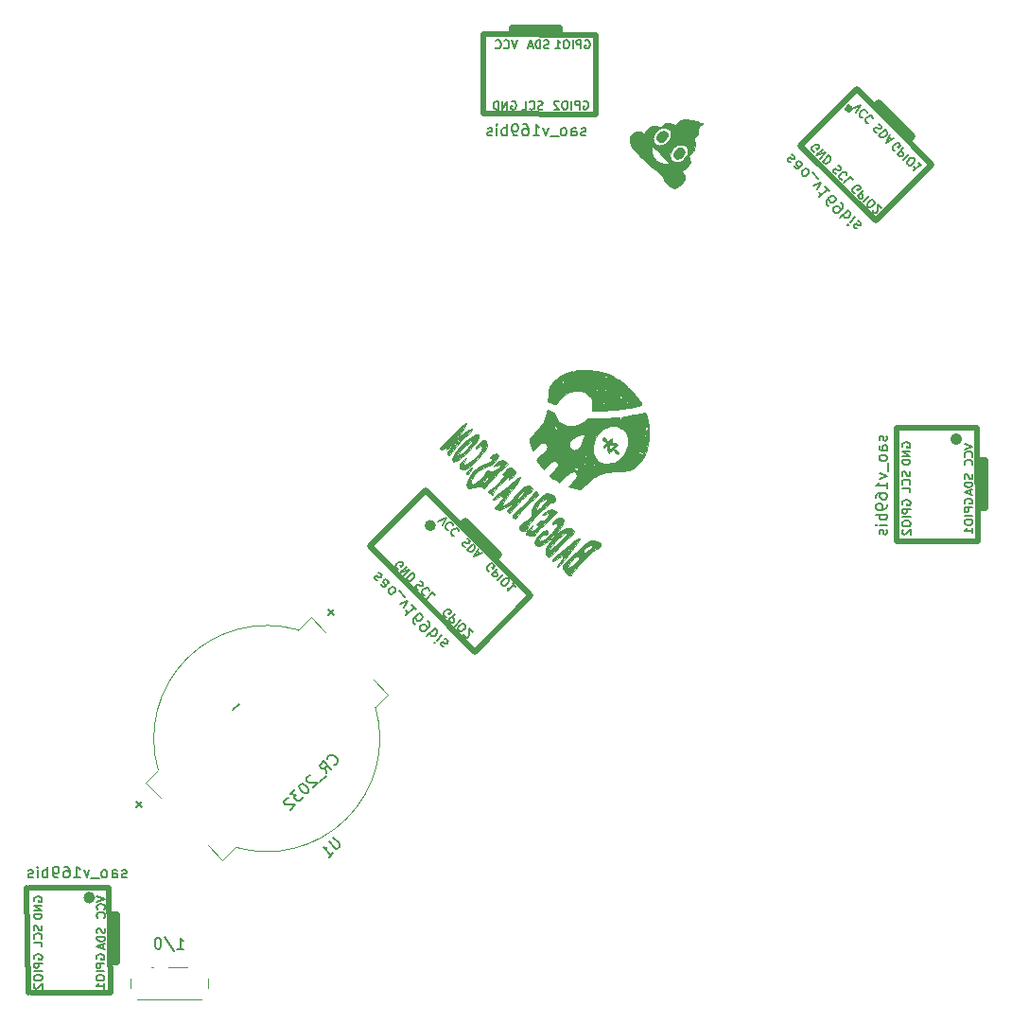
<source format=gbr>
%TF.GenerationSoftware,KiCad,Pcbnew,(6.0.1)*%
%TF.CreationDate,2022-06-11T15:48:26-05:00*%
%TF.ProjectId,Project Narsil Sword,50726f6a-6563-4742-904e-617273696c20,rev?*%
%TF.SameCoordinates,Original*%
%TF.FileFunction,Legend,Bot*%
%TF.FilePolarity,Positive*%
%FSLAX46Y46*%
G04 Gerber Fmt 4.6, Leading zero omitted, Abs format (unit mm)*
G04 Created by KiCad (PCBNEW (6.0.1)) date 2022-06-11 15:48:26*
%MOMM*%
%LPD*%
G01*
G04 APERTURE LIST*
%ADD10C,0.150000*%
%ADD11C,0.500000*%
%ADD12C,0.120000*%
%ADD13C,0.010000*%
G04 APERTURE END LIST*
D10*
%TO.C,X1*%
X155261493Y-69215296D02*
X155362509Y-69248967D01*
X155497196Y-69383654D01*
X155530867Y-69484670D01*
X155497196Y-69585685D01*
X155463524Y-69619357D01*
X155362509Y-69653028D01*
X155261493Y-69619357D01*
X155160478Y-69518341D01*
X155059463Y-69484670D01*
X154958448Y-69518341D01*
X154924776Y-69552013D01*
X154891104Y-69653028D01*
X154924776Y-69754044D01*
X155025791Y-69855059D01*
X155126806Y-69888731D01*
X156204302Y-70090761D02*
X155833913Y-70461150D01*
X155732898Y-70494822D01*
X155631883Y-70461150D01*
X155497196Y-70326463D01*
X155463524Y-70225448D01*
X156170631Y-70124433D02*
X156136959Y-70023418D01*
X155968600Y-69855059D01*
X155867585Y-69821387D01*
X155766570Y-69855059D01*
X155699226Y-69922402D01*
X155665554Y-70023418D01*
X155699226Y-70124433D01*
X155867585Y-70292792D01*
X155901257Y-70393807D01*
X156642035Y-70528494D02*
X156541020Y-70494822D01*
X156473676Y-70494822D01*
X156372661Y-70528494D01*
X156170631Y-70730524D01*
X156136959Y-70831540D01*
X156136959Y-70898883D01*
X156170631Y-70999898D01*
X156271646Y-71100914D01*
X156372661Y-71134585D01*
X156440005Y-71134585D01*
X156541020Y-71100914D01*
X156743050Y-70898883D01*
X156776722Y-70797868D01*
X156776722Y-70730524D01*
X156743050Y-70629509D01*
X156642035Y-70528494D01*
X157079768Y-70831540D02*
X157618516Y-71370288D01*
X157180783Y-72010051D02*
X157820546Y-71707005D01*
X157517501Y-72346768D01*
X158628669Y-72515127D02*
X158224608Y-72111066D01*
X158426638Y-72313097D02*
X157719531Y-73020204D01*
X157753203Y-72851845D01*
X157753203Y-72717158D01*
X157719531Y-72616142D01*
X158527653Y-73828326D02*
X158392966Y-73693639D01*
X158359295Y-73592623D01*
X158359295Y-73525280D01*
X158392966Y-73356921D01*
X158493982Y-73188562D01*
X158763356Y-72919188D01*
X158864371Y-72885517D01*
X158931714Y-72885517D01*
X159032730Y-72919188D01*
X159167417Y-73053875D01*
X159201088Y-73154891D01*
X159201088Y-73222234D01*
X159167417Y-73323249D01*
X158999058Y-73491608D01*
X158898043Y-73525280D01*
X158830699Y-73525280D01*
X158729684Y-73491608D01*
X158594997Y-73356921D01*
X158561325Y-73255906D01*
X158561325Y-73188562D01*
X158594997Y-73087547D01*
X159638821Y-73525280D02*
X159773508Y-73659967D01*
X159807180Y-73760982D01*
X159807180Y-73828326D01*
X159773508Y-73996684D01*
X159672493Y-74165043D01*
X159403119Y-74434417D01*
X159302104Y-74468089D01*
X159234760Y-74468089D01*
X159133745Y-74434417D01*
X158999058Y-74299730D01*
X158965386Y-74198715D01*
X158965386Y-74131371D01*
X158999058Y-74030356D01*
X159167417Y-73861997D01*
X159268432Y-73828326D01*
X159335775Y-73828326D01*
X159436791Y-73861997D01*
X159571478Y-73996684D01*
X159605149Y-74097700D01*
X159605149Y-74165043D01*
X159571478Y-74266058D01*
X160278584Y-74165043D02*
X159571478Y-74872150D01*
X159840852Y-74602776D02*
X159874523Y-74703791D01*
X160009210Y-74838478D01*
X160110226Y-74872150D01*
X160177569Y-74872150D01*
X160278584Y-74838478D01*
X160480615Y-74636448D01*
X160514287Y-74535432D01*
X160514287Y-74468089D01*
X160480615Y-74367074D01*
X160345928Y-74232387D01*
X160244913Y-74198715D01*
X160918348Y-74804806D02*
X160446943Y-75276211D01*
X160211241Y-75511913D02*
X160211241Y-75444570D01*
X160278584Y-75444570D01*
X160278584Y-75511913D01*
X160211241Y-75511913D01*
X160278584Y-75444570D01*
X161187722Y-75141524D02*
X161288737Y-75175196D01*
X161423424Y-75309883D01*
X161457096Y-75410898D01*
X161423424Y-75511913D01*
X161389752Y-75545585D01*
X161288737Y-75579257D01*
X161187722Y-75545585D01*
X161086706Y-75444570D01*
X160985691Y-75410898D01*
X160884676Y-75444570D01*
X160851004Y-75478241D01*
X160817332Y-75579257D01*
X160851004Y-75680272D01*
X160952019Y-75781287D01*
X161053035Y-75814959D01*
X164488570Y-68882800D02*
X164412809Y-68857547D01*
X164337047Y-68781785D01*
X164286540Y-68680770D01*
X164286540Y-68579755D01*
X164311794Y-68503993D01*
X164387555Y-68377724D01*
X164463316Y-68301963D01*
X164589585Y-68226201D01*
X164665347Y-68200947D01*
X164766362Y-68200947D01*
X164867377Y-68251455D01*
X164917885Y-68301963D01*
X164968393Y-68402978D01*
X164968393Y-68453485D01*
X164791616Y-68630262D01*
X164690601Y-68529247D01*
X165246185Y-68630262D02*
X164715855Y-69160592D01*
X164917885Y-69362623D01*
X164993647Y-69387877D01*
X165044154Y-69387877D01*
X165119916Y-69362623D01*
X165195677Y-69286861D01*
X165220931Y-69211100D01*
X165220931Y-69160592D01*
X165195677Y-69084831D01*
X164993647Y-68882800D01*
X165776515Y-69160592D02*
X165246185Y-69690922D01*
X165599738Y-70044476D02*
X165700753Y-70145491D01*
X165776515Y-70170745D01*
X165877530Y-70170745D01*
X166003799Y-70094983D01*
X166180576Y-69918207D01*
X166256337Y-69791938D01*
X166256337Y-69690922D01*
X166231083Y-69615161D01*
X166130068Y-69514146D01*
X166054307Y-69488892D01*
X165953291Y-69488892D01*
X165827022Y-69564653D01*
X165650246Y-69741430D01*
X165574484Y-69867699D01*
X165574484Y-69968714D01*
X165599738Y-70044476D01*
X166862429Y-70246506D02*
X166559383Y-69943460D01*
X166710906Y-70094983D02*
X166180576Y-70625313D01*
X166205830Y-70499044D01*
X166205830Y-70398029D01*
X166180576Y-70322268D01*
X157234160Y-68992200D02*
X157158399Y-68966946D01*
X157082638Y-68891184D01*
X157032130Y-68790169D01*
X157032130Y-68689154D01*
X157057384Y-68613392D01*
X157133145Y-68487123D01*
X157208907Y-68411362D01*
X157335176Y-68335600D01*
X157410937Y-68310347D01*
X157511952Y-68310347D01*
X157612968Y-68360854D01*
X157663475Y-68411362D01*
X157713983Y-68512377D01*
X157713983Y-68562885D01*
X157537206Y-68739661D01*
X157436191Y-68638646D01*
X157991775Y-68739661D02*
X157461445Y-69269991D01*
X158294821Y-69042707D01*
X157764491Y-69573037D01*
X158547359Y-69295245D02*
X158017029Y-69825575D01*
X158143298Y-69951844D01*
X158244313Y-70002352D01*
X158345328Y-70002352D01*
X158421090Y-69977098D01*
X158547359Y-69901337D01*
X158623120Y-69825575D01*
X158698882Y-69699306D01*
X158724135Y-69623545D01*
X158724135Y-69522530D01*
X158673628Y-69421514D01*
X158547359Y-69295245D01*
X163041830Y-66476415D02*
X163142845Y-66526922D01*
X163269114Y-66653192D01*
X163294368Y-66728953D01*
X163294368Y-66779461D01*
X163269114Y-66855222D01*
X163218606Y-66905730D01*
X163142845Y-66930983D01*
X163092337Y-66930983D01*
X163016576Y-66905730D01*
X162890307Y-66829968D01*
X162814545Y-66804714D01*
X162764038Y-66804714D01*
X162688276Y-66829968D01*
X162637769Y-66880476D01*
X162612515Y-66956237D01*
X162612515Y-67006745D01*
X162637769Y-67082506D01*
X162764038Y-67208775D01*
X162865053Y-67259283D01*
X163597414Y-66981491D02*
X163067083Y-67511821D01*
X163193353Y-67638090D01*
X163294368Y-67688598D01*
X163395383Y-67688598D01*
X163471145Y-67663344D01*
X163597414Y-67587583D01*
X163673175Y-67511821D01*
X163748936Y-67385552D01*
X163774190Y-67309791D01*
X163774190Y-67208775D01*
X163723683Y-67107760D01*
X163597414Y-66981491D01*
X163950967Y-67638090D02*
X164203505Y-67890628D01*
X164051982Y-67436060D02*
X163698429Y-68143167D01*
X164405536Y-67789613D01*
X159372552Y-70170947D02*
X159473567Y-70221454D01*
X159599836Y-70347723D01*
X159625090Y-70423485D01*
X159625090Y-70473993D01*
X159599836Y-70549754D01*
X159549328Y-70600262D01*
X159473567Y-70625515D01*
X159423059Y-70625515D01*
X159347298Y-70600262D01*
X159221029Y-70524500D01*
X159145267Y-70499246D01*
X159094760Y-70499246D01*
X159018998Y-70524500D01*
X158968491Y-70575008D01*
X158943237Y-70650769D01*
X158943237Y-70701277D01*
X158968491Y-70777038D01*
X159094760Y-70903307D01*
X159195775Y-70953815D01*
X160180674Y-71029576D02*
X160180674Y-70979069D01*
X160130166Y-70878054D01*
X160079658Y-70827546D01*
X159978643Y-70777038D01*
X159877628Y-70777038D01*
X159801866Y-70802292D01*
X159675597Y-70878054D01*
X159599836Y-70953815D01*
X159524074Y-71080084D01*
X159498821Y-71155845D01*
X159498821Y-71256861D01*
X159549328Y-71357876D01*
X159599836Y-71408384D01*
X159700851Y-71458891D01*
X159751359Y-71458891D01*
X160711004Y-71458891D02*
X160458466Y-71206353D01*
X159928135Y-71736683D01*
X160677568Y-65122306D02*
X161384675Y-64768752D01*
X161031121Y-65475859D01*
X161990766Y-65475859D02*
X161990766Y-65425351D01*
X161940259Y-65324336D01*
X161889751Y-65273828D01*
X161788736Y-65223321D01*
X161687720Y-65223321D01*
X161611959Y-65248575D01*
X161485690Y-65324336D01*
X161409928Y-65400098D01*
X161334167Y-65526367D01*
X161308913Y-65602128D01*
X161308913Y-65703143D01*
X161359421Y-65804159D01*
X161409928Y-65854666D01*
X161510944Y-65905174D01*
X161561451Y-65905174D01*
X162521096Y-66006189D02*
X162521096Y-65955681D01*
X162470589Y-65854666D01*
X162420081Y-65804159D01*
X162319066Y-65753651D01*
X162218050Y-65753651D01*
X162142289Y-65778905D01*
X162016020Y-65854666D01*
X161940259Y-65930428D01*
X161864497Y-66056697D01*
X161839243Y-66132458D01*
X161839243Y-66233473D01*
X161889751Y-66334489D01*
X161940259Y-66384996D01*
X162041274Y-66435504D01*
X162091781Y-66435504D01*
X160896468Y-72654507D02*
X160820707Y-72629254D01*
X160744945Y-72553492D01*
X160694438Y-72452477D01*
X160694438Y-72351462D01*
X160719692Y-72275700D01*
X160795453Y-72149431D01*
X160871214Y-72073670D01*
X160997483Y-71997908D01*
X161073245Y-71972654D01*
X161174260Y-71972654D01*
X161275275Y-72023162D01*
X161325783Y-72073670D01*
X161376291Y-72174685D01*
X161376291Y-72225192D01*
X161199514Y-72401969D01*
X161098499Y-72300954D01*
X161654083Y-72401969D02*
X161123753Y-72932299D01*
X161325783Y-73134330D01*
X161401545Y-73159584D01*
X161452052Y-73159584D01*
X161527814Y-73134330D01*
X161603575Y-73058568D01*
X161628829Y-72982807D01*
X161628829Y-72932299D01*
X161603575Y-72856538D01*
X161401545Y-72654507D01*
X162184413Y-72932299D02*
X161654083Y-73462629D01*
X162007636Y-73816183D02*
X162108651Y-73917198D01*
X162184413Y-73942452D01*
X162285428Y-73942452D01*
X162411697Y-73866690D01*
X162588474Y-73689914D01*
X162664235Y-73563645D01*
X162664235Y-73462629D01*
X162638981Y-73386868D01*
X162537966Y-73285853D01*
X162462205Y-73260599D01*
X162361189Y-73260599D01*
X162234920Y-73336360D01*
X162058144Y-73513137D01*
X161982382Y-73639406D01*
X161982382Y-73740421D01*
X162007636Y-73816183D01*
X162487458Y-74194990D02*
X162487458Y-74245498D01*
X162512712Y-74321259D01*
X162638981Y-74447528D01*
X162714743Y-74472782D01*
X162765250Y-74472782D01*
X162841012Y-74447528D01*
X162891520Y-74397020D01*
X162942027Y-74296005D01*
X162942027Y-73689914D01*
X163270327Y-74018213D01*
%TO.C,U1*%
X114197522Y-130290426D02*
X114769942Y-130862846D01*
X114803614Y-130963861D01*
X114803614Y-131031205D01*
X114769942Y-131132220D01*
X114635255Y-131266907D01*
X114534240Y-131300579D01*
X114466896Y-131300579D01*
X114365881Y-131266907D01*
X113793461Y-130694487D01*
X113793461Y-132108701D02*
X114197522Y-131704640D01*
X113995492Y-131906670D02*
X113288385Y-131199564D01*
X113456744Y-131233235D01*
X113591431Y-131233235D01*
X113692446Y-131199564D01*
X114263463Y-123825917D02*
X114330806Y-123825917D01*
X114465493Y-123758573D01*
X114532837Y-123691230D01*
X114600180Y-123556543D01*
X114600180Y-123421856D01*
X114566508Y-123320840D01*
X114465493Y-123152482D01*
X114364478Y-123051466D01*
X114196119Y-122950451D01*
X114095104Y-122916779D01*
X113960417Y-122916779D01*
X113825730Y-122984123D01*
X113758386Y-123051466D01*
X113691043Y-123186153D01*
X113691043Y-123253497D01*
X113623699Y-124600367D02*
X113522684Y-124027947D01*
X114027760Y-124196306D02*
X113320654Y-123489199D01*
X113051280Y-123758573D01*
X113017608Y-123859588D01*
X113017608Y-123926932D01*
X113051280Y-124027947D01*
X113152295Y-124128962D01*
X113253310Y-124162634D01*
X113320654Y-124162634D01*
X113421669Y-124128962D01*
X113691043Y-123859588D01*
X113556356Y-124802397D02*
X113017608Y-125341145D01*
X112175814Y-124768726D02*
X112108471Y-124768726D01*
X112007455Y-124802397D01*
X111839097Y-124970756D01*
X111805425Y-125071771D01*
X111805425Y-125139115D01*
X111839097Y-125240130D01*
X111906440Y-125307474D01*
X112041127Y-125374817D01*
X112849249Y-125374817D01*
X112411516Y-125812550D01*
X111266677Y-125543176D02*
X111199333Y-125610519D01*
X111165662Y-125711535D01*
X111165662Y-125778878D01*
X111199333Y-125879893D01*
X111300349Y-126048252D01*
X111468707Y-126216611D01*
X111637066Y-126317626D01*
X111738081Y-126351298D01*
X111805425Y-126351298D01*
X111906440Y-126317626D01*
X111973784Y-126250283D01*
X112007455Y-126149267D01*
X112007455Y-126081924D01*
X111973784Y-125980909D01*
X111872768Y-125812550D01*
X111704410Y-125644191D01*
X111536051Y-125543176D01*
X111435036Y-125509504D01*
X111367692Y-125509504D01*
X111266677Y-125543176D01*
X110795272Y-126014580D02*
X110357540Y-126452313D01*
X110862616Y-126485985D01*
X110761601Y-126587000D01*
X110727929Y-126688015D01*
X110727929Y-126755359D01*
X110761601Y-126856374D01*
X110929959Y-127024733D01*
X111030975Y-127058405D01*
X111098318Y-127058405D01*
X111199333Y-127024733D01*
X111401364Y-126822702D01*
X111435036Y-126721687D01*
X111435036Y-126654344D01*
X110155509Y-126789031D02*
X110088166Y-126789031D01*
X109987150Y-126822702D01*
X109818792Y-126991061D01*
X109785120Y-127092076D01*
X109785120Y-127159420D01*
X109818792Y-127260435D01*
X109886135Y-127327779D01*
X110020822Y-127395122D01*
X110828944Y-127395122D01*
X110391211Y-127832855D01*
X114268163Y-109874929D02*
X113729415Y-110413677D01*
X114268163Y-110413677D02*
X113729415Y-109874929D01*
X97079953Y-127063139D02*
X96541205Y-127601887D01*
X97079953Y-127601887D02*
X96541205Y-127063139D01*
X105772841Y-118370251D02*
X105234093Y-118908999D01*
%TO.C,1/0*%
X100231485Y-140279780D02*
X100802914Y-140279780D01*
X100517200Y-140279780D02*
X100517200Y-139279780D01*
X100612438Y-139422638D01*
X100707676Y-139517876D01*
X100802914Y-139565495D01*
X99088628Y-139232161D02*
X99945771Y-140517876D01*
X98564819Y-139279780D02*
X98469580Y-139279780D01*
X98374342Y-139327400D01*
X98326723Y-139375019D01*
X98279104Y-139470257D01*
X98231485Y-139660733D01*
X98231485Y-139898828D01*
X98279104Y-140089304D01*
X98326723Y-140184542D01*
X98374342Y-140232161D01*
X98469580Y-140279780D01*
X98564819Y-140279780D01*
X98660057Y-140232161D01*
X98707676Y-140184542D01*
X98755295Y-140089304D01*
X98802914Y-139898828D01*
X98802914Y-139660733D01*
X98755295Y-139470257D01*
X98707676Y-139375019D01*
X98660057Y-139327400D01*
X98564819Y-139279780D01*
%TO.C,X5*%
X95692361Y-133856361D02*
X95597123Y-133903980D01*
X95406647Y-133903980D01*
X95311409Y-133856361D01*
X95263790Y-133761123D01*
X95263790Y-133713504D01*
X95311409Y-133618266D01*
X95406647Y-133570647D01*
X95549504Y-133570647D01*
X95644742Y-133523028D01*
X95692361Y-133427790D01*
X95692361Y-133380171D01*
X95644742Y-133284933D01*
X95549504Y-133237314D01*
X95406647Y-133237314D01*
X95311409Y-133284933D01*
X94406647Y-133903980D02*
X94406647Y-133380171D01*
X94454266Y-133284933D01*
X94549504Y-133237314D01*
X94739980Y-133237314D01*
X94835219Y-133284933D01*
X94406647Y-133856361D02*
X94501885Y-133903980D01*
X94739980Y-133903980D01*
X94835219Y-133856361D01*
X94882838Y-133761123D01*
X94882838Y-133665885D01*
X94835219Y-133570647D01*
X94739980Y-133523028D01*
X94501885Y-133523028D01*
X94406647Y-133475409D01*
X93787600Y-133903980D02*
X93882838Y-133856361D01*
X93930457Y-133808742D01*
X93978076Y-133713504D01*
X93978076Y-133427790D01*
X93930457Y-133332552D01*
X93882838Y-133284933D01*
X93787600Y-133237314D01*
X93644742Y-133237314D01*
X93549504Y-133284933D01*
X93501885Y-133332552D01*
X93454266Y-133427790D01*
X93454266Y-133713504D01*
X93501885Y-133808742D01*
X93549504Y-133856361D01*
X93644742Y-133903980D01*
X93787600Y-133903980D01*
X93263790Y-133999219D02*
X92501885Y-133999219D01*
X92359028Y-133237314D02*
X92120933Y-133903980D01*
X91882838Y-133237314D01*
X90978076Y-133903980D02*
X91549504Y-133903980D01*
X91263790Y-133903980D02*
X91263790Y-132903980D01*
X91359028Y-133046838D01*
X91454266Y-133142076D01*
X91549504Y-133189695D01*
X90120933Y-132903980D02*
X90311409Y-132903980D01*
X90406647Y-132951600D01*
X90454266Y-132999219D01*
X90549504Y-133142076D01*
X90597123Y-133332552D01*
X90597123Y-133713504D01*
X90549504Y-133808742D01*
X90501885Y-133856361D01*
X90406647Y-133903980D01*
X90216171Y-133903980D01*
X90120933Y-133856361D01*
X90073314Y-133808742D01*
X90025695Y-133713504D01*
X90025695Y-133475409D01*
X90073314Y-133380171D01*
X90120933Y-133332552D01*
X90216171Y-133284933D01*
X90406647Y-133284933D01*
X90501885Y-133332552D01*
X90549504Y-133380171D01*
X90597123Y-133475409D01*
X89549504Y-133903980D02*
X89359028Y-133903980D01*
X89263790Y-133856361D01*
X89216171Y-133808742D01*
X89120933Y-133665885D01*
X89073314Y-133475409D01*
X89073314Y-133094457D01*
X89120933Y-132999219D01*
X89168552Y-132951600D01*
X89263790Y-132903980D01*
X89454266Y-132903980D01*
X89549504Y-132951600D01*
X89597123Y-132999219D01*
X89644742Y-133094457D01*
X89644742Y-133332552D01*
X89597123Y-133427790D01*
X89549504Y-133475409D01*
X89454266Y-133523028D01*
X89263790Y-133523028D01*
X89168552Y-133475409D01*
X89120933Y-133427790D01*
X89073314Y-133332552D01*
X88644742Y-133903980D02*
X88644742Y-132903980D01*
X88644742Y-133284933D02*
X88549504Y-133237314D01*
X88359028Y-133237314D01*
X88263790Y-133284933D01*
X88216171Y-133332552D01*
X88168552Y-133427790D01*
X88168552Y-133713504D01*
X88216171Y-133808742D01*
X88263790Y-133856361D01*
X88359028Y-133903980D01*
X88549504Y-133903980D01*
X88644742Y-133856361D01*
X87739980Y-133903980D02*
X87739980Y-133237314D01*
X87739980Y-132903980D02*
X87787600Y-132951600D01*
X87739980Y-132999219D01*
X87692361Y-132951600D01*
X87739980Y-132903980D01*
X87739980Y-132999219D01*
X87311409Y-133856361D02*
X87216171Y-133903980D01*
X87025695Y-133903980D01*
X86930457Y-133856361D01*
X86882838Y-133761123D01*
X86882838Y-133713504D01*
X86930457Y-133618266D01*
X87025695Y-133570647D01*
X87168552Y-133570647D01*
X87263790Y-133523028D01*
X87311409Y-133427790D01*
X87311409Y-133380171D01*
X87263790Y-133284933D01*
X87168552Y-133237314D01*
X87025695Y-133237314D01*
X86930457Y-133284933D01*
X87420100Y-136029771D02*
X87384385Y-135958342D01*
X87384385Y-135851200D01*
X87420100Y-135744057D01*
X87491528Y-135672628D01*
X87562957Y-135636914D01*
X87705814Y-135601200D01*
X87812957Y-135601200D01*
X87955814Y-135636914D01*
X88027242Y-135672628D01*
X88098671Y-135744057D01*
X88134385Y-135851200D01*
X88134385Y-135922628D01*
X88098671Y-136029771D01*
X88062957Y-136065485D01*
X87812957Y-136065485D01*
X87812957Y-135922628D01*
X88134385Y-136386914D02*
X87384385Y-136386914D01*
X88134385Y-136815485D01*
X87384385Y-136815485D01*
X88134385Y-137172628D02*
X87384385Y-137172628D01*
X87384385Y-137351200D01*
X87420100Y-137458342D01*
X87491528Y-137529771D01*
X87562957Y-137565485D01*
X87705814Y-137601200D01*
X87812957Y-137601200D01*
X87955814Y-137565485D01*
X88027242Y-137529771D01*
X88098671Y-137458342D01*
X88134385Y-137351200D01*
X88134385Y-137172628D01*
X93023185Y-135550400D02*
X93773185Y-135800400D01*
X93023185Y-136050400D01*
X93701757Y-136728971D02*
X93737471Y-136693257D01*
X93773185Y-136586114D01*
X93773185Y-136514685D01*
X93737471Y-136407542D01*
X93666042Y-136336114D01*
X93594614Y-136300400D01*
X93451757Y-136264685D01*
X93344614Y-136264685D01*
X93201757Y-136300400D01*
X93130328Y-136336114D01*
X93058900Y-136407542D01*
X93023185Y-136514685D01*
X93023185Y-136586114D01*
X93058900Y-136693257D01*
X93094614Y-136728971D01*
X93701757Y-137478971D02*
X93737471Y-137443257D01*
X93773185Y-137336114D01*
X93773185Y-137264685D01*
X93737471Y-137157542D01*
X93666042Y-137086114D01*
X93594614Y-137050400D01*
X93451757Y-137014685D01*
X93344614Y-137014685D01*
X93201757Y-137050400D01*
X93130328Y-137086114D01*
X93058900Y-137157542D01*
X93023185Y-137264685D01*
X93023185Y-137336114D01*
X93058900Y-137443257D01*
X93094614Y-137478971D01*
X93008100Y-141183657D02*
X92972385Y-141112228D01*
X92972385Y-141005085D01*
X93008100Y-140897942D01*
X93079528Y-140826514D01*
X93150957Y-140790800D01*
X93293814Y-140755085D01*
X93400957Y-140755085D01*
X93543814Y-140790800D01*
X93615242Y-140826514D01*
X93686671Y-140897942D01*
X93722385Y-141005085D01*
X93722385Y-141076514D01*
X93686671Y-141183657D01*
X93650957Y-141219371D01*
X93400957Y-141219371D01*
X93400957Y-141076514D01*
X93722385Y-141540800D02*
X92972385Y-141540800D01*
X92972385Y-141826514D01*
X93008100Y-141897942D01*
X93043814Y-141933657D01*
X93115242Y-141969371D01*
X93222385Y-141969371D01*
X93293814Y-141933657D01*
X93329528Y-141897942D01*
X93365242Y-141826514D01*
X93365242Y-141540800D01*
X93722385Y-142290800D02*
X92972385Y-142290800D01*
X92972385Y-142790800D02*
X92972385Y-142933657D01*
X93008100Y-143005085D01*
X93079528Y-143076514D01*
X93222385Y-143112228D01*
X93472385Y-143112228D01*
X93615242Y-143076514D01*
X93686671Y-143005085D01*
X93722385Y-142933657D01*
X93722385Y-142790800D01*
X93686671Y-142719371D01*
X93615242Y-142647942D01*
X93472385Y-142612228D01*
X93222385Y-142612228D01*
X93079528Y-142647942D01*
X93008100Y-142719371D01*
X92972385Y-142790800D01*
X93722385Y-143826514D02*
X93722385Y-143397942D01*
X93722385Y-143612228D02*
X92972385Y-143612228D01*
X93079528Y-143540800D01*
X93150957Y-143469371D01*
X93186671Y-143397942D01*
X87445500Y-141183657D02*
X87409785Y-141112228D01*
X87409785Y-141005085D01*
X87445500Y-140897942D01*
X87516928Y-140826514D01*
X87588357Y-140790800D01*
X87731214Y-140755085D01*
X87838357Y-140755085D01*
X87981214Y-140790800D01*
X88052642Y-140826514D01*
X88124071Y-140897942D01*
X88159785Y-141005085D01*
X88159785Y-141076514D01*
X88124071Y-141183657D01*
X88088357Y-141219371D01*
X87838357Y-141219371D01*
X87838357Y-141076514D01*
X88159785Y-141540800D02*
X87409785Y-141540800D01*
X87409785Y-141826514D01*
X87445500Y-141897942D01*
X87481214Y-141933657D01*
X87552642Y-141969371D01*
X87659785Y-141969371D01*
X87731214Y-141933657D01*
X87766928Y-141897942D01*
X87802642Y-141826514D01*
X87802642Y-141540800D01*
X88159785Y-142290800D02*
X87409785Y-142290800D01*
X87409785Y-142790800D02*
X87409785Y-142933657D01*
X87445500Y-143005085D01*
X87516928Y-143076514D01*
X87659785Y-143112228D01*
X87909785Y-143112228D01*
X88052642Y-143076514D01*
X88124071Y-143005085D01*
X88159785Y-142933657D01*
X88159785Y-142790800D01*
X88124071Y-142719371D01*
X88052642Y-142647942D01*
X87909785Y-142612228D01*
X87659785Y-142612228D01*
X87516928Y-142647942D01*
X87445500Y-142719371D01*
X87409785Y-142790800D01*
X87481214Y-143397942D02*
X87445500Y-143433657D01*
X87409785Y-143505085D01*
X87409785Y-143683657D01*
X87445500Y-143755085D01*
X87481214Y-143790800D01*
X87552642Y-143826514D01*
X87624071Y-143826514D01*
X87731214Y-143790800D01*
X88159785Y-143362228D01*
X88159785Y-143826514D01*
X93762871Y-138433685D02*
X93798585Y-138540828D01*
X93798585Y-138719400D01*
X93762871Y-138790828D01*
X93727157Y-138826542D01*
X93655728Y-138862257D01*
X93584300Y-138862257D01*
X93512871Y-138826542D01*
X93477157Y-138790828D01*
X93441442Y-138719400D01*
X93405728Y-138576542D01*
X93370014Y-138505114D01*
X93334300Y-138469400D01*
X93262871Y-138433685D01*
X93191442Y-138433685D01*
X93120014Y-138469400D01*
X93084300Y-138505114D01*
X93048585Y-138576542D01*
X93048585Y-138755114D01*
X93084300Y-138862257D01*
X93798585Y-139183685D02*
X93048585Y-139183685D01*
X93048585Y-139362257D01*
X93084300Y-139469400D01*
X93155728Y-139540828D01*
X93227157Y-139576542D01*
X93370014Y-139612257D01*
X93477157Y-139612257D01*
X93620014Y-139576542D01*
X93691442Y-139540828D01*
X93762871Y-139469400D01*
X93798585Y-139362257D01*
X93798585Y-139183685D01*
X93584300Y-139897971D02*
X93584300Y-140255114D01*
X93798585Y-139826542D02*
X93048585Y-140076542D01*
X93798585Y-140326542D01*
X88098671Y-138197542D02*
X88134385Y-138304685D01*
X88134385Y-138483257D01*
X88098671Y-138554685D01*
X88062957Y-138590400D01*
X87991528Y-138626114D01*
X87920100Y-138626114D01*
X87848671Y-138590400D01*
X87812957Y-138554685D01*
X87777242Y-138483257D01*
X87741528Y-138340400D01*
X87705814Y-138268971D01*
X87670100Y-138233257D01*
X87598671Y-138197542D01*
X87527242Y-138197542D01*
X87455814Y-138233257D01*
X87420100Y-138268971D01*
X87384385Y-138340400D01*
X87384385Y-138518971D01*
X87420100Y-138626114D01*
X88062957Y-139376114D02*
X88098671Y-139340400D01*
X88134385Y-139233257D01*
X88134385Y-139161828D01*
X88098671Y-139054685D01*
X88027242Y-138983257D01*
X87955814Y-138947542D01*
X87812957Y-138911828D01*
X87705814Y-138911828D01*
X87562957Y-138947542D01*
X87491528Y-138983257D01*
X87420100Y-139054685D01*
X87384385Y-139161828D01*
X87384385Y-139233257D01*
X87420100Y-139340400D01*
X87455814Y-139376114D01*
X88134385Y-140054685D02*
X88134385Y-139697542D01*
X87384385Y-139697542D01*
%TO.C,X4*%
X118266170Y-106622315D02*
X118367186Y-106655986D01*
X118501873Y-106790673D01*
X118535544Y-106891689D01*
X118501873Y-106992704D01*
X118468201Y-107026376D01*
X118367186Y-107060047D01*
X118266170Y-107026376D01*
X118165155Y-106925360D01*
X118064140Y-106891689D01*
X117963125Y-106925360D01*
X117929453Y-106959032D01*
X117895781Y-107060047D01*
X117929453Y-107161063D01*
X118030468Y-107262078D01*
X118131483Y-107295750D01*
X119208979Y-107497780D02*
X118838590Y-107868169D01*
X118737575Y-107901841D01*
X118636560Y-107868169D01*
X118501873Y-107733482D01*
X118468201Y-107632467D01*
X119175308Y-107531452D02*
X119141636Y-107430437D01*
X118973277Y-107262078D01*
X118872262Y-107228406D01*
X118771247Y-107262078D01*
X118703903Y-107329421D01*
X118670231Y-107430437D01*
X118703903Y-107531452D01*
X118872262Y-107699811D01*
X118905934Y-107800826D01*
X119646712Y-107935513D02*
X119545697Y-107901841D01*
X119478353Y-107901841D01*
X119377338Y-107935513D01*
X119175308Y-108137543D01*
X119141636Y-108238559D01*
X119141636Y-108305902D01*
X119175308Y-108406917D01*
X119276323Y-108507933D01*
X119377338Y-108541604D01*
X119444682Y-108541604D01*
X119545697Y-108507933D01*
X119747727Y-108305902D01*
X119781399Y-108204887D01*
X119781399Y-108137543D01*
X119747727Y-108036528D01*
X119646712Y-107935513D01*
X120084445Y-108238559D02*
X120623193Y-108777307D01*
X120185460Y-109417070D02*
X120825223Y-109114024D01*
X120522178Y-109753787D01*
X121633346Y-109922146D02*
X121229285Y-109518085D01*
X121431315Y-109720116D02*
X120724208Y-110427223D01*
X120757880Y-110258864D01*
X120757880Y-110124177D01*
X120724208Y-110023161D01*
X121532330Y-111235345D02*
X121397643Y-111100658D01*
X121363972Y-110999642D01*
X121363972Y-110932299D01*
X121397643Y-110763940D01*
X121498659Y-110595581D01*
X121768033Y-110326207D01*
X121869048Y-110292536D01*
X121936391Y-110292536D01*
X122037407Y-110326207D01*
X122172094Y-110460894D01*
X122205765Y-110561910D01*
X122205765Y-110629253D01*
X122172094Y-110730268D01*
X122003735Y-110898627D01*
X121902720Y-110932299D01*
X121835376Y-110932299D01*
X121734361Y-110898627D01*
X121599674Y-110763940D01*
X121566002Y-110662925D01*
X121566002Y-110595581D01*
X121599674Y-110494566D01*
X122643498Y-110932299D02*
X122778185Y-111066986D01*
X122811857Y-111168001D01*
X122811857Y-111235345D01*
X122778185Y-111403703D01*
X122677170Y-111572062D01*
X122407796Y-111841436D01*
X122306781Y-111875108D01*
X122239437Y-111875108D01*
X122138422Y-111841436D01*
X122003735Y-111706749D01*
X121970063Y-111605734D01*
X121970063Y-111538390D01*
X122003735Y-111437375D01*
X122172094Y-111269016D01*
X122273109Y-111235345D01*
X122340452Y-111235345D01*
X122441468Y-111269016D01*
X122576155Y-111403703D01*
X122609826Y-111504719D01*
X122609826Y-111572062D01*
X122576155Y-111673077D01*
X123283261Y-111572062D02*
X122576155Y-112279169D01*
X122845529Y-112009795D02*
X122879200Y-112110810D01*
X123013887Y-112245497D01*
X123114903Y-112279169D01*
X123182246Y-112279169D01*
X123283261Y-112245497D01*
X123485292Y-112043467D01*
X123518964Y-111942451D01*
X123518964Y-111875108D01*
X123485292Y-111774093D01*
X123350605Y-111639406D01*
X123249590Y-111605734D01*
X123923025Y-112211825D02*
X123451620Y-112683230D01*
X123215918Y-112918932D02*
X123215918Y-112851589D01*
X123283261Y-112851589D01*
X123283261Y-112918932D01*
X123215918Y-112918932D01*
X123283261Y-112851589D01*
X124192399Y-112548543D02*
X124293414Y-112582215D01*
X124428101Y-112716902D01*
X124461773Y-112817917D01*
X124428101Y-112918932D01*
X124394429Y-112952604D01*
X124293414Y-112986276D01*
X124192399Y-112952604D01*
X124091383Y-112851589D01*
X123990368Y-112817917D01*
X123889353Y-112851589D01*
X123855681Y-112885260D01*
X123822009Y-112986276D01*
X123855681Y-113087291D01*
X123956696Y-113188306D01*
X124057712Y-113221978D01*
X122000059Y-107380400D02*
X122101074Y-107430907D01*
X122227343Y-107557176D01*
X122252597Y-107632938D01*
X122252597Y-107683446D01*
X122227343Y-107759207D01*
X122176835Y-107809715D01*
X122101074Y-107834968D01*
X122050566Y-107834968D01*
X121974805Y-107809715D01*
X121848536Y-107733953D01*
X121772774Y-107708699D01*
X121722267Y-107708699D01*
X121646505Y-107733953D01*
X121595998Y-107784461D01*
X121570744Y-107860222D01*
X121570744Y-107910730D01*
X121595998Y-107986491D01*
X121722267Y-108112760D01*
X121823282Y-108163268D01*
X122808181Y-108239029D02*
X122808181Y-108188522D01*
X122757673Y-108087507D01*
X122707165Y-108036999D01*
X122606150Y-107986491D01*
X122505135Y-107986491D01*
X122429373Y-108011745D01*
X122303104Y-108087507D01*
X122227343Y-108163268D01*
X122151581Y-108289537D01*
X122126328Y-108365298D01*
X122126328Y-108466314D01*
X122176835Y-108567329D01*
X122227343Y-108617837D01*
X122328358Y-108668344D01*
X122378866Y-108668344D01*
X123338511Y-108668344D02*
X123085973Y-108415806D01*
X122555642Y-108946136D01*
X119987390Y-106327377D02*
X119911629Y-106302123D01*
X119835868Y-106226361D01*
X119785360Y-106125346D01*
X119785360Y-106024331D01*
X119810614Y-105948569D01*
X119886375Y-105822300D01*
X119962137Y-105746539D01*
X120088406Y-105670777D01*
X120164167Y-105645524D01*
X120265182Y-105645524D01*
X120366198Y-105696031D01*
X120416705Y-105746539D01*
X120467213Y-105847554D01*
X120467213Y-105898062D01*
X120290436Y-106074838D01*
X120189421Y-105973823D01*
X120745005Y-106074838D02*
X120214675Y-106605168D01*
X121048051Y-106377884D01*
X120517721Y-106908214D01*
X121300589Y-106630422D02*
X120770259Y-107160752D01*
X120896528Y-107287021D01*
X120997543Y-107337529D01*
X121098558Y-107337529D01*
X121174320Y-107312275D01*
X121300589Y-107236514D01*
X121376350Y-107160752D01*
X121452112Y-107034483D01*
X121477365Y-106958722D01*
X121477365Y-106857707D01*
X121426858Y-106756691D01*
X121300589Y-106630422D01*
X126172231Y-103542184D02*
X126273246Y-103592691D01*
X126399515Y-103718961D01*
X126424769Y-103794722D01*
X126424769Y-103845230D01*
X126399515Y-103920991D01*
X126349007Y-103971499D01*
X126273246Y-103996752D01*
X126222738Y-103996752D01*
X126146977Y-103971499D01*
X126020708Y-103895737D01*
X125944946Y-103870483D01*
X125894439Y-103870483D01*
X125818677Y-103895737D01*
X125768170Y-103946245D01*
X125742916Y-104022006D01*
X125742916Y-104072514D01*
X125768170Y-104148275D01*
X125894439Y-104274544D01*
X125995454Y-104325052D01*
X126727815Y-104047260D02*
X126197484Y-104577590D01*
X126323754Y-104703859D01*
X126424769Y-104754367D01*
X126525784Y-104754367D01*
X126601546Y-104729113D01*
X126727815Y-104653352D01*
X126803576Y-104577590D01*
X126879337Y-104451321D01*
X126904591Y-104375560D01*
X126904591Y-104274544D01*
X126854084Y-104173529D01*
X126727815Y-104047260D01*
X127081368Y-104703859D02*
X127333906Y-104956397D01*
X127182383Y-104501829D02*
X126828830Y-105208936D01*
X127535937Y-104855382D01*
X123610403Y-102026430D02*
X124317510Y-101672876D01*
X123963956Y-102379983D01*
X124923601Y-102379983D02*
X124923601Y-102329475D01*
X124873094Y-102228460D01*
X124822586Y-102177952D01*
X124721571Y-102127445D01*
X124620555Y-102127445D01*
X124544794Y-102152699D01*
X124418525Y-102228460D01*
X124342763Y-102304222D01*
X124267002Y-102430491D01*
X124241748Y-102506252D01*
X124241748Y-102607267D01*
X124292256Y-102708283D01*
X124342763Y-102758790D01*
X124443779Y-102809298D01*
X124494286Y-102809298D01*
X125453931Y-102910313D02*
X125453931Y-102859805D01*
X125403424Y-102758790D01*
X125352916Y-102708283D01*
X125251901Y-102657775D01*
X125150885Y-102657775D01*
X125075124Y-102683029D01*
X124948855Y-102758790D01*
X124873094Y-102834552D01*
X124797332Y-102960821D01*
X124772078Y-103036582D01*
X124772078Y-103137597D01*
X124822586Y-103238613D01*
X124873094Y-103289120D01*
X124974109Y-103339628D01*
X125024616Y-103339628D01*
X124296276Y-110600342D02*
X124220515Y-110575089D01*
X124144753Y-110499327D01*
X124094246Y-110398312D01*
X124094246Y-110297297D01*
X124119500Y-110221535D01*
X124195261Y-110095266D01*
X124271022Y-110019505D01*
X124397291Y-109943743D01*
X124473053Y-109918489D01*
X124574068Y-109918489D01*
X124675083Y-109968997D01*
X124725591Y-110019505D01*
X124776099Y-110120520D01*
X124776099Y-110171027D01*
X124599322Y-110347804D01*
X124498307Y-110246789D01*
X125053891Y-110347804D02*
X124523561Y-110878134D01*
X124725591Y-111080165D01*
X124801353Y-111105419D01*
X124851860Y-111105419D01*
X124927622Y-111080165D01*
X125003383Y-111004403D01*
X125028637Y-110928642D01*
X125028637Y-110878134D01*
X125003383Y-110802373D01*
X124801353Y-110600342D01*
X125584221Y-110878134D02*
X125053891Y-111408464D01*
X125407444Y-111762018D02*
X125508459Y-111863033D01*
X125584221Y-111888287D01*
X125685236Y-111888287D01*
X125811505Y-111812525D01*
X125988282Y-111635749D01*
X126064043Y-111509480D01*
X126064043Y-111408464D01*
X126038789Y-111332703D01*
X125937774Y-111231688D01*
X125862013Y-111206434D01*
X125760997Y-111206434D01*
X125634728Y-111282195D01*
X125457952Y-111458972D01*
X125382190Y-111585241D01*
X125382190Y-111686256D01*
X125407444Y-111762018D01*
X125887266Y-112140825D02*
X125887266Y-112191333D01*
X125912520Y-112267094D01*
X126038789Y-112393363D01*
X126114551Y-112418617D01*
X126165058Y-112418617D01*
X126240820Y-112393363D01*
X126291328Y-112342855D01*
X126341835Y-112241840D01*
X126341835Y-111635749D01*
X126670135Y-111964048D01*
X128157786Y-106487384D02*
X128082025Y-106462131D01*
X128006263Y-106386369D01*
X127955756Y-106285354D01*
X127955756Y-106184339D01*
X127981010Y-106108577D01*
X128056771Y-105982308D01*
X128132532Y-105906547D01*
X128258801Y-105830785D01*
X128334563Y-105805531D01*
X128435578Y-105805531D01*
X128536593Y-105856039D01*
X128587101Y-105906547D01*
X128637609Y-106007562D01*
X128637609Y-106058069D01*
X128460832Y-106234846D01*
X128359817Y-106133831D01*
X128915401Y-106234846D02*
X128385071Y-106765176D01*
X128587101Y-106967207D01*
X128662863Y-106992461D01*
X128713370Y-106992461D01*
X128789132Y-106967207D01*
X128864893Y-106891445D01*
X128890147Y-106815684D01*
X128890147Y-106765176D01*
X128864893Y-106689415D01*
X128662863Y-106487384D01*
X129445731Y-106765176D02*
X128915401Y-107295506D01*
X129268954Y-107649060D02*
X129369969Y-107750075D01*
X129445731Y-107775329D01*
X129546746Y-107775329D01*
X129673015Y-107699567D01*
X129849792Y-107522791D01*
X129925553Y-107396522D01*
X129925553Y-107295506D01*
X129900299Y-107219745D01*
X129799284Y-107118730D01*
X129723523Y-107093476D01*
X129622507Y-107093476D01*
X129496238Y-107169237D01*
X129319462Y-107346014D01*
X129243700Y-107472283D01*
X129243700Y-107573298D01*
X129268954Y-107649060D01*
X130531645Y-107851090D02*
X130228599Y-107548044D01*
X130380122Y-107699567D02*
X129849792Y-108229897D01*
X129875046Y-108103628D01*
X129875046Y-108002613D01*
X129849792Y-107926852D01*
%TO.C,X3*%
X163721761Y-94385938D02*
X163769380Y-94481176D01*
X163769380Y-94671652D01*
X163721761Y-94766890D01*
X163626523Y-94814509D01*
X163578904Y-94814509D01*
X163483666Y-94766890D01*
X163436047Y-94671652D01*
X163436047Y-94528795D01*
X163388428Y-94433557D01*
X163293190Y-94385938D01*
X163245571Y-94385938D01*
X163150333Y-94433557D01*
X163102714Y-94528795D01*
X163102714Y-94671652D01*
X163150333Y-94766890D01*
X163769380Y-95671652D02*
X163245571Y-95671652D01*
X163150333Y-95624033D01*
X163102714Y-95528795D01*
X163102714Y-95338319D01*
X163150333Y-95243080D01*
X163721761Y-95671652D02*
X163769380Y-95576414D01*
X163769380Y-95338319D01*
X163721761Y-95243080D01*
X163626523Y-95195461D01*
X163531285Y-95195461D01*
X163436047Y-95243080D01*
X163388428Y-95338319D01*
X163388428Y-95576414D01*
X163340809Y-95671652D01*
X163769380Y-96290700D02*
X163721761Y-96195461D01*
X163674142Y-96147842D01*
X163578904Y-96100223D01*
X163293190Y-96100223D01*
X163197952Y-96147842D01*
X163150333Y-96195461D01*
X163102714Y-96290700D01*
X163102714Y-96433557D01*
X163150333Y-96528795D01*
X163197952Y-96576414D01*
X163293190Y-96624033D01*
X163578904Y-96624033D01*
X163674142Y-96576414D01*
X163721761Y-96528795D01*
X163769380Y-96433557D01*
X163769380Y-96290700D01*
X163864619Y-96814509D02*
X163864619Y-97576414D01*
X163102714Y-97719271D02*
X163769380Y-97957366D01*
X163102714Y-98195461D01*
X163769380Y-99100223D02*
X163769380Y-98528795D01*
X163769380Y-98814509D02*
X162769380Y-98814509D01*
X162912238Y-98719271D01*
X163007476Y-98624033D01*
X163055095Y-98528795D01*
X162769380Y-99957366D02*
X162769380Y-99766890D01*
X162817000Y-99671652D01*
X162864619Y-99624033D01*
X163007476Y-99528795D01*
X163197952Y-99481176D01*
X163578904Y-99481176D01*
X163674142Y-99528795D01*
X163721761Y-99576414D01*
X163769380Y-99671652D01*
X163769380Y-99862128D01*
X163721761Y-99957366D01*
X163674142Y-100004985D01*
X163578904Y-100052604D01*
X163340809Y-100052604D01*
X163245571Y-100004985D01*
X163197952Y-99957366D01*
X163150333Y-99862128D01*
X163150333Y-99671652D01*
X163197952Y-99576414D01*
X163245571Y-99528795D01*
X163340809Y-99481176D01*
X163769380Y-100528795D02*
X163769380Y-100719271D01*
X163721761Y-100814509D01*
X163674142Y-100862128D01*
X163531285Y-100957366D01*
X163340809Y-101004985D01*
X162959857Y-101004985D01*
X162864619Y-100957366D01*
X162817000Y-100909747D01*
X162769380Y-100814509D01*
X162769380Y-100624033D01*
X162817000Y-100528795D01*
X162864619Y-100481176D01*
X162959857Y-100433557D01*
X163197952Y-100433557D01*
X163293190Y-100481176D01*
X163340809Y-100528795D01*
X163388428Y-100624033D01*
X163388428Y-100814509D01*
X163340809Y-100909747D01*
X163293190Y-100957366D01*
X163197952Y-101004985D01*
X163769380Y-101433557D02*
X162769380Y-101433557D01*
X163150333Y-101433557D02*
X163102714Y-101528795D01*
X163102714Y-101719271D01*
X163150333Y-101814509D01*
X163197952Y-101862128D01*
X163293190Y-101909747D01*
X163578904Y-101909747D01*
X163674142Y-101862128D01*
X163721761Y-101814509D01*
X163769380Y-101719271D01*
X163769380Y-101528795D01*
X163721761Y-101433557D01*
X163769380Y-102338319D02*
X163102714Y-102338319D01*
X162769380Y-102338319D02*
X162817000Y-102290700D01*
X162864619Y-102338319D01*
X162817000Y-102385938D01*
X162769380Y-102338319D01*
X162864619Y-102338319D01*
X163721761Y-102766890D02*
X163769380Y-102862128D01*
X163769380Y-103052604D01*
X163721761Y-103147842D01*
X163626523Y-103195461D01*
X163578904Y-103195461D01*
X163483666Y-103147842D01*
X163436047Y-103052604D01*
X163436047Y-102909747D01*
X163388428Y-102814509D01*
X163293190Y-102766890D01*
X163245571Y-102766890D01*
X163150333Y-102814509D01*
X163102714Y-102909747D01*
X163102714Y-103052604D01*
X163150333Y-103147842D01*
X165147400Y-95394471D02*
X165111685Y-95323042D01*
X165111685Y-95215900D01*
X165147400Y-95108757D01*
X165218828Y-95037328D01*
X165290257Y-95001614D01*
X165433114Y-94965900D01*
X165540257Y-94965900D01*
X165683114Y-95001614D01*
X165754542Y-95037328D01*
X165825971Y-95108757D01*
X165861685Y-95215900D01*
X165861685Y-95287328D01*
X165825971Y-95394471D01*
X165790257Y-95430185D01*
X165540257Y-95430185D01*
X165540257Y-95287328D01*
X165861685Y-95751614D02*
X165111685Y-95751614D01*
X165861685Y-96180185D01*
X165111685Y-96180185D01*
X165861685Y-96537328D02*
X165111685Y-96537328D01*
X165111685Y-96715900D01*
X165147400Y-96823042D01*
X165218828Y-96894471D01*
X165290257Y-96930185D01*
X165433114Y-96965900D01*
X165540257Y-96965900D01*
X165683114Y-96930185D01*
X165754542Y-96894471D01*
X165825971Y-96823042D01*
X165861685Y-96715900D01*
X165861685Y-96537328D01*
X165825971Y-97562242D02*
X165861685Y-97669385D01*
X165861685Y-97847957D01*
X165825971Y-97919385D01*
X165790257Y-97955100D01*
X165718828Y-97990814D01*
X165647400Y-97990814D01*
X165575971Y-97955100D01*
X165540257Y-97919385D01*
X165504542Y-97847957D01*
X165468828Y-97705100D01*
X165433114Y-97633671D01*
X165397400Y-97597957D01*
X165325971Y-97562242D01*
X165254542Y-97562242D01*
X165183114Y-97597957D01*
X165147400Y-97633671D01*
X165111685Y-97705100D01*
X165111685Y-97883671D01*
X165147400Y-97990814D01*
X165790257Y-98740814D02*
X165825971Y-98705100D01*
X165861685Y-98597957D01*
X165861685Y-98526528D01*
X165825971Y-98419385D01*
X165754542Y-98347957D01*
X165683114Y-98312242D01*
X165540257Y-98276528D01*
X165433114Y-98276528D01*
X165290257Y-98312242D01*
X165218828Y-98347957D01*
X165147400Y-98419385D01*
X165111685Y-98526528D01*
X165111685Y-98597957D01*
X165147400Y-98705100D01*
X165183114Y-98740814D01*
X165861685Y-99419385D02*
X165861685Y-99062242D01*
X165111685Y-99062242D01*
X171413971Y-97798385D02*
X171449685Y-97905528D01*
X171449685Y-98084100D01*
X171413971Y-98155528D01*
X171378257Y-98191242D01*
X171306828Y-98226957D01*
X171235400Y-98226957D01*
X171163971Y-98191242D01*
X171128257Y-98155528D01*
X171092542Y-98084100D01*
X171056828Y-97941242D01*
X171021114Y-97869814D01*
X170985400Y-97834100D01*
X170913971Y-97798385D01*
X170842542Y-97798385D01*
X170771114Y-97834100D01*
X170735400Y-97869814D01*
X170699685Y-97941242D01*
X170699685Y-98119814D01*
X170735400Y-98226957D01*
X171449685Y-98548385D02*
X170699685Y-98548385D01*
X170699685Y-98726957D01*
X170735400Y-98834100D01*
X170806828Y-98905528D01*
X170878257Y-98941242D01*
X171021114Y-98976957D01*
X171128257Y-98976957D01*
X171271114Y-98941242D01*
X171342542Y-98905528D01*
X171413971Y-98834100D01*
X171449685Y-98726957D01*
X171449685Y-98548385D01*
X171235400Y-99262671D02*
X171235400Y-99619814D01*
X171449685Y-99191242D02*
X170699685Y-99441242D01*
X171449685Y-99691242D01*
X170699685Y-95067500D02*
X171449685Y-95317500D01*
X170699685Y-95567500D01*
X171378257Y-96246071D02*
X171413971Y-96210357D01*
X171449685Y-96103214D01*
X171449685Y-96031785D01*
X171413971Y-95924642D01*
X171342542Y-95853214D01*
X171271114Y-95817500D01*
X171128257Y-95781785D01*
X171021114Y-95781785D01*
X170878257Y-95817500D01*
X170806828Y-95853214D01*
X170735400Y-95924642D01*
X170699685Y-96031785D01*
X170699685Y-96103214D01*
X170735400Y-96210357D01*
X170771114Y-96246071D01*
X171378257Y-96996071D02*
X171413971Y-96960357D01*
X171449685Y-96853214D01*
X171449685Y-96781785D01*
X171413971Y-96674642D01*
X171342542Y-96603214D01*
X171271114Y-96567500D01*
X171128257Y-96531785D01*
X171021114Y-96531785D01*
X170878257Y-96567500D01*
X170806828Y-96603214D01*
X170735400Y-96674642D01*
X170699685Y-96781785D01*
X170699685Y-96853214D01*
X170735400Y-96960357D01*
X170771114Y-96996071D01*
X170735400Y-100421357D02*
X170699685Y-100349928D01*
X170699685Y-100242785D01*
X170735400Y-100135642D01*
X170806828Y-100064214D01*
X170878257Y-100028500D01*
X171021114Y-99992785D01*
X171128257Y-99992785D01*
X171271114Y-100028500D01*
X171342542Y-100064214D01*
X171413971Y-100135642D01*
X171449685Y-100242785D01*
X171449685Y-100314214D01*
X171413971Y-100421357D01*
X171378257Y-100457071D01*
X171128257Y-100457071D01*
X171128257Y-100314214D01*
X171449685Y-100778500D02*
X170699685Y-100778500D01*
X170699685Y-101064214D01*
X170735400Y-101135642D01*
X170771114Y-101171357D01*
X170842542Y-101207071D01*
X170949685Y-101207071D01*
X171021114Y-101171357D01*
X171056828Y-101135642D01*
X171092542Y-101064214D01*
X171092542Y-100778500D01*
X171449685Y-101528500D02*
X170699685Y-101528500D01*
X170699685Y-102028500D02*
X170699685Y-102171357D01*
X170735400Y-102242785D01*
X170806828Y-102314214D01*
X170949685Y-102349928D01*
X171199685Y-102349928D01*
X171342542Y-102314214D01*
X171413971Y-102242785D01*
X171449685Y-102171357D01*
X171449685Y-102028500D01*
X171413971Y-101957071D01*
X171342542Y-101885642D01*
X171199685Y-101849928D01*
X170949685Y-101849928D01*
X170806828Y-101885642D01*
X170735400Y-101957071D01*
X170699685Y-102028500D01*
X171449685Y-103064214D02*
X171449685Y-102635642D01*
X171449685Y-102849928D02*
X170699685Y-102849928D01*
X170806828Y-102778500D01*
X170878257Y-102707071D01*
X170913971Y-102635642D01*
X165172800Y-100548357D02*
X165137085Y-100476928D01*
X165137085Y-100369785D01*
X165172800Y-100262642D01*
X165244228Y-100191214D01*
X165315657Y-100155500D01*
X165458514Y-100119785D01*
X165565657Y-100119785D01*
X165708514Y-100155500D01*
X165779942Y-100191214D01*
X165851371Y-100262642D01*
X165887085Y-100369785D01*
X165887085Y-100441214D01*
X165851371Y-100548357D01*
X165815657Y-100584071D01*
X165565657Y-100584071D01*
X165565657Y-100441214D01*
X165887085Y-100905500D02*
X165137085Y-100905500D01*
X165137085Y-101191214D01*
X165172800Y-101262642D01*
X165208514Y-101298357D01*
X165279942Y-101334071D01*
X165387085Y-101334071D01*
X165458514Y-101298357D01*
X165494228Y-101262642D01*
X165529942Y-101191214D01*
X165529942Y-100905500D01*
X165887085Y-101655500D02*
X165137085Y-101655500D01*
X165137085Y-102155500D02*
X165137085Y-102298357D01*
X165172800Y-102369785D01*
X165244228Y-102441214D01*
X165387085Y-102476928D01*
X165637085Y-102476928D01*
X165779942Y-102441214D01*
X165851371Y-102369785D01*
X165887085Y-102298357D01*
X165887085Y-102155500D01*
X165851371Y-102084071D01*
X165779942Y-102012642D01*
X165637085Y-101976928D01*
X165387085Y-101976928D01*
X165244228Y-102012642D01*
X165172800Y-102084071D01*
X165137085Y-102155500D01*
X165208514Y-102762642D02*
X165172800Y-102798357D01*
X165137085Y-102869785D01*
X165137085Y-103048357D01*
X165172800Y-103119785D01*
X165208514Y-103155500D01*
X165279942Y-103191214D01*
X165351371Y-103191214D01*
X165458514Y-103155500D01*
X165887085Y-102726928D01*
X165887085Y-103191214D01*
%TO.C,X2*%
X136799661Y-67465761D02*
X136704423Y-67513380D01*
X136513947Y-67513380D01*
X136418709Y-67465761D01*
X136371090Y-67370523D01*
X136371090Y-67322904D01*
X136418709Y-67227666D01*
X136513947Y-67180047D01*
X136656804Y-67180047D01*
X136752042Y-67132428D01*
X136799661Y-67037190D01*
X136799661Y-66989571D01*
X136752042Y-66894333D01*
X136656804Y-66846714D01*
X136513947Y-66846714D01*
X136418709Y-66894333D01*
X135513947Y-67513380D02*
X135513947Y-66989571D01*
X135561566Y-66894333D01*
X135656804Y-66846714D01*
X135847280Y-66846714D01*
X135942519Y-66894333D01*
X135513947Y-67465761D02*
X135609185Y-67513380D01*
X135847280Y-67513380D01*
X135942519Y-67465761D01*
X135990138Y-67370523D01*
X135990138Y-67275285D01*
X135942519Y-67180047D01*
X135847280Y-67132428D01*
X135609185Y-67132428D01*
X135513947Y-67084809D01*
X134894900Y-67513380D02*
X134990138Y-67465761D01*
X135037757Y-67418142D01*
X135085376Y-67322904D01*
X135085376Y-67037190D01*
X135037757Y-66941952D01*
X134990138Y-66894333D01*
X134894900Y-66846714D01*
X134752042Y-66846714D01*
X134656804Y-66894333D01*
X134609185Y-66941952D01*
X134561566Y-67037190D01*
X134561566Y-67322904D01*
X134609185Y-67418142D01*
X134656804Y-67465761D01*
X134752042Y-67513380D01*
X134894900Y-67513380D01*
X134371090Y-67608619D02*
X133609185Y-67608619D01*
X133466328Y-66846714D02*
X133228233Y-67513380D01*
X132990138Y-66846714D01*
X132085376Y-67513380D02*
X132656804Y-67513380D01*
X132371090Y-67513380D02*
X132371090Y-66513380D01*
X132466328Y-66656238D01*
X132561566Y-66751476D01*
X132656804Y-66799095D01*
X131228233Y-66513380D02*
X131418709Y-66513380D01*
X131513947Y-66561000D01*
X131561566Y-66608619D01*
X131656804Y-66751476D01*
X131704423Y-66941952D01*
X131704423Y-67322904D01*
X131656804Y-67418142D01*
X131609185Y-67465761D01*
X131513947Y-67513380D01*
X131323471Y-67513380D01*
X131228233Y-67465761D01*
X131180614Y-67418142D01*
X131132995Y-67322904D01*
X131132995Y-67084809D01*
X131180614Y-66989571D01*
X131228233Y-66941952D01*
X131323471Y-66894333D01*
X131513947Y-66894333D01*
X131609185Y-66941952D01*
X131656804Y-66989571D01*
X131704423Y-67084809D01*
X130656804Y-67513380D02*
X130466328Y-67513380D01*
X130371090Y-67465761D01*
X130323471Y-67418142D01*
X130228233Y-67275285D01*
X130180614Y-67084809D01*
X130180614Y-66703857D01*
X130228233Y-66608619D01*
X130275852Y-66561000D01*
X130371090Y-66513380D01*
X130561566Y-66513380D01*
X130656804Y-66561000D01*
X130704423Y-66608619D01*
X130752042Y-66703857D01*
X130752042Y-66941952D01*
X130704423Y-67037190D01*
X130656804Y-67084809D01*
X130561566Y-67132428D01*
X130371090Y-67132428D01*
X130275852Y-67084809D01*
X130228233Y-67037190D01*
X130180614Y-66941952D01*
X129752042Y-67513380D02*
X129752042Y-66513380D01*
X129752042Y-66894333D02*
X129656804Y-66846714D01*
X129466328Y-66846714D01*
X129371090Y-66894333D01*
X129323471Y-66941952D01*
X129275852Y-67037190D01*
X129275852Y-67322904D01*
X129323471Y-67418142D01*
X129371090Y-67465761D01*
X129466328Y-67513380D01*
X129656804Y-67513380D01*
X129752042Y-67465761D01*
X128847280Y-67513380D02*
X128847280Y-66846714D01*
X128847280Y-66513380D02*
X128894900Y-66561000D01*
X128847280Y-66608619D01*
X128799661Y-66561000D01*
X128847280Y-66513380D01*
X128847280Y-66608619D01*
X128418709Y-67465761D02*
X128323471Y-67513380D01*
X128132995Y-67513380D01*
X128037757Y-67465761D01*
X127990138Y-67370523D01*
X127990138Y-67322904D01*
X128037757Y-67227666D01*
X128132995Y-67180047D01*
X128275852Y-67180047D01*
X128371090Y-67132428D01*
X128418709Y-67037190D01*
X128418709Y-66989571D01*
X128371090Y-66894333D01*
X128275852Y-66846714D01*
X128132995Y-66846714D01*
X128037757Y-66894333D01*
X136747842Y-59019600D02*
X136819271Y-58983885D01*
X136926414Y-58983885D01*
X137033557Y-59019600D01*
X137104985Y-59091028D01*
X137140700Y-59162457D01*
X137176414Y-59305314D01*
X137176414Y-59412457D01*
X137140700Y-59555314D01*
X137104985Y-59626742D01*
X137033557Y-59698171D01*
X136926414Y-59733885D01*
X136854985Y-59733885D01*
X136747842Y-59698171D01*
X136712128Y-59662457D01*
X136712128Y-59412457D01*
X136854985Y-59412457D01*
X136390700Y-59733885D02*
X136390700Y-58983885D01*
X136104985Y-58983885D01*
X136033557Y-59019600D01*
X135997842Y-59055314D01*
X135962128Y-59126742D01*
X135962128Y-59233885D01*
X135997842Y-59305314D01*
X136033557Y-59341028D01*
X136104985Y-59376742D01*
X136390700Y-59376742D01*
X135640700Y-59733885D02*
X135640700Y-58983885D01*
X135140700Y-58983885D02*
X134997842Y-58983885D01*
X134926414Y-59019600D01*
X134854985Y-59091028D01*
X134819271Y-59233885D01*
X134819271Y-59483885D01*
X134854985Y-59626742D01*
X134926414Y-59698171D01*
X134997842Y-59733885D01*
X135140700Y-59733885D01*
X135212128Y-59698171D01*
X135283557Y-59626742D01*
X135319271Y-59483885D01*
X135319271Y-59233885D01*
X135283557Y-59091028D01*
X135212128Y-59019600D01*
X135140700Y-58983885D01*
X134104985Y-59733885D02*
X134533557Y-59733885D01*
X134319271Y-59733885D02*
X134319271Y-58983885D01*
X134390700Y-59091028D01*
X134462128Y-59162457D01*
X134533557Y-59198171D01*
X132952157Y-65159171D02*
X132845014Y-65194885D01*
X132666442Y-65194885D01*
X132595014Y-65159171D01*
X132559300Y-65123457D01*
X132523585Y-65052028D01*
X132523585Y-64980600D01*
X132559300Y-64909171D01*
X132595014Y-64873457D01*
X132666442Y-64837742D01*
X132809300Y-64802028D01*
X132880728Y-64766314D01*
X132916442Y-64730600D01*
X132952157Y-64659171D01*
X132952157Y-64587742D01*
X132916442Y-64516314D01*
X132880728Y-64480600D01*
X132809300Y-64444885D01*
X132630728Y-64444885D01*
X132523585Y-64480600D01*
X131773585Y-65123457D02*
X131809300Y-65159171D01*
X131916442Y-65194885D01*
X131987871Y-65194885D01*
X132095014Y-65159171D01*
X132166442Y-65087742D01*
X132202157Y-65016314D01*
X132237871Y-64873457D01*
X132237871Y-64766314D01*
X132202157Y-64623457D01*
X132166442Y-64552028D01*
X132095014Y-64480600D01*
X131987871Y-64444885D01*
X131916442Y-64444885D01*
X131809300Y-64480600D01*
X131773585Y-64516314D01*
X131095014Y-65194885D02*
X131452157Y-65194885D01*
X131452157Y-64444885D01*
X130141528Y-64480600D02*
X130212957Y-64444885D01*
X130320100Y-64444885D01*
X130427242Y-64480600D01*
X130498671Y-64552028D01*
X130534385Y-64623457D01*
X130570100Y-64766314D01*
X130570100Y-64873457D01*
X130534385Y-65016314D01*
X130498671Y-65087742D01*
X130427242Y-65159171D01*
X130320100Y-65194885D01*
X130248671Y-65194885D01*
X130141528Y-65159171D01*
X130105814Y-65123457D01*
X130105814Y-64873457D01*
X130248671Y-64873457D01*
X129784385Y-65194885D02*
X129784385Y-64444885D01*
X129355814Y-65194885D01*
X129355814Y-64444885D01*
X128998671Y-65194885D02*
X128998671Y-64444885D01*
X128820100Y-64444885D01*
X128712957Y-64480600D01*
X128641528Y-64552028D01*
X128605814Y-64623457D01*
X128570100Y-64766314D01*
X128570100Y-64873457D01*
X128605814Y-65016314D01*
X128641528Y-65087742D01*
X128712957Y-65159171D01*
X128820100Y-65194885D01*
X128998671Y-65194885D01*
X130671700Y-58983885D02*
X130421700Y-59733885D01*
X130171700Y-58983885D01*
X129493128Y-59662457D02*
X129528842Y-59698171D01*
X129635985Y-59733885D01*
X129707414Y-59733885D01*
X129814557Y-59698171D01*
X129885985Y-59626742D01*
X129921700Y-59555314D01*
X129957414Y-59412457D01*
X129957414Y-59305314D01*
X129921700Y-59162457D01*
X129885985Y-59091028D01*
X129814557Y-59019600D01*
X129707414Y-58983885D01*
X129635985Y-58983885D01*
X129528842Y-59019600D01*
X129493128Y-59055314D01*
X128743128Y-59662457D02*
X128778842Y-59698171D01*
X128885985Y-59733885D01*
X128957414Y-59733885D01*
X129064557Y-59698171D01*
X129135985Y-59626742D01*
X129171700Y-59555314D01*
X129207414Y-59412457D01*
X129207414Y-59305314D01*
X129171700Y-59162457D01*
X129135985Y-59091028D01*
X129064557Y-59019600D01*
X128957414Y-58983885D01*
X128885985Y-58983885D01*
X128778842Y-59019600D01*
X128743128Y-59055314D01*
X136620842Y-64455200D02*
X136692271Y-64419485D01*
X136799414Y-64419485D01*
X136906557Y-64455200D01*
X136977985Y-64526628D01*
X137013700Y-64598057D01*
X137049414Y-64740914D01*
X137049414Y-64848057D01*
X137013700Y-64990914D01*
X136977985Y-65062342D01*
X136906557Y-65133771D01*
X136799414Y-65169485D01*
X136727985Y-65169485D01*
X136620842Y-65133771D01*
X136585128Y-65098057D01*
X136585128Y-64848057D01*
X136727985Y-64848057D01*
X136263700Y-65169485D02*
X136263700Y-64419485D01*
X135977985Y-64419485D01*
X135906557Y-64455200D01*
X135870842Y-64490914D01*
X135835128Y-64562342D01*
X135835128Y-64669485D01*
X135870842Y-64740914D01*
X135906557Y-64776628D01*
X135977985Y-64812342D01*
X136263700Y-64812342D01*
X135513700Y-65169485D02*
X135513700Y-64419485D01*
X135013700Y-64419485D02*
X134870842Y-64419485D01*
X134799414Y-64455200D01*
X134727985Y-64526628D01*
X134692271Y-64669485D01*
X134692271Y-64919485D01*
X134727985Y-65062342D01*
X134799414Y-65133771D01*
X134870842Y-65169485D01*
X135013700Y-65169485D01*
X135085128Y-65133771D01*
X135156557Y-65062342D01*
X135192271Y-64919485D01*
X135192271Y-64669485D01*
X135156557Y-64526628D01*
X135085128Y-64455200D01*
X135013700Y-64419485D01*
X134406557Y-64490914D02*
X134370842Y-64455200D01*
X134299414Y-64419485D01*
X134120842Y-64419485D01*
X134049414Y-64455200D01*
X134013700Y-64490914D01*
X133977985Y-64562342D01*
X133977985Y-64633771D01*
X134013700Y-64740914D01*
X134442271Y-65169485D01*
X133977985Y-65169485D01*
X133503414Y-59698171D02*
X133396271Y-59733885D01*
X133217700Y-59733885D01*
X133146271Y-59698171D01*
X133110557Y-59662457D01*
X133074842Y-59591028D01*
X133074842Y-59519600D01*
X133110557Y-59448171D01*
X133146271Y-59412457D01*
X133217700Y-59376742D01*
X133360557Y-59341028D01*
X133431985Y-59305314D01*
X133467700Y-59269600D01*
X133503414Y-59198171D01*
X133503414Y-59126742D01*
X133467700Y-59055314D01*
X133431985Y-59019600D01*
X133360557Y-58983885D01*
X133181985Y-58983885D01*
X133074842Y-59019600D01*
X132753414Y-59733885D02*
X132753414Y-58983885D01*
X132574842Y-58983885D01*
X132467700Y-59019600D01*
X132396271Y-59091028D01*
X132360557Y-59162457D01*
X132324842Y-59305314D01*
X132324842Y-59412457D01*
X132360557Y-59555314D01*
X132396271Y-59626742D01*
X132467700Y-59698171D01*
X132574842Y-59733885D01*
X132753414Y-59733885D01*
X132039128Y-59519600D02*
X131681985Y-59519600D01*
X132110557Y-59733885D02*
X131860557Y-58983885D01*
X131610557Y-59733885D01*
D11*
%TO.C,X1*%
X165752131Y-67927742D02*
X166111341Y-67568532D01*
X163058054Y-64515244D02*
X162698843Y-64874455D01*
X156035493Y-68412676D02*
X162734764Y-75147868D01*
X167763708Y-70118924D02*
X161064437Y-63383732D01*
X162788646Y-64784652D02*
X165841933Y-67837939D01*
X161064437Y-63383732D02*
X156035493Y-68412676D01*
X166111341Y-67568532D02*
X163058054Y-64515244D01*
X162734764Y-75147868D02*
X167763708Y-70118924D01*
X160489016Y-65107941D02*
G75*
G03*
X160489016Y-65107941I-143000J0D01*
G01*
D12*
%TO.C,U1*%
X111071809Y-111742777D02*
G75*
G03*
X98533560Y-124275607I-2817010J-9720022D01*
G01*
X105441993Y-131184040D02*
G75*
G03*
X117976040Y-118649993I2812807J9721240D01*
G01*
X97397175Y-125411991D02*
X98533560Y-124275607D01*
X113536888Y-111938072D02*
X112203991Y-110605175D01*
X117779528Y-116180712D02*
X119112425Y-117513609D01*
X98730072Y-126744888D02*
X97397175Y-125411991D01*
X112203991Y-110605175D02*
X111067607Y-111741560D01*
X119112425Y-117513609D02*
X117976040Y-118649993D01*
X102972712Y-130987528D02*
X104305609Y-132320425D01*
X104305609Y-132320425D02*
X105441993Y-131184040D01*
%TO.C,1/0*%
X98117200Y-141907400D02*
X97917200Y-141907400D01*
X101117200Y-141907400D02*
X99417200Y-141907400D01*
X102967200Y-142957400D02*
X102967200Y-143747400D01*
X96067200Y-143747400D02*
X96067200Y-142957400D01*
X102367200Y-144757400D02*
X96667200Y-144757400D01*
D13*
%TO.C,G\u002A\u002A\u002A*%
X134401574Y-101687285D02*
X134181084Y-101811740D01*
X134181084Y-101811740D02*
X133818351Y-102150126D01*
X133818351Y-102150126D02*
X133814515Y-102277793D01*
X133814515Y-102277793D02*
X134044128Y-102220919D01*
X134044128Y-102220919D02*
X134349680Y-102204006D01*
X134349680Y-102204006D02*
X134262660Y-102499340D01*
X134262660Y-102499340D02*
X133803501Y-103047729D01*
X133803501Y-103047729D02*
X133734594Y-103117519D01*
X133734594Y-103117519D02*
X133161100Y-103613020D01*
X133161100Y-103613020D02*
X132742778Y-103835122D01*
X132742778Y-103835122D02*
X132600121Y-103719972D01*
X132600121Y-103719972D02*
X132600279Y-103718631D01*
X132600279Y-103718631D02*
X132733565Y-103452520D01*
X132733565Y-103452520D02*
X132985529Y-103265421D01*
X132985529Y-103265421D02*
X133137914Y-103237124D01*
X133137914Y-103237124D02*
X133287637Y-103225029D01*
X133287637Y-103225029D02*
X133353953Y-103088007D01*
X133353953Y-103088007D02*
X133373459Y-103001579D01*
X133373459Y-103001579D02*
X133319691Y-102775768D01*
X133319691Y-102775768D02*
X133015597Y-102921639D01*
X133015597Y-102921639D02*
X132574979Y-103349943D01*
X132574979Y-103349943D02*
X132281351Y-103704194D01*
X132281351Y-103704194D02*
X132198870Y-103921208D01*
X132198870Y-103921208D02*
X132297055Y-104100019D01*
X132297055Y-104100019D02*
X132332748Y-104136977D01*
X132332748Y-104136977D02*
X132555893Y-104259732D01*
X132555893Y-104259732D02*
X132853060Y-104173950D01*
X132853060Y-104173950D02*
X133143298Y-103991983D01*
X133143298Y-103991983D02*
X133790854Y-103456922D01*
X133790854Y-103456922D02*
X134372678Y-102830642D01*
X134372678Y-102830642D02*
X134740009Y-102277963D01*
X134740009Y-102277963D02*
X134777740Y-102181093D01*
X134777740Y-102181093D02*
X134795242Y-101867284D01*
X134795242Y-101867284D02*
X134652041Y-101691656D01*
X134652041Y-101691656D02*
X134401574Y-101687285D01*
X134401574Y-101687285D02*
X134401574Y-101687285D01*
G36*
X134652041Y-101691656D02*
G01*
X134795242Y-101867284D01*
X134777740Y-102181093D01*
X134740009Y-102277963D01*
X134372678Y-102830642D01*
X133790854Y-103456922D01*
X133143298Y-103991983D01*
X132853060Y-104173950D01*
X132555893Y-104259732D01*
X132332748Y-104136977D01*
X132297055Y-104100019D01*
X132198870Y-103921208D01*
X132281351Y-103704194D01*
X132574979Y-103349943D01*
X133015597Y-102921639D01*
X133319691Y-102775768D01*
X133373459Y-103001579D01*
X133353953Y-103088007D01*
X133287637Y-103225029D01*
X133137914Y-103237124D01*
X132985529Y-103265421D01*
X132733565Y-103452520D01*
X132600279Y-103718631D01*
X132600121Y-103719972D01*
X132742778Y-103835122D01*
X133161100Y-103613020D01*
X133734594Y-103117519D01*
X133803501Y-103047729D01*
X134262660Y-102499340D01*
X134349680Y-102204006D01*
X134044128Y-102220919D01*
X133814515Y-102277793D01*
X133818351Y-102150126D01*
X134181084Y-101811740D01*
X134401574Y-101687285D01*
X134652041Y-101691656D01*
G37*
X134652041Y-101691656D02*
X134795242Y-101867284D01*
X134777740Y-102181093D01*
X134740009Y-102277963D01*
X134372678Y-102830642D01*
X133790854Y-103456922D01*
X133143298Y-103991983D01*
X132853060Y-104173950D01*
X132555893Y-104259732D01*
X132332748Y-104136977D01*
X132297055Y-104100019D01*
X132198870Y-103921208D01*
X132281351Y-103704194D01*
X132574979Y-103349943D01*
X133015597Y-102921639D01*
X133319691Y-102775768D01*
X133373459Y-103001579D01*
X133353953Y-103088007D01*
X133287637Y-103225029D01*
X133137914Y-103237124D01*
X132985529Y-103265421D01*
X132733565Y-103452520D01*
X132600279Y-103718631D01*
X132600121Y-103719972D01*
X132742778Y-103835122D01*
X133161100Y-103613020D01*
X133734594Y-103117519D01*
X133803501Y-103047729D01*
X134262660Y-102499340D01*
X134349680Y-102204006D01*
X134044128Y-102220919D01*
X133814515Y-102277793D01*
X133818351Y-102150126D01*
X134181084Y-101811740D01*
X134401574Y-101687285D01*
X134652041Y-101691656D01*
X137804405Y-103791687D02*
X137518873Y-103729988D01*
X137518873Y-103729988D02*
X137227482Y-103761340D01*
X137227482Y-103761340D02*
X137136127Y-103797670D01*
X137136127Y-103797670D02*
X136701671Y-104115098D01*
X136701671Y-104115098D02*
X136467127Y-104351633D01*
X136467127Y-104351633D02*
X136110598Y-104706421D01*
X136110598Y-104706421D02*
X135968235Y-104802203D01*
X135968235Y-104802203D02*
X135640677Y-105045481D01*
X135640677Y-105045481D02*
X135194774Y-105481724D01*
X135194774Y-105481724D02*
X134848303Y-105890525D01*
X134848303Y-105890525D02*
X134785462Y-105999278D01*
X134785462Y-105999278D02*
X134782636Y-106181800D01*
X134782636Y-106181800D02*
X134867782Y-106399919D01*
X134867782Y-106399919D02*
X135010398Y-106615905D01*
X135010398Y-106615905D02*
X135179983Y-106792026D01*
X135179983Y-106792026D02*
X135346033Y-106890552D01*
X135346033Y-106890552D02*
X135478049Y-106873751D01*
X135478049Y-106873751D02*
X135486299Y-106866221D01*
X135486299Y-106866221D02*
X135625105Y-106641781D01*
X135625105Y-106641781D02*
X135617142Y-106623125D01*
X135617142Y-106623125D02*
X135766840Y-106411954D01*
X135766840Y-106411954D02*
X136168526Y-105973468D01*
X136168526Y-105973468D02*
X135943723Y-105748665D01*
X135943723Y-105748665D02*
X135593167Y-106027120D01*
X135593167Y-106027120D02*
X135265473Y-106159184D01*
X135265473Y-106159184D02*
X135171826Y-106146301D01*
X135171826Y-106146301D02*
X135256392Y-105951193D01*
X135256392Y-105951193D02*
X135432709Y-105692925D01*
X135432709Y-105692925D02*
X135789866Y-105275594D01*
X135789866Y-105275594D02*
X136049422Y-105141707D01*
X136049422Y-105141707D02*
X136203353Y-105213724D01*
X136203353Y-105213724D02*
X136189623Y-105439105D01*
X136189623Y-105439105D02*
X135943723Y-105748665D01*
X135943723Y-105748665D02*
X136168526Y-105973468D01*
X136168526Y-105973468D02*
X136211901Y-105926120D01*
X136211901Y-105926120D02*
X136658602Y-105469412D01*
X136658602Y-105469412D02*
X137321251Y-104820877D01*
X137321251Y-104820877D02*
X137367341Y-104781221D01*
X137367341Y-104781221D02*
X137132560Y-104546441D01*
X137132560Y-104546441D02*
X136781920Y-104809127D01*
X136781920Y-104809127D02*
X136574513Y-104821304D01*
X136574513Y-104821304D02*
X136618609Y-104577654D01*
X136618609Y-104577654D02*
X136622019Y-104571526D01*
X136622019Y-104571526D02*
X136852887Y-104334145D01*
X136852887Y-104334145D02*
X137182662Y-104126386D01*
X137182662Y-104126386D02*
X137430341Y-104057311D01*
X137430341Y-104057311D02*
X137454365Y-104070001D01*
X137454365Y-104070001D02*
X137350750Y-104299025D01*
X137350750Y-104299025D02*
X137132560Y-104546441D01*
X137132560Y-104546441D02*
X137367341Y-104781221D01*
X137367341Y-104781221D02*
X137685670Y-104507329D01*
X137685670Y-104507329D02*
X137838488Y-104454932D01*
X137838488Y-104454932D02*
X137843691Y-104459327D01*
X137843691Y-104459327D02*
X138004703Y-104412131D01*
X138004703Y-104412131D02*
X138116805Y-104283115D01*
X138116805Y-104283115D02*
X138154277Y-104093448D01*
X138154277Y-104093448D02*
X138033175Y-103921239D01*
X138033175Y-103921239D02*
X137804405Y-103791687D01*
X137804405Y-103791687D02*
X137804405Y-103791687D01*
G36*
X135617142Y-106623125D02*
G01*
X135625105Y-106641781D01*
X135486299Y-106866221D01*
X135478049Y-106873751D01*
X135346033Y-106890552D01*
X135179983Y-106792026D01*
X135010398Y-106615905D01*
X134867782Y-106399919D01*
X134782636Y-106181800D01*
X134783186Y-106146301D01*
X135171826Y-106146301D01*
X135265473Y-106159184D01*
X135593167Y-106027120D01*
X135943723Y-105748665D01*
X136189623Y-105439105D01*
X136203353Y-105213724D01*
X136049422Y-105141707D01*
X135789866Y-105275594D01*
X135432709Y-105692925D01*
X135256392Y-105951193D01*
X135171826Y-106146301D01*
X134783186Y-106146301D01*
X134785462Y-105999278D01*
X134848303Y-105890525D01*
X135194774Y-105481724D01*
X135640677Y-105045481D01*
X135942517Y-104821304D01*
X136574513Y-104821304D01*
X136781920Y-104809127D01*
X137132560Y-104546441D01*
X137350750Y-104299025D01*
X137454365Y-104070001D01*
X137430341Y-104057311D01*
X137182662Y-104126386D01*
X136852887Y-104334145D01*
X136622019Y-104571526D01*
X136618609Y-104577654D01*
X136574513Y-104821304D01*
X135942517Y-104821304D01*
X135968235Y-104802203D01*
X136110598Y-104706421D01*
X136467127Y-104351633D01*
X136701671Y-104115098D01*
X137136127Y-103797670D01*
X137227482Y-103761340D01*
X137518873Y-103729988D01*
X137804405Y-103791687D01*
X138033175Y-103921239D01*
X138154277Y-104093448D01*
X138116805Y-104283115D01*
X138004703Y-104412131D01*
X137843691Y-104459327D01*
X137838488Y-104454932D01*
X137685670Y-104507329D01*
X137367341Y-104781221D01*
X137321251Y-104820877D01*
X136658602Y-105469412D01*
X136211901Y-105926120D01*
X136168526Y-105973468D01*
X135766840Y-106411954D01*
X135617142Y-106623125D01*
G37*
X135617142Y-106623125D02*
X135625105Y-106641781D01*
X135486299Y-106866221D01*
X135478049Y-106873751D01*
X135346033Y-106890552D01*
X135179983Y-106792026D01*
X135010398Y-106615905D01*
X134867782Y-106399919D01*
X134782636Y-106181800D01*
X134783186Y-106146301D01*
X135171826Y-106146301D01*
X135265473Y-106159184D01*
X135593167Y-106027120D01*
X135943723Y-105748665D01*
X136189623Y-105439105D01*
X136203353Y-105213724D01*
X136049422Y-105141707D01*
X135789866Y-105275594D01*
X135432709Y-105692925D01*
X135256392Y-105951193D01*
X135171826Y-106146301D01*
X134783186Y-106146301D01*
X134785462Y-105999278D01*
X134848303Y-105890525D01*
X135194774Y-105481724D01*
X135640677Y-105045481D01*
X135942517Y-104821304D01*
X136574513Y-104821304D01*
X136781920Y-104809127D01*
X137132560Y-104546441D01*
X137350750Y-104299025D01*
X137454365Y-104070001D01*
X137430341Y-104057311D01*
X137182662Y-104126386D01*
X136852887Y-104334145D01*
X136622019Y-104571526D01*
X136618609Y-104577654D01*
X136574513Y-104821304D01*
X135942517Y-104821304D01*
X135968235Y-104802203D01*
X136110598Y-104706421D01*
X136467127Y-104351633D01*
X136701671Y-104115098D01*
X137136127Y-103797670D01*
X137227482Y-103761340D01*
X137518873Y-103729988D01*
X137804405Y-103791687D01*
X138033175Y-103921239D01*
X138154277Y-104093448D01*
X138116805Y-104283115D01*
X138004703Y-104412131D01*
X137843691Y-104459327D01*
X137838488Y-104454932D01*
X137685670Y-104507329D01*
X137367341Y-104781221D01*
X137321251Y-104820877D01*
X136658602Y-105469412D01*
X136211901Y-105926120D01*
X136168526Y-105973468D01*
X135766840Y-106411954D01*
X135617142Y-106623125D01*
X132296757Y-99368836D02*
X132157801Y-99472199D01*
X132157801Y-99472199D02*
X132040390Y-99646324D01*
X132040390Y-99646324D02*
X131688251Y-100079770D01*
X131688251Y-100079770D02*
X131106815Y-100679612D01*
X131106815Y-100679612D02*
X130990287Y-100791395D01*
X130990287Y-100791395D02*
X130470491Y-101294950D01*
X130470491Y-101294950D02*
X130267484Y-101549928D01*
X130267484Y-101549928D02*
X130287955Y-101689514D01*
X130287955Y-101689514D02*
X130329481Y-101734587D01*
X130329481Y-101734587D02*
X130466597Y-101812764D01*
X130466597Y-101812764D02*
X130607288Y-101699467D01*
X130607288Y-101699467D02*
X130723119Y-101525722D01*
X130723119Y-101525722D02*
X131128839Y-101031963D01*
X131128839Y-101031963D02*
X131780429Y-100387859D01*
X131780429Y-100387859D02*
X132302797Y-99893626D01*
X132302797Y-99893626D02*
X132506982Y-99643711D01*
X132506982Y-99643711D02*
X132486335Y-99504979D01*
X132486335Y-99504979D02*
X132436894Y-99451652D01*
X132436894Y-99451652D02*
X132296757Y-99368836D01*
X132296757Y-99368836D02*
X132296757Y-99368836D01*
G36*
X132436894Y-99451652D02*
G01*
X132486335Y-99504979D01*
X132506982Y-99643711D01*
X132302797Y-99893626D01*
X131780429Y-100387859D01*
X131128839Y-101031963D01*
X130723119Y-101525722D01*
X130607288Y-101699467D01*
X130466597Y-101812764D01*
X130329481Y-101734587D01*
X130287955Y-101689514D01*
X130267484Y-101549928D01*
X130470491Y-101294950D01*
X130990287Y-100791395D01*
X131106815Y-100679612D01*
X131688251Y-100079770D01*
X132040390Y-99646324D01*
X132157801Y-99472199D01*
X132296757Y-99368836D01*
X132436894Y-99451652D01*
G37*
X132436894Y-99451652D02*
X132486335Y-99504979D01*
X132506982Y-99643711D01*
X132302797Y-99893626D01*
X131780429Y-100387859D01*
X131128839Y-101031963D01*
X130723119Y-101525722D01*
X130607288Y-101699467D01*
X130466597Y-101812764D01*
X130329481Y-101734587D01*
X130287955Y-101689514D01*
X130267484Y-101549928D01*
X130470491Y-101294950D01*
X130990287Y-100791395D01*
X131106815Y-100679612D01*
X131688251Y-100079770D01*
X132040390Y-99646324D01*
X132157801Y-99472199D01*
X132296757Y-99368836D01*
X132436894Y-99451652D01*
X129554697Y-96649278D02*
X129313820Y-96556150D01*
X129313820Y-96556150D02*
X129076858Y-96624799D01*
X129076858Y-96624799D02*
X128816203Y-96828768D01*
X128816203Y-96828768D02*
X128547177Y-97091241D01*
X128547177Y-97091241D02*
X128667743Y-97059081D01*
X128667743Y-97059081D02*
X128719348Y-97031254D01*
X128719348Y-97031254D02*
X129034552Y-96926377D01*
X129034552Y-96926377D02*
X129153141Y-97018152D01*
X129153141Y-97018152D02*
X129036313Y-97257420D01*
X129036313Y-97257420D02*
X128961853Y-97338459D01*
X128961853Y-97338459D02*
X128682798Y-97511326D01*
X128682798Y-97511326D02*
X128358719Y-97540686D01*
X128358719Y-97540686D02*
X128294719Y-97528518D01*
X128294719Y-97528518D02*
X128063051Y-97504914D01*
X128063051Y-97504914D02*
X127916557Y-97549992D01*
X127916557Y-97549992D02*
X127892607Y-97593870D01*
X127892607Y-97593870D02*
X127702095Y-97897953D01*
X127702095Y-97897953D02*
X127300463Y-98319010D01*
X127300463Y-98319010D02*
X126884383Y-98665037D01*
X126884383Y-98665037D02*
X126699402Y-98758762D01*
X126699402Y-98758762D02*
X126509468Y-98658726D01*
X126509468Y-98658726D02*
X126530737Y-98344871D01*
X126530737Y-98344871D02*
X126751840Y-97934963D01*
X126751840Y-97934963D02*
X126782725Y-97895429D01*
X126782725Y-97895429D02*
X127189874Y-97509287D01*
X127189874Y-97509287D02*
X127574872Y-97287343D01*
X127574872Y-97287343D02*
X128144897Y-97021018D01*
X128144897Y-97021018D02*
X128478844Y-96841799D01*
X128478844Y-96841799D02*
X128670516Y-96686198D01*
X128670516Y-96686198D02*
X128813716Y-96490721D01*
X128813716Y-96490721D02*
X128859285Y-96417968D01*
X128859285Y-96417968D02*
X128956199Y-96118808D01*
X128956199Y-96118808D02*
X128840625Y-95971534D01*
X128840625Y-95971534D02*
X128578512Y-96014709D01*
X128578512Y-96014709D02*
X128386297Y-96141403D01*
X128386297Y-96141403D02*
X128216089Y-96330103D01*
X128216089Y-96330103D02*
X128343967Y-96371519D01*
X128343967Y-96371519D02*
X128480763Y-96428396D01*
X128480763Y-96428396D02*
X128359208Y-96584044D01*
X128359208Y-96584044D02*
X128066008Y-96762589D01*
X128066008Y-96762589D02*
X127776233Y-96868345D01*
X127776233Y-96868345D02*
X127261566Y-97119395D01*
X127261566Y-97119395D02*
X126744982Y-97563539D01*
X126744982Y-97563539D02*
X126328750Y-98109841D01*
X126328750Y-98109841D02*
X126278666Y-98199956D01*
X126278666Y-98199956D02*
X126084671Y-98793804D01*
X126084671Y-98793804D02*
X126285121Y-99055186D01*
X126285121Y-99055186D02*
X126772690Y-98994014D01*
X126772690Y-98994014D02*
X127219935Y-98908777D01*
X127219935Y-98908777D02*
X127539145Y-98949593D01*
X127539145Y-98949593D02*
X127576741Y-98975735D01*
X127576741Y-98975735D02*
X127724454Y-99054528D01*
X127724454Y-99054528D02*
X127834819Y-98958388D01*
X127834819Y-98958388D02*
X127860170Y-98901312D01*
X127860170Y-98901312D02*
X128081213Y-98582611D01*
X128081213Y-98582611D02*
X128111224Y-98551784D01*
X128111224Y-98551784D02*
X127929876Y-98370436D01*
X127929876Y-98370436D02*
X127678620Y-98556259D01*
X127678620Y-98556259D02*
X127646148Y-98454092D01*
X127646148Y-98454092D02*
X127853352Y-98135926D01*
X127853352Y-98135926D02*
X128081348Y-97956786D01*
X128081348Y-97956786D02*
X128156981Y-97965597D01*
X128156981Y-97965597D02*
X128073621Y-98203592D01*
X128073621Y-98203592D02*
X127929876Y-98370436D01*
X127929876Y-98370436D02*
X128111224Y-98551784D01*
X128111224Y-98551784D02*
X128615786Y-98033493D01*
X128615786Y-98033493D02*
X128916007Y-97748129D01*
X128916007Y-97748129D02*
X129874086Y-96848928D01*
X129874086Y-96848928D02*
X129554697Y-96649278D01*
X129554697Y-96649278D02*
X129554697Y-96649278D01*
G36*
X128081213Y-98582611D02*
G01*
X127860170Y-98901312D01*
X127834819Y-98958388D01*
X127724454Y-99054528D01*
X127576741Y-98975735D01*
X127539145Y-98949593D01*
X127219935Y-98908777D01*
X126772690Y-98994014D01*
X126285121Y-99055186D01*
X126084671Y-98793804D01*
X126278666Y-98199956D01*
X126328750Y-98109841D01*
X126744982Y-97563539D01*
X127261566Y-97119395D01*
X127776233Y-96868345D01*
X128066008Y-96762589D01*
X128359208Y-96584044D01*
X128480763Y-96428396D01*
X128343967Y-96371519D01*
X128216089Y-96330103D01*
X128386297Y-96141403D01*
X128578512Y-96014709D01*
X128840625Y-95971534D01*
X128956199Y-96118808D01*
X128859285Y-96417968D01*
X128813716Y-96490721D01*
X128670516Y-96686198D01*
X128478844Y-96841799D01*
X128144897Y-97021018D01*
X127574872Y-97287343D01*
X127189874Y-97509287D01*
X126782725Y-97895429D01*
X126751840Y-97934963D01*
X126530737Y-98344871D01*
X126509468Y-98658726D01*
X126699402Y-98758762D01*
X126884383Y-98665037D01*
X127138034Y-98454092D01*
X127646148Y-98454092D01*
X127678620Y-98556259D01*
X127929876Y-98370436D01*
X128073621Y-98203592D01*
X128156981Y-97965597D01*
X128081348Y-97956786D01*
X127853352Y-98135926D01*
X127646148Y-98454092D01*
X127138034Y-98454092D01*
X127300463Y-98319010D01*
X127702095Y-97897953D01*
X127892607Y-97593870D01*
X127916557Y-97549992D01*
X128063051Y-97504914D01*
X128294719Y-97528518D01*
X128358719Y-97540686D01*
X128682798Y-97511326D01*
X128961853Y-97338459D01*
X129036313Y-97257420D01*
X129153141Y-97018152D01*
X129034552Y-96926377D01*
X128719348Y-97031254D01*
X128667743Y-97059081D01*
X128547177Y-97091241D01*
X128816203Y-96828768D01*
X129076858Y-96624799D01*
X129313820Y-96556150D01*
X129554697Y-96649278D01*
X129874086Y-96848928D01*
X128916007Y-97748129D01*
X128615786Y-98033493D01*
X128111224Y-98551784D01*
X128081213Y-98582611D01*
G37*
X128081213Y-98582611D02*
X127860170Y-98901312D01*
X127834819Y-98958388D01*
X127724454Y-99054528D01*
X127576741Y-98975735D01*
X127539145Y-98949593D01*
X127219935Y-98908777D01*
X126772690Y-98994014D01*
X126285121Y-99055186D01*
X126084671Y-98793804D01*
X126278666Y-98199956D01*
X126328750Y-98109841D01*
X126744982Y-97563539D01*
X127261566Y-97119395D01*
X127776233Y-96868345D01*
X128066008Y-96762589D01*
X128359208Y-96584044D01*
X128480763Y-96428396D01*
X128343967Y-96371519D01*
X128216089Y-96330103D01*
X128386297Y-96141403D01*
X128578512Y-96014709D01*
X128840625Y-95971534D01*
X128956199Y-96118808D01*
X128859285Y-96417968D01*
X128813716Y-96490721D01*
X128670516Y-96686198D01*
X128478844Y-96841799D01*
X128144897Y-97021018D01*
X127574872Y-97287343D01*
X127189874Y-97509287D01*
X126782725Y-97895429D01*
X126751840Y-97934963D01*
X126530737Y-98344871D01*
X126509468Y-98658726D01*
X126699402Y-98758762D01*
X126884383Y-98665037D01*
X127138034Y-98454092D01*
X127646148Y-98454092D01*
X127678620Y-98556259D01*
X127929876Y-98370436D01*
X128073621Y-98203592D01*
X128156981Y-97965597D01*
X128081348Y-97956786D01*
X127853352Y-98135926D01*
X127646148Y-98454092D01*
X127138034Y-98454092D01*
X127300463Y-98319010D01*
X127702095Y-97897953D01*
X127892607Y-97593870D01*
X127916557Y-97549992D01*
X128063051Y-97504914D01*
X128294719Y-97528518D01*
X128358719Y-97540686D01*
X128682798Y-97511326D01*
X128961853Y-97338459D01*
X129036313Y-97257420D01*
X129153141Y-97018152D01*
X129034552Y-96926377D01*
X128719348Y-97031254D01*
X128667743Y-97059081D01*
X128547177Y-97091241D01*
X128816203Y-96828768D01*
X129076858Y-96624799D01*
X129313820Y-96556150D01*
X129554697Y-96649278D01*
X129874086Y-96848928D01*
X128916007Y-97748129D01*
X128615786Y-98033493D01*
X128111224Y-98551784D01*
X128081213Y-98582611D01*
X126955678Y-94290579D02*
X126464702Y-94565867D01*
X126464702Y-94565867D02*
X125933843Y-94956142D01*
X125933843Y-94956142D02*
X125572529Y-95306838D01*
X125572529Y-95306838D02*
X125095419Y-95972644D01*
X125095419Y-95972644D02*
X124865194Y-96467612D01*
X124865194Y-96467612D02*
X124897621Y-96718322D01*
X124897621Y-96718322D02*
X125208463Y-96651354D01*
X125208463Y-96651354D02*
X125294815Y-96600140D01*
X125294815Y-96600140D02*
X126029723Y-96046251D01*
X126029723Y-96046251D02*
X126438214Y-95608838D01*
X126438214Y-95608838D02*
X126257908Y-95428532D01*
X126257908Y-95428532D02*
X125761543Y-95915415D01*
X125761543Y-95915415D02*
X125590553Y-96060070D01*
X125590553Y-96060070D02*
X125292781Y-96247109D01*
X125292781Y-96247109D02*
X125313743Y-96105080D01*
X125313743Y-96105080D02*
X125609197Y-95719125D01*
X125609197Y-95719125D02*
X125964406Y-95340639D01*
X125964406Y-95340639D02*
X126493571Y-94849855D01*
X126493571Y-94849855D02*
X126725795Y-94739121D01*
X126725795Y-94739121D02*
X126730429Y-94742995D01*
X126730429Y-94742995D02*
X126628741Y-94982413D01*
X126628741Y-94982413D02*
X126257908Y-95428532D01*
X126257908Y-95428532D02*
X126438214Y-95608838D01*
X126438214Y-95608838D02*
X126640868Y-95391835D01*
X126640868Y-95391835D02*
X126920489Y-94995768D01*
X126920489Y-94995768D02*
X127176595Y-94519785D01*
X127176595Y-94519785D02*
X127233822Y-94249775D01*
X127233822Y-94249775D02*
X127229333Y-94244091D01*
X127229333Y-94244091D02*
X126955678Y-94290579D01*
X126955678Y-94290579D02*
X126955678Y-94290579D01*
G36*
X126029723Y-96046251D02*
G01*
X125294815Y-96600140D01*
X125208463Y-96651354D01*
X124897621Y-96718322D01*
X124865194Y-96467612D01*
X124967757Y-96247109D01*
X125292781Y-96247109D01*
X125590553Y-96060070D01*
X125761543Y-95915415D01*
X126257908Y-95428532D01*
X126628741Y-94982413D01*
X126730429Y-94742995D01*
X126725795Y-94739121D01*
X126493571Y-94849855D01*
X125964406Y-95340639D01*
X125609197Y-95719125D01*
X125313743Y-96105080D01*
X125292781Y-96247109D01*
X124967757Y-96247109D01*
X125095419Y-95972644D01*
X125572529Y-95306838D01*
X125933843Y-94956142D01*
X126464702Y-94565867D01*
X126955678Y-94290579D01*
X127229333Y-94244091D01*
X127233822Y-94249775D01*
X127176595Y-94519785D01*
X126920489Y-94995768D01*
X126640868Y-95391835D01*
X126438214Y-95608838D01*
X126029723Y-96046251D01*
G37*
X126029723Y-96046251D02*
X125294815Y-96600140D01*
X125208463Y-96651354D01*
X124897621Y-96718322D01*
X124865194Y-96467612D01*
X124967757Y-96247109D01*
X125292781Y-96247109D01*
X125590553Y-96060070D01*
X125761543Y-95915415D01*
X126257908Y-95428532D01*
X126628741Y-94982413D01*
X126730429Y-94742995D01*
X126725795Y-94739121D01*
X126493571Y-94849855D01*
X125964406Y-95340639D01*
X125609197Y-95719125D01*
X125313743Y-96105080D01*
X125292781Y-96247109D01*
X124967757Y-96247109D01*
X125095419Y-95972644D01*
X125572529Y-95306838D01*
X125933843Y-94956142D01*
X126464702Y-94565867D01*
X126955678Y-94290579D01*
X127229333Y-94244091D01*
X127233822Y-94249775D01*
X127176595Y-94519785D01*
X126920489Y-94995768D01*
X126640868Y-95391835D01*
X126438214Y-95608838D01*
X126029723Y-96046251D01*
X135491246Y-102636860D02*
X135074819Y-102638287D01*
X135074819Y-102638287D02*
X134600896Y-102884029D01*
X134600896Y-102884029D02*
X134006116Y-103407304D01*
X134006116Y-103407304D02*
X133988823Y-103424556D01*
X133988823Y-103424556D02*
X133447711Y-104064301D01*
X133447711Y-104064301D02*
X133189643Y-104605050D01*
X133189643Y-104605050D02*
X133228592Y-105013013D01*
X133228592Y-105013013D02*
X133296115Y-105100344D01*
X133296115Y-105100344D02*
X133459960Y-105232507D01*
X133459960Y-105232507D02*
X133598676Y-105210451D01*
X133598676Y-105210451D02*
X133784051Y-105007382D01*
X133784051Y-105007382D02*
X133876970Y-104883535D01*
X133876970Y-104883535D02*
X134468208Y-104207747D01*
X134468208Y-104207747D02*
X134890768Y-103820335D01*
X134890768Y-103820335D02*
X134711059Y-103640626D01*
X134711059Y-103640626D02*
X134101062Y-104228603D01*
X134101062Y-104228603D02*
X133682898Y-104554615D01*
X133682898Y-104554615D02*
X133567135Y-104538195D01*
X133567135Y-104538195D02*
X133735211Y-104247632D01*
X133735211Y-104247632D02*
X134168568Y-103751211D01*
X134168568Y-103751211D02*
X134254512Y-103664007D01*
X134254512Y-103664007D02*
X134809410Y-103150705D01*
X134809410Y-103150705D02*
X135095307Y-102999246D01*
X135095307Y-102999246D02*
X135105016Y-103000482D01*
X135105016Y-103000482D02*
X135086243Y-103188714D01*
X135086243Y-103188714D02*
X134711059Y-103640626D01*
X134711059Y-103640626D02*
X134890768Y-103820335D01*
X134890768Y-103820335D02*
X135179824Y-103555322D01*
X135179824Y-103555322D02*
X135444236Y-103354202D01*
X135444236Y-103354202D02*
X135702750Y-103099653D01*
X135702750Y-103099653D02*
X135760970Y-102863544D01*
X135760970Y-102863544D02*
X135616295Y-102685574D01*
X135616295Y-102685574D02*
X135491246Y-102636860D01*
X135491246Y-102636860D02*
X135491246Y-102636860D01*
G36*
X134468208Y-104207747D02*
G01*
X133876970Y-104883535D01*
X133784051Y-105007382D01*
X133598676Y-105210451D01*
X133459960Y-105232507D01*
X133296115Y-105100344D01*
X133228592Y-105013013D01*
X133189643Y-104605050D01*
X133221549Y-104538195D01*
X133567135Y-104538195D01*
X133682898Y-104554615D01*
X134101062Y-104228603D01*
X134711059Y-103640626D01*
X135086243Y-103188714D01*
X135105016Y-103000482D01*
X135095307Y-102999246D01*
X134809410Y-103150705D01*
X134254512Y-103664007D01*
X134168568Y-103751211D01*
X133735211Y-104247632D01*
X133567135Y-104538195D01*
X133221549Y-104538195D01*
X133447711Y-104064301D01*
X133988823Y-103424556D01*
X134006116Y-103407304D01*
X134600896Y-102884029D01*
X135074819Y-102638287D01*
X135491246Y-102636860D01*
X135616295Y-102685574D01*
X135760970Y-102863544D01*
X135702750Y-103099653D01*
X135444236Y-103354202D01*
X135179824Y-103555322D01*
X134890768Y-103820335D01*
X134468208Y-104207747D01*
G37*
X134468208Y-104207747D02*
X133876970Y-104883535D01*
X133784051Y-105007382D01*
X133598676Y-105210451D01*
X133459960Y-105232507D01*
X133296115Y-105100344D01*
X133228592Y-105013013D01*
X133189643Y-104605050D01*
X133221549Y-104538195D01*
X133567135Y-104538195D01*
X133682898Y-104554615D01*
X134101062Y-104228603D01*
X134711059Y-103640626D01*
X135086243Y-103188714D01*
X135105016Y-103000482D01*
X135095307Y-102999246D01*
X134809410Y-103150705D01*
X134254512Y-103664007D01*
X134168568Y-103751211D01*
X133735211Y-104247632D01*
X133567135Y-104538195D01*
X133221549Y-104538195D01*
X133447711Y-104064301D01*
X133988823Y-103424556D01*
X134006116Y-103407304D01*
X134600896Y-102884029D01*
X135074819Y-102638287D01*
X135491246Y-102636860D01*
X135616295Y-102685574D01*
X135760970Y-102863544D01*
X135702750Y-103099653D01*
X135444236Y-103354202D01*
X135179824Y-103555322D01*
X134890768Y-103820335D01*
X134468208Y-104207747D01*
X126457535Y-97297051D02*
X126227980Y-97546209D01*
X126227980Y-97546209D02*
X126104593Y-97817356D01*
X126104593Y-97817356D02*
X126248700Y-97787755D01*
X126248700Y-97787755D02*
X126408221Y-97647026D01*
X126408221Y-97647026D02*
X126637936Y-97326931D01*
X126637936Y-97326931D02*
X126635326Y-97242187D01*
X126635326Y-97242187D02*
X126457535Y-97297051D01*
X126457535Y-97297051D02*
X126457535Y-97297051D01*
G36*
X126637936Y-97326931D02*
G01*
X126408221Y-97647026D01*
X126248700Y-97787755D01*
X126104593Y-97817356D01*
X126227980Y-97546209D01*
X126457535Y-97297051D01*
X126635326Y-97242187D01*
X126637936Y-97326931D01*
G37*
X126637936Y-97326931D02*
X126408221Y-97647026D01*
X126248700Y-97787755D01*
X126104593Y-97817356D01*
X126227980Y-97546209D01*
X126457535Y-97297051D01*
X126635326Y-97242187D01*
X126637936Y-97326931D01*
X127573316Y-94789628D02*
X127498099Y-94831257D01*
X127498099Y-94831257D02*
X127223866Y-95113367D01*
X127223866Y-95113367D02*
X127078110Y-95309293D01*
X127078110Y-95309293D02*
X126957772Y-95537617D01*
X126957772Y-95537617D02*
X127122912Y-95434818D01*
X127122912Y-95434818D02*
X127422139Y-95286086D01*
X127422139Y-95286086D02*
X127544336Y-95392689D01*
X127544336Y-95392689D02*
X127461960Y-95680812D01*
X127461960Y-95680812D02*
X127301050Y-95912299D01*
X127301050Y-95912299D02*
X126720193Y-96524892D01*
X126720193Y-96524892D02*
X126219667Y-96918858D01*
X126219667Y-96918858D02*
X125893417Y-97044410D01*
X125893417Y-97044410D02*
X125835386Y-96851759D01*
X125835386Y-96851759D02*
X125925206Y-96641470D01*
X125925206Y-96641470D02*
X126080168Y-96328185D01*
X126080168Y-96328185D02*
X126010180Y-96357868D01*
X126010180Y-96357868D02*
X125790489Y-96596911D01*
X125790489Y-96596911D02*
X125541059Y-96946614D01*
X125541059Y-96946614D02*
X125531990Y-97208086D01*
X125531990Y-97208086D02*
X125559413Y-97261984D01*
X125559413Y-97261984D02*
X125746356Y-97400414D01*
X125746356Y-97400414D02*
X125998692Y-97401488D01*
X125998692Y-97401488D02*
X126013198Y-97396595D01*
X126013198Y-97396595D02*
X126454629Y-97106801D01*
X126454629Y-97106801D02*
X127025123Y-96579432D01*
X127025123Y-96579432D02*
X127559764Y-95980194D01*
X127559764Y-95980194D02*
X127862826Y-95538127D01*
X127862826Y-95538127D02*
X127950281Y-95231879D01*
X127950281Y-95231879D02*
X127910786Y-94965520D01*
X127910786Y-94965520D02*
X127774934Y-94798340D01*
X127774934Y-94798340D02*
X127573316Y-94789628D01*
X127573316Y-94789628D02*
X127573316Y-94789628D01*
G36*
X127774934Y-94798340D02*
G01*
X127910786Y-94965520D01*
X127950281Y-95231879D01*
X127862826Y-95538127D01*
X127559764Y-95980194D01*
X127025123Y-96579432D01*
X126454629Y-97106801D01*
X126013198Y-97396595D01*
X125998692Y-97401488D01*
X125746356Y-97400414D01*
X125559413Y-97261984D01*
X125531990Y-97208086D01*
X125541059Y-96946614D01*
X125790489Y-96596911D01*
X126010180Y-96357868D01*
X126080168Y-96328185D01*
X125925206Y-96641470D01*
X125835386Y-96851759D01*
X125893417Y-97044410D01*
X126219667Y-96918858D01*
X126720193Y-96524892D01*
X127301050Y-95912299D01*
X127461960Y-95680812D01*
X127544336Y-95392689D01*
X127422139Y-95286086D01*
X127122912Y-95434818D01*
X126957772Y-95537617D01*
X127078110Y-95309293D01*
X127223866Y-95113367D01*
X127498099Y-94831257D01*
X127573316Y-94789628D01*
X127774934Y-94798340D01*
G37*
X127774934Y-94798340D02*
X127910786Y-94965520D01*
X127950281Y-95231879D01*
X127862826Y-95538127D01*
X127559764Y-95980194D01*
X127025123Y-96579432D01*
X126454629Y-97106801D01*
X126013198Y-97396595D01*
X125998692Y-97401488D01*
X125746356Y-97400414D01*
X125559413Y-97261984D01*
X125531990Y-97208086D01*
X125541059Y-96946614D01*
X125790489Y-96596911D01*
X126010180Y-96357868D01*
X126080168Y-96328185D01*
X125925206Y-96641470D01*
X125835386Y-96851759D01*
X125893417Y-97044410D01*
X126219667Y-96918858D01*
X126720193Y-96524892D01*
X127301050Y-95912299D01*
X127461960Y-95680812D01*
X127544336Y-95392689D01*
X127422139Y-95286086D01*
X127122912Y-95434818D01*
X126957772Y-95537617D01*
X127078110Y-95309293D01*
X127223866Y-95113367D01*
X127498099Y-94831257D01*
X127573316Y-94789628D01*
X127774934Y-94798340D01*
X133930973Y-101025960D02*
X133690152Y-100933703D01*
X133690152Y-100933703D02*
X133452188Y-101004191D01*
X133452188Y-101004191D02*
X133194078Y-101206643D01*
X133194078Y-101206643D02*
X132925052Y-101469115D01*
X132925052Y-101469115D02*
X133045618Y-101436956D01*
X133045618Y-101436956D02*
X133097222Y-101409129D01*
X133097222Y-101409129D02*
X133416500Y-101303012D01*
X133416500Y-101303012D02*
X133528264Y-101401378D01*
X133528264Y-101401378D02*
X133397060Y-101653047D01*
X133397060Y-101653047D02*
X133322187Y-101733875D01*
X133322187Y-101733875D02*
X133031612Y-101930865D01*
X133031612Y-101930865D02*
X132910592Y-101920963D01*
X132910592Y-101920963D02*
X132702667Y-101946845D01*
X132702667Y-101946845D02*
X132517680Y-102089369D01*
X132517680Y-102089369D02*
X132362838Y-102326720D01*
X132362838Y-102326720D02*
X132453647Y-102377908D01*
X132453647Y-102377908D02*
X132532312Y-102483184D01*
X132532312Y-102483184D02*
X132347656Y-102708406D01*
X132347656Y-102708406D02*
X132050364Y-102921212D01*
X132050364Y-102921212D02*
X131898543Y-102878302D01*
X131898543Y-102878302D02*
X131949838Y-102610131D01*
X131949838Y-102610131D02*
X131995105Y-102522142D01*
X131995105Y-102522142D02*
X132061778Y-102346083D01*
X132061778Y-102346083D02*
X131849323Y-102533219D01*
X131849323Y-102533219D02*
X131618546Y-102836650D01*
X131618546Y-102836650D02*
X131467845Y-103140717D01*
X131467845Y-103140717D02*
X131486556Y-103259192D01*
X131486556Y-103259192D02*
X131504478Y-103252069D01*
X131504478Y-103252069D02*
X131609290Y-103258296D01*
X131609290Y-103258296D02*
X131825399Y-103296774D01*
X131825399Y-103296774D02*
X131909668Y-103314774D01*
X131909668Y-103314774D02*
X132121789Y-103342465D01*
X132121789Y-103342465D02*
X132227160Y-103316928D01*
X132227160Y-103316928D02*
X132228118Y-103290738D01*
X132228118Y-103290738D02*
X132306662Y-103121153D01*
X132306662Y-103121153D02*
X132669612Y-102730515D01*
X132669612Y-102730515D02*
X133213949Y-102204768D01*
X133213949Y-102204768D02*
X134248761Y-101224415D01*
X134248761Y-101224415D02*
X133930973Y-101025960D01*
X133930973Y-101025960D02*
X133930973Y-101025960D01*
G36*
X133930973Y-101025960D02*
G01*
X134248761Y-101224415D01*
X133213949Y-102204768D01*
X132669612Y-102730515D01*
X132306662Y-103121153D01*
X132228118Y-103290738D01*
X132227160Y-103316928D01*
X132121789Y-103342465D01*
X131909668Y-103314774D01*
X131825399Y-103296774D01*
X131609290Y-103258296D01*
X131504478Y-103252069D01*
X131486556Y-103259192D01*
X131467845Y-103140717D01*
X131618546Y-102836650D01*
X131849323Y-102533219D01*
X132061778Y-102346083D01*
X131995105Y-102522142D01*
X131949838Y-102610131D01*
X131898543Y-102878302D01*
X132050364Y-102921212D01*
X132347656Y-102708406D01*
X132532312Y-102483184D01*
X132453647Y-102377908D01*
X132362838Y-102326720D01*
X132517680Y-102089369D01*
X132702667Y-101946845D01*
X132910592Y-101920963D01*
X133031612Y-101930865D01*
X133322187Y-101733875D01*
X133397060Y-101653047D01*
X133528264Y-101401378D01*
X133416500Y-101303012D01*
X133097222Y-101409129D01*
X133045618Y-101436956D01*
X132925052Y-101469115D01*
X133194078Y-101206643D01*
X133452188Y-101004191D01*
X133690152Y-100933703D01*
X133930973Y-101025960D01*
G37*
X133930973Y-101025960D02*
X134248761Y-101224415D01*
X133213949Y-102204768D01*
X132669612Y-102730515D01*
X132306662Y-103121153D01*
X132228118Y-103290738D01*
X132227160Y-103316928D01*
X132121789Y-103342465D01*
X131909668Y-103314774D01*
X131825399Y-103296774D01*
X131609290Y-103258296D01*
X131504478Y-103252069D01*
X131486556Y-103259192D01*
X131467845Y-103140717D01*
X131618546Y-102836650D01*
X131849323Y-102533219D01*
X132061778Y-102346083D01*
X131995105Y-102522142D01*
X131949838Y-102610131D01*
X131898543Y-102878302D01*
X132050364Y-102921212D01*
X132347656Y-102708406D01*
X132532312Y-102483184D01*
X132453647Y-102377908D01*
X132362838Y-102326720D01*
X132517680Y-102089369D01*
X132702667Y-101946845D01*
X132910592Y-101920963D01*
X133031612Y-101930865D01*
X133322187Y-101733875D01*
X133397060Y-101653047D01*
X133528264Y-101401378D01*
X133416500Y-101303012D01*
X133097222Y-101409129D01*
X133045618Y-101436956D01*
X132925052Y-101469115D01*
X133194078Y-101206643D01*
X133452188Y-101004191D01*
X133690152Y-100933703D01*
X133930973Y-101025960D01*
X136188562Y-103527082D02*
X135846387Y-103764569D01*
X135846387Y-103764569D02*
X135230985Y-104239131D01*
X135230985Y-104239131D02*
X134403260Y-104907510D01*
X134403260Y-104907510D02*
X133935456Y-105346197D01*
X133935456Y-105346197D02*
X133797868Y-105584119D01*
X133797868Y-105584119D02*
X133814384Y-105618613D01*
X133814384Y-105618613D02*
X134033171Y-105508400D01*
X134033171Y-105508400D02*
X134298167Y-105304150D01*
X134298167Y-105304150D02*
X134693998Y-105051531D01*
X134693998Y-105051531D02*
X134834842Y-105042581D01*
X134834842Y-105042581D02*
X134762313Y-105305659D01*
X134762313Y-105305659D02*
X134566999Y-105572982D01*
X134566999Y-105572982D02*
X134321022Y-105914342D01*
X134321022Y-105914342D02*
X134269430Y-106092547D01*
X134269430Y-106092547D02*
X134430822Y-106010208D01*
X134430822Y-106010208D02*
X134495183Y-105949032D01*
X134495183Y-105949032D02*
X134870742Y-105518074D01*
X134870742Y-105518074D02*
X135369186Y-104883746D01*
X135369186Y-104883746D02*
X135463063Y-104756223D01*
X135463063Y-104756223D02*
X135328188Y-104621348D01*
X135328188Y-104621348D02*
X135248605Y-104685678D01*
X135248605Y-104685678D02*
X135017471Y-104808447D01*
X135017471Y-104808447D02*
X135192501Y-104580391D01*
X135192501Y-104580391D02*
X135292160Y-104478536D01*
X135292160Y-104478536D02*
X135525313Y-104300613D01*
X135525313Y-104300613D02*
X135534974Y-104349807D01*
X135534974Y-104349807D02*
X135328188Y-104621348D01*
X135328188Y-104621348D02*
X135463063Y-104756223D01*
X135463063Y-104756223D02*
X135845990Y-104236048D01*
X135845990Y-104236048D02*
X136156630Y-103764977D01*
X136156630Y-103764977D02*
X136156960Y-103764389D01*
X136156960Y-103764389D02*
X136266493Y-103540143D01*
X136266493Y-103540143D02*
X136188562Y-103527082D01*
X136188562Y-103527082D02*
X136188562Y-103527082D01*
G36*
X135369186Y-104883746D02*
G01*
X134870742Y-105518074D01*
X134495183Y-105949032D01*
X134430822Y-106010208D01*
X134269430Y-106092547D01*
X134321022Y-105914342D01*
X134566999Y-105572982D01*
X134762313Y-105305659D01*
X134834842Y-105042581D01*
X134693998Y-105051531D01*
X134298167Y-105304150D01*
X134033171Y-105508400D01*
X133814384Y-105618613D01*
X133797868Y-105584119D01*
X133935456Y-105346197D01*
X134403260Y-104907510D01*
X134525940Y-104808447D01*
X135017471Y-104808447D01*
X135248605Y-104685678D01*
X135328188Y-104621348D01*
X135534974Y-104349807D01*
X135525313Y-104300613D01*
X135292160Y-104478536D01*
X135192501Y-104580391D01*
X135017471Y-104808447D01*
X134525940Y-104808447D01*
X135230985Y-104239131D01*
X135846387Y-103764569D01*
X136188562Y-103527082D01*
X136266493Y-103540143D01*
X136156960Y-103764389D01*
X136156630Y-103764977D01*
X135845990Y-104236048D01*
X135463063Y-104756223D01*
X135369186Y-104883746D01*
G37*
X135369186Y-104883746D02*
X134870742Y-105518074D01*
X134495183Y-105949032D01*
X134430822Y-106010208D01*
X134269430Y-106092547D01*
X134321022Y-105914342D01*
X134566999Y-105572982D01*
X134762313Y-105305659D01*
X134834842Y-105042581D01*
X134693998Y-105051531D01*
X134298167Y-105304150D01*
X134033171Y-105508400D01*
X133814384Y-105618613D01*
X133797868Y-105584119D01*
X133935456Y-105346197D01*
X134403260Y-104907510D01*
X134525940Y-104808447D01*
X135017471Y-104808447D01*
X135248605Y-104685678D01*
X135328188Y-104621348D01*
X135534974Y-104349807D01*
X135525313Y-104300613D01*
X135292160Y-104478536D01*
X135192501Y-104580391D01*
X135017471Y-104808447D01*
X134525940Y-104808447D01*
X135230985Y-104239131D01*
X135846387Y-103764569D01*
X136188562Y-103527082D01*
X136266493Y-103540143D01*
X136156960Y-103764389D01*
X136156630Y-103764977D01*
X135845990Y-104236048D01*
X135463063Y-104756223D01*
X135369186Y-104883746D01*
X130148640Y-97198047D02*
X129980806Y-97180014D01*
X129980806Y-97180014D02*
X129779856Y-97312814D01*
X129779856Y-97312814D02*
X129636540Y-97449544D01*
X129636540Y-97449544D02*
X129314237Y-97822106D01*
X129314237Y-97822106D02*
X129397502Y-97881522D01*
X129397502Y-97881522D02*
X129634046Y-97766347D01*
X129634046Y-97766347D02*
X129746485Y-97740111D01*
X129746485Y-97740111D02*
X129535791Y-97991319D01*
X129535791Y-97991319D02*
X129119344Y-98415753D01*
X129119344Y-98415753D02*
X128545283Y-98957900D01*
X128545283Y-98957900D02*
X128172355Y-99248874D01*
X128172355Y-99248874D02*
X128127004Y-99267778D01*
X128127004Y-99267778D02*
X128076477Y-99331575D01*
X128076477Y-99331575D02*
X128139181Y-99459802D01*
X128139181Y-99459802D02*
X128216153Y-99543451D01*
X128216153Y-99543451D02*
X128364651Y-99649863D01*
X128364651Y-99649863D02*
X128455340Y-99649582D01*
X128455340Y-99649582D02*
X128469160Y-99599141D01*
X128469160Y-99599141D02*
X128589311Y-99341299D01*
X128589311Y-99341299D02*
X129016144Y-98859255D01*
X129016144Y-98859255D02*
X129252836Y-98619021D01*
X129252836Y-98619021D02*
X129753672Y-98128513D01*
X129753672Y-98128513D02*
X129956840Y-97977155D01*
X129956840Y-97977155D02*
X129958259Y-98100270D01*
X129958259Y-98100270D02*
X129942118Y-98154245D01*
X129942118Y-98154245D02*
X129919110Y-98347495D01*
X129919110Y-98347495D02*
X130130646Y-98188353D01*
X130130646Y-98188353D02*
X130246912Y-98073958D01*
X130246912Y-98073958D02*
X130468487Y-97826652D01*
X130468487Y-97826652D02*
X130534211Y-97648110D01*
X130534211Y-97648110D02*
X130452519Y-97476460D01*
X130452519Y-97476460D02*
X130344360Y-97359118D01*
X130344360Y-97359118D02*
X130148640Y-97198047D01*
X130148640Y-97198047D02*
X130148640Y-97198047D01*
G36*
X130148640Y-97198047D02*
G01*
X130344360Y-97359118D01*
X130452519Y-97476460D01*
X130534211Y-97648110D01*
X130468487Y-97826652D01*
X130246912Y-98073958D01*
X130130646Y-98188353D01*
X129919110Y-98347495D01*
X129942118Y-98154245D01*
X129958259Y-98100270D01*
X129956840Y-97977155D01*
X129753672Y-98128513D01*
X129252836Y-98619021D01*
X129016144Y-98859255D01*
X128589311Y-99341299D01*
X128469160Y-99599141D01*
X128455340Y-99649582D01*
X128364651Y-99649863D01*
X128216153Y-99543451D01*
X128139181Y-99459802D01*
X128076477Y-99331575D01*
X128127004Y-99267778D01*
X128172355Y-99248874D01*
X128545283Y-98957900D01*
X129119344Y-98415753D01*
X129535791Y-97991319D01*
X129746485Y-97740111D01*
X129634046Y-97766347D01*
X129397502Y-97881522D01*
X129314237Y-97822106D01*
X129636540Y-97449544D01*
X129779856Y-97312814D01*
X129980806Y-97180014D01*
X130148640Y-97198047D01*
G37*
X130148640Y-97198047D02*
X130344360Y-97359118D01*
X130452519Y-97476460D01*
X130534211Y-97648110D01*
X130468487Y-97826652D01*
X130246912Y-98073958D01*
X130130646Y-98188353D01*
X129919110Y-98347495D01*
X129942118Y-98154245D01*
X129958259Y-98100270D01*
X129956840Y-97977155D01*
X129753672Y-98128513D01*
X129252836Y-98619021D01*
X129016144Y-98859255D01*
X128589311Y-99341299D01*
X128469160Y-99599141D01*
X128455340Y-99649582D01*
X128364651Y-99649863D01*
X128216153Y-99543451D01*
X128139181Y-99459802D01*
X128076477Y-99331575D01*
X128127004Y-99267778D01*
X128172355Y-99248874D01*
X128545283Y-98957900D01*
X129119344Y-98415753D01*
X129535791Y-97991319D01*
X129746485Y-97740111D01*
X129634046Y-97766347D01*
X129397502Y-97881522D01*
X129314237Y-97822106D01*
X129636540Y-97449544D01*
X129779856Y-97312814D01*
X129980806Y-97180014D01*
X130148640Y-97198047D01*
X126633754Y-93732911D02*
X126336710Y-93857828D01*
X126336710Y-93857828D02*
X125830574Y-94199415D01*
X125830574Y-94199415D02*
X125809706Y-94215255D01*
X125809706Y-94215255D02*
X125139342Y-94726358D01*
X125139342Y-94726358D02*
X125573175Y-94173404D01*
X125573175Y-94173404D02*
X126043371Y-93522011D01*
X126043371Y-93522011D02*
X126138297Y-93261449D01*
X126138297Y-93261449D02*
X125883084Y-93384756D01*
X125883084Y-93384756D02*
X125302856Y-93884967D01*
X125302856Y-93884967D02*
X124778668Y-94393567D01*
X124778668Y-94393567D02*
X124153223Y-95027532D01*
X124153223Y-95027532D02*
X123845724Y-95375300D01*
X123845724Y-95375300D02*
X123770524Y-95544572D01*
X123770524Y-95544572D02*
X123808844Y-95613153D01*
X123808844Y-95613153D02*
X123945808Y-95643816D01*
X123945808Y-95643816D02*
X124207605Y-95431261D01*
X124207605Y-95431261D02*
X124556674Y-95063755D01*
X124556674Y-95063755D02*
X125179582Y-94389514D01*
X125179582Y-94389514D02*
X124696756Y-95004276D01*
X124696756Y-95004276D02*
X124325913Y-95509374D01*
X124325913Y-95509374D02*
X124330336Y-95619444D01*
X124330336Y-95619444D02*
X124724923Y-95340926D01*
X124724923Y-95340926D02*
X124986447Y-95129465D01*
X124986447Y-95129465D02*
X125440305Y-94786663D01*
X125440305Y-94786663D02*
X125587291Y-94729688D01*
X125587291Y-94729688D02*
X125397380Y-94943819D01*
X125397380Y-94943819D02*
X125114239Y-95192119D01*
X125114239Y-95192119D02*
X124679866Y-95556490D01*
X124679866Y-95556490D02*
X124523073Y-95688846D01*
X124523073Y-95688846D02*
X124393881Y-95888457D01*
X124393881Y-95888457D02*
X124386456Y-96048627D01*
X124386456Y-96048627D02*
X124499870Y-96130657D01*
X124499870Y-96130657D02*
X124630747Y-96056905D01*
X124630747Y-96056905D02*
X124855083Y-95750377D01*
X124855083Y-95750377D02*
X124892242Y-95670207D01*
X124892242Y-95670207D02*
X125145843Y-95344475D01*
X125145843Y-95344475D02*
X125720638Y-94764325D01*
X125720638Y-94764325D02*
X125877321Y-94615856D01*
X125877321Y-94615856D02*
X126435033Y-94080144D01*
X126435033Y-94080144D02*
X126661581Y-93818171D01*
X126661581Y-93818171D02*
X126639134Y-93734022D01*
X126639134Y-93734022D02*
X126633754Y-93732911D01*
X126633754Y-93732911D02*
X126633754Y-93732911D01*
G36*
X126043371Y-93522011D02*
G01*
X125573175Y-94173404D01*
X125139342Y-94726358D01*
X125809706Y-94215255D01*
X125830574Y-94199415D01*
X126336710Y-93857828D01*
X126633754Y-93732911D01*
X126639134Y-93734022D01*
X126661581Y-93818171D01*
X126435033Y-94080144D01*
X125877321Y-94615856D01*
X125720638Y-94764325D01*
X125145843Y-95344475D01*
X124892242Y-95670207D01*
X124855083Y-95750377D01*
X124630747Y-96056905D01*
X124499870Y-96130657D01*
X124386456Y-96048627D01*
X124393881Y-95888457D01*
X124523073Y-95688846D01*
X124679866Y-95556490D01*
X125114239Y-95192119D01*
X125397380Y-94943819D01*
X125587291Y-94729688D01*
X125440305Y-94786663D01*
X124986447Y-95129465D01*
X124724923Y-95340926D01*
X124330336Y-95619444D01*
X124325913Y-95509374D01*
X124696756Y-95004276D01*
X125179582Y-94389514D01*
X124556674Y-95063755D01*
X124207605Y-95431261D01*
X123945808Y-95643816D01*
X123808844Y-95613153D01*
X123770524Y-95544572D01*
X123845724Y-95375300D01*
X124153223Y-95027532D01*
X124778668Y-94393567D01*
X125302856Y-93884967D01*
X125883084Y-93384756D01*
X126138297Y-93261449D01*
X126043371Y-93522011D01*
G37*
X126043371Y-93522011D02*
X125573175Y-94173404D01*
X125139342Y-94726358D01*
X125809706Y-94215255D01*
X125830574Y-94199415D01*
X126336710Y-93857828D01*
X126633754Y-93732911D01*
X126639134Y-93734022D01*
X126661581Y-93818171D01*
X126435033Y-94080144D01*
X125877321Y-94615856D01*
X125720638Y-94764325D01*
X125145843Y-95344475D01*
X124892242Y-95670207D01*
X124855083Y-95750377D01*
X124630747Y-96056905D01*
X124499870Y-96130657D01*
X124386456Y-96048627D01*
X124393881Y-95888457D01*
X124523073Y-95688846D01*
X124679866Y-95556490D01*
X125114239Y-95192119D01*
X125397380Y-94943819D01*
X125587291Y-94729688D01*
X125440305Y-94786663D01*
X124986447Y-95129465D01*
X124724923Y-95340926D01*
X124330336Y-95619444D01*
X124325913Y-95509374D01*
X124696756Y-95004276D01*
X125179582Y-94389514D01*
X124556674Y-95063755D01*
X124207605Y-95431261D01*
X123945808Y-95643816D01*
X123808844Y-95613153D01*
X123770524Y-95544572D01*
X123845724Y-95375300D01*
X124153223Y-95027532D01*
X124778668Y-94393567D01*
X125302856Y-93884967D01*
X125883084Y-93384756D01*
X126138297Y-93261449D01*
X126043371Y-93522011D01*
X131661009Y-98864424D02*
X131344779Y-98933913D01*
X131344779Y-98933913D02*
X130994623Y-99136406D01*
X130994623Y-99136406D02*
X130701125Y-99464613D01*
X130701125Y-99464613D02*
X130614503Y-99584788D01*
X130614503Y-99584788D02*
X130216246Y-100066817D01*
X130216246Y-100066817D02*
X129939975Y-100331497D01*
X129939975Y-100331497D02*
X129644710Y-100540741D01*
X129644710Y-100540741D02*
X129452921Y-100563748D01*
X129452921Y-100563748D02*
X129360387Y-100526019D01*
X129360387Y-100526019D02*
X129453435Y-100318825D01*
X129453435Y-100318825D02*
X129776377Y-99825124D01*
X129776377Y-99825124D02*
X130114174Y-99351282D01*
X130114174Y-99351282D02*
X130125479Y-99335411D01*
X130125479Y-99335411D02*
X130004482Y-99214414D01*
X130004482Y-99214414D02*
X129709489Y-99450661D01*
X129709489Y-99450661D02*
X129650775Y-99459391D01*
X129650775Y-99459391D02*
X129766173Y-99282229D01*
X129766173Y-99282229D02*
X129928058Y-99137990D01*
X129928058Y-99137990D02*
X130230472Y-98915253D01*
X130230472Y-98915253D02*
X130281765Y-98893014D01*
X130281765Y-98893014D02*
X130138427Y-99075593D01*
X130138427Y-99075593D02*
X130004482Y-99214414D01*
X130004482Y-99214414D02*
X130125479Y-99335411D01*
X130125479Y-99335411D02*
X130573502Y-98706362D01*
X130573502Y-98706362D02*
X130879276Y-98241372D01*
X130879276Y-98241372D02*
X130954675Y-98092872D01*
X130954675Y-98092872D02*
X130775249Y-98179385D01*
X130775249Y-98179385D02*
X130322559Y-98502190D01*
X130322559Y-98502190D02*
X129737666Y-98951991D01*
X129737666Y-98951991D02*
X129161631Y-99419488D01*
X129161631Y-99419488D02*
X128735514Y-99795380D01*
X128735514Y-99795380D02*
X128663005Y-99868550D01*
X128663005Y-99868550D02*
X128516132Y-100100753D01*
X128516132Y-100100753D02*
X128627993Y-100124917D01*
X128627993Y-100124917D02*
X128903244Y-99922727D01*
X128903244Y-99922727D02*
X128910013Y-99915996D01*
X128910013Y-99915996D02*
X129199558Y-99724034D01*
X129199558Y-99724034D02*
X129349671Y-99756971D01*
X129349671Y-99756971D02*
X129376024Y-99942353D01*
X129376024Y-99942353D02*
X129101040Y-100273964D01*
X129101040Y-100273964D02*
X129034255Y-100339580D01*
X129034255Y-100339580D02*
X128739572Y-100658966D01*
X128739572Y-100658966D02*
X128686167Y-100853287D01*
X128686167Y-100853287D02*
X128770205Y-100973556D01*
X128770205Y-100973556D02*
X129164210Y-101005969D01*
X129164210Y-101005969D02*
X129601107Y-100806653D01*
X129601107Y-100806653D02*
X130110542Y-100536812D01*
X130110542Y-100536812D02*
X130254739Y-100508521D01*
X130254739Y-100508521D02*
X130051634Y-100718884D01*
X130051634Y-100718884D02*
X130030709Y-100737351D01*
X130030709Y-100737351D02*
X129801629Y-100979119D01*
X129801629Y-100979119D02*
X129783284Y-101149652D01*
X129783284Y-101149652D02*
X129890833Y-101264430D01*
X129890833Y-101264430D02*
X130007697Y-101289213D01*
X130007697Y-101289213D02*
X130063371Y-101204146D01*
X130063371Y-101204146D02*
X130249774Y-100932136D01*
X130249774Y-100932136D02*
X130661472Y-100474901D01*
X130661472Y-100474901D02*
X131145646Y-99987242D01*
X131145646Y-99987242D02*
X131249397Y-99893906D01*
X131249397Y-99893906D02*
X131072965Y-99717475D01*
X131072965Y-99717475D02*
X130750812Y-99980485D01*
X130750812Y-99980485D02*
X130680696Y-99925428D01*
X130680696Y-99925428D02*
X130881266Y-99612033D01*
X130881266Y-99612033D02*
X130997559Y-99475954D01*
X130997559Y-99475954D02*
X131306553Y-99215317D01*
X131306553Y-99215317D02*
X131400413Y-99213417D01*
X131400413Y-99213417D02*
X131305411Y-99454150D01*
X131305411Y-99454150D02*
X131072965Y-99717475D01*
X131072965Y-99717475D02*
X131249397Y-99893906D01*
X131249397Y-99893906D02*
X131549477Y-99623956D01*
X131549477Y-99623956D02*
X131716537Y-99529541D01*
X131716537Y-99529541D02*
X131872317Y-99440804D01*
X131872317Y-99440804D02*
X131940850Y-99354730D01*
X131940850Y-99354730D02*
X132015201Y-99112087D01*
X132015201Y-99112087D02*
X131903890Y-98935922D01*
X131903890Y-98935922D02*
X131661009Y-98864424D01*
X131661009Y-98864424D02*
X131661009Y-98864424D01*
G36*
X130661472Y-100474901D02*
G01*
X130249774Y-100932136D01*
X130063371Y-101204146D01*
X130007697Y-101289213D01*
X129890833Y-101264430D01*
X129783284Y-101149652D01*
X129801629Y-100979119D01*
X130030709Y-100737351D01*
X130051634Y-100718884D01*
X130254739Y-100508521D01*
X130110542Y-100536812D01*
X129601107Y-100806653D01*
X129164210Y-101005969D01*
X128770205Y-100973556D01*
X128686167Y-100853287D01*
X128739572Y-100658966D01*
X129034255Y-100339580D01*
X129101040Y-100273964D01*
X129376024Y-99942353D01*
X129349671Y-99756971D01*
X129199558Y-99724034D01*
X128910013Y-99915996D01*
X128903244Y-99922727D01*
X128627993Y-100124917D01*
X128516132Y-100100753D01*
X128663005Y-99868550D01*
X128735514Y-99795380D01*
X129116396Y-99459391D01*
X129650775Y-99459391D01*
X129709489Y-99450661D01*
X130004482Y-99214414D01*
X130138427Y-99075593D01*
X130281765Y-98893014D01*
X130230472Y-98915253D01*
X129928058Y-99137990D01*
X129766173Y-99282229D01*
X129650775Y-99459391D01*
X129116396Y-99459391D01*
X129161631Y-99419488D01*
X129737666Y-98951991D01*
X130322559Y-98502190D01*
X130775249Y-98179385D01*
X130954675Y-98092872D01*
X130879276Y-98241372D01*
X130573502Y-98706362D01*
X130125479Y-99335411D01*
X130114174Y-99351282D01*
X129776377Y-99825124D01*
X129453435Y-100318825D01*
X129360387Y-100526019D01*
X129452921Y-100563748D01*
X129644710Y-100540741D01*
X129939975Y-100331497D01*
X130216246Y-100066817D01*
X130333063Y-99925428D01*
X130680696Y-99925428D01*
X130750812Y-99980485D01*
X131072965Y-99717475D01*
X131305411Y-99454150D01*
X131400413Y-99213417D01*
X131306553Y-99215317D01*
X130997559Y-99475954D01*
X130881266Y-99612033D01*
X130680696Y-99925428D01*
X130333063Y-99925428D01*
X130614503Y-99584788D01*
X130701125Y-99464613D01*
X130994623Y-99136406D01*
X131344779Y-98933913D01*
X131661009Y-98864424D01*
X131903890Y-98935922D01*
X132015201Y-99112087D01*
X131940850Y-99354730D01*
X131872317Y-99440804D01*
X131716537Y-99529541D01*
X131549477Y-99623956D01*
X131249397Y-99893906D01*
X131145646Y-99987242D01*
X130661472Y-100474901D01*
G37*
X130661472Y-100474901D02*
X130249774Y-100932136D01*
X130063371Y-101204146D01*
X130007697Y-101289213D01*
X129890833Y-101264430D01*
X129783284Y-101149652D01*
X129801629Y-100979119D01*
X130030709Y-100737351D01*
X130051634Y-100718884D01*
X130254739Y-100508521D01*
X130110542Y-100536812D01*
X129601107Y-100806653D01*
X129164210Y-101005969D01*
X128770205Y-100973556D01*
X128686167Y-100853287D01*
X128739572Y-100658966D01*
X129034255Y-100339580D01*
X129101040Y-100273964D01*
X129376024Y-99942353D01*
X129349671Y-99756971D01*
X129199558Y-99724034D01*
X128910013Y-99915996D01*
X128903244Y-99922727D01*
X128627993Y-100124917D01*
X128516132Y-100100753D01*
X128663005Y-99868550D01*
X128735514Y-99795380D01*
X129116396Y-99459391D01*
X129650775Y-99459391D01*
X129709489Y-99450661D01*
X130004482Y-99214414D01*
X130138427Y-99075593D01*
X130281765Y-98893014D01*
X130230472Y-98915253D01*
X129928058Y-99137990D01*
X129766173Y-99282229D01*
X129650775Y-99459391D01*
X129116396Y-99459391D01*
X129161631Y-99419488D01*
X129737666Y-98951991D01*
X130322559Y-98502190D01*
X130775249Y-98179385D01*
X130954675Y-98092872D01*
X130879276Y-98241372D01*
X130573502Y-98706362D01*
X130125479Y-99335411D01*
X130114174Y-99351282D01*
X129776377Y-99825124D01*
X129453435Y-100318825D01*
X129360387Y-100526019D01*
X129452921Y-100563748D01*
X129644710Y-100540741D01*
X129939975Y-100331497D01*
X130216246Y-100066817D01*
X130333063Y-99925428D01*
X130680696Y-99925428D01*
X130750812Y-99980485D01*
X131072965Y-99717475D01*
X131305411Y-99454150D01*
X131400413Y-99213417D01*
X131306553Y-99215317D01*
X130997559Y-99475954D01*
X130881266Y-99612033D01*
X130680696Y-99925428D01*
X130333063Y-99925428D01*
X130614503Y-99584788D01*
X130701125Y-99464613D01*
X130994623Y-99136406D01*
X131344779Y-98933913D01*
X131661009Y-98864424D01*
X131903890Y-98935922D01*
X132015201Y-99112087D01*
X131940850Y-99354730D01*
X131872317Y-99440804D01*
X131716537Y-99529541D01*
X131549477Y-99623956D01*
X131249397Y-99893906D01*
X131145646Y-99987242D01*
X130661472Y-100474901D01*
X133648824Y-99579926D02*
X133395929Y-99534960D01*
X133395929Y-99534960D02*
X133333899Y-99540533D01*
X133333899Y-99540533D02*
X132912909Y-99717742D01*
X132912909Y-99717742D02*
X132504613Y-100073639D01*
X132504613Y-100073639D02*
X132175882Y-100526403D01*
X132175882Y-100526403D02*
X131993591Y-100994220D01*
X131993591Y-100994220D02*
X131977725Y-101199785D01*
X131977725Y-101199785D02*
X131927295Y-101541593D01*
X131927295Y-101541593D02*
X131716410Y-101829874D01*
X131716410Y-101829874D02*
X131354018Y-102080749D01*
X131354018Y-102080749D02*
X131017432Y-102313723D01*
X131017432Y-102313723D02*
X130891520Y-102448673D01*
X130891520Y-102448673D02*
X130875883Y-102615763D01*
X130875883Y-102615763D02*
X130973149Y-102774956D01*
X130973149Y-102774956D02*
X131133706Y-102887083D01*
X131133706Y-102887083D02*
X131307945Y-102912969D01*
X131307945Y-102912969D02*
X131411241Y-102859048D01*
X131411241Y-102859048D02*
X131584732Y-102596225D01*
X131584732Y-102596225D02*
X131620130Y-102481780D01*
X131620130Y-102481780D02*
X131800700Y-102187957D01*
X131800700Y-102187957D02*
X132322835Y-101615248D01*
X132322835Y-101615248D02*
X132654877Y-101278653D01*
X132654877Y-101278653D02*
X132900133Y-101040238D01*
X132900133Y-101040238D02*
X132727473Y-100867578D01*
X132727473Y-100867578D02*
X132497706Y-101020749D01*
X132497706Y-101020749D02*
X132405478Y-100938515D01*
X132405478Y-100938515D02*
X132459901Y-100700561D01*
X132459901Y-100700561D02*
X132670088Y-100386574D01*
X132670088Y-100386574D02*
X132672201Y-100384218D01*
X132672201Y-100384218D02*
X133031790Y-100072257D01*
X133031790Y-100072257D02*
X133279368Y-99987093D01*
X133279368Y-99987093D02*
X133292452Y-100153139D01*
X133292452Y-100153139D02*
X133218874Y-100275254D01*
X133218874Y-100275254D02*
X132860624Y-100724265D01*
X132860624Y-100724265D02*
X132727473Y-100867578D01*
X132727473Y-100867578D02*
X132900133Y-101040238D01*
X132900133Y-101040238D02*
X133293463Y-100657883D01*
X133293463Y-100657883D02*
X133633025Y-100380063D01*
X133633025Y-100380063D02*
X133743137Y-100358773D01*
X133743137Y-100358773D02*
X133925586Y-100325707D01*
X133925586Y-100325707D02*
X134026888Y-100243402D01*
X134026888Y-100243402D02*
X134096031Y-100074601D01*
X134096031Y-100074601D02*
X134033191Y-99884552D01*
X134033191Y-99884552D02*
X133872682Y-99708058D01*
X133872682Y-99708058D02*
X133648824Y-99579926D01*
X133648824Y-99579926D02*
X133648824Y-99579926D01*
G36*
X132654877Y-101278653D02*
G01*
X132322835Y-101615248D01*
X131800700Y-102187957D01*
X131620130Y-102481780D01*
X131584732Y-102596225D01*
X131411241Y-102859048D01*
X131307945Y-102912969D01*
X131133706Y-102887083D01*
X130973149Y-102774956D01*
X130875883Y-102615763D01*
X130891520Y-102448673D01*
X131017432Y-102313723D01*
X131354018Y-102080749D01*
X131716410Y-101829874D01*
X131927295Y-101541593D01*
X131977725Y-101199785D01*
X131993591Y-100994220D01*
X132015297Y-100938515D01*
X132405478Y-100938515D01*
X132497706Y-101020749D01*
X132727473Y-100867578D01*
X132860624Y-100724265D01*
X133218874Y-100275254D01*
X133292452Y-100153139D01*
X133279368Y-99987093D01*
X133031790Y-100072257D01*
X132672201Y-100384218D01*
X132670088Y-100386574D01*
X132459901Y-100700561D01*
X132405478Y-100938515D01*
X132015297Y-100938515D01*
X132175882Y-100526403D01*
X132504613Y-100073639D01*
X132912909Y-99717742D01*
X133333899Y-99540533D01*
X133395929Y-99534960D01*
X133648824Y-99579926D01*
X133872682Y-99708058D01*
X134033191Y-99884552D01*
X134096031Y-100074601D01*
X134026888Y-100243402D01*
X133925586Y-100325707D01*
X133743137Y-100358773D01*
X133633025Y-100380063D01*
X133293463Y-100657883D01*
X132900133Y-101040238D01*
X132654877Y-101278653D01*
G37*
X132654877Y-101278653D02*
X132322835Y-101615248D01*
X131800700Y-102187957D01*
X131620130Y-102481780D01*
X131584732Y-102596225D01*
X131411241Y-102859048D01*
X131307945Y-102912969D01*
X131133706Y-102887083D01*
X130973149Y-102774956D01*
X130875883Y-102615763D01*
X130891520Y-102448673D01*
X131017432Y-102313723D01*
X131354018Y-102080749D01*
X131716410Y-101829874D01*
X131927295Y-101541593D01*
X131977725Y-101199785D01*
X131993591Y-100994220D01*
X132015297Y-100938515D01*
X132405478Y-100938515D01*
X132497706Y-101020749D01*
X132727473Y-100867578D01*
X132860624Y-100724265D01*
X133218874Y-100275254D01*
X133292452Y-100153139D01*
X133279368Y-99987093D01*
X133031790Y-100072257D01*
X132672201Y-100384218D01*
X132670088Y-100386574D01*
X132459901Y-100700561D01*
X132405478Y-100938515D01*
X132015297Y-100938515D01*
X132175882Y-100526403D01*
X132504613Y-100073639D01*
X132912909Y-99717742D01*
X133333899Y-99540533D01*
X133395929Y-99534960D01*
X133648824Y-99579926D01*
X133872682Y-99708058D01*
X134033191Y-99884552D01*
X134096031Y-100074601D01*
X134026888Y-100243402D01*
X133925586Y-100325707D01*
X133743137Y-100358773D01*
X133633025Y-100380063D01*
X133293463Y-100657883D01*
X132900133Y-101040238D01*
X132654877Y-101278653D01*
D11*
%TO.C,X5*%
X87160100Y-144195800D02*
X94272100Y-144195800D01*
X94272100Y-144195800D02*
X94145100Y-134797800D01*
X94830900Y-137210800D02*
X94322900Y-137210800D01*
X94145100Y-134797800D02*
X87033100Y-134797800D01*
X94830900Y-141528800D02*
X94830900Y-137210800D01*
X94449900Y-137210800D02*
X94449900Y-141528800D01*
X94322900Y-141528800D02*
X94830900Y-141528800D01*
X86779100Y-134797800D02*
X86906100Y-144195800D01*
X92644295Y-135686800D02*
G75*
G03*
X92644295Y-135686800I-277195J0D01*
G01*
D13*
%TO.C,G\u002A\u002A\u002A*%
X140849658Y-90291976D02*
X140656962Y-90108428D01*
X140656962Y-90108428D02*
X140630586Y-90083462D01*
X140630586Y-90083462D02*
X140404388Y-89871718D01*
X140404388Y-89871718D02*
X140216890Y-89703384D01*
X140216890Y-89703384D02*
X140051789Y-89566353D01*
X140051789Y-89566353D02*
X139892780Y-89448513D01*
X139892780Y-89448513D02*
X139723559Y-89337754D01*
X139723559Y-89337754D02*
X139527823Y-89221970D01*
X139527823Y-89221970D02*
X139298600Y-89094169D01*
X139298600Y-89094169D02*
X138799216Y-88859969D01*
X138799216Y-88859969D02*
X138254377Y-88677194D01*
X138254377Y-88677194D02*
X137680983Y-88550155D01*
X137680983Y-88550155D02*
X137095936Y-88483163D01*
X137095936Y-88483163D02*
X136868329Y-88474245D01*
X136868329Y-88474245D02*
X136498172Y-88474401D01*
X136498172Y-88474401D02*
X136198129Y-88488785D01*
X136198129Y-88488785D02*
X135969902Y-88517185D01*
X135969902Y-88517185D02*
X135815197Y-88559383D01*
X135815197Y-88559383D02*
X135735714Y-88615162D01*
X135735714Y-88615162D02*
X135733907Y-88618033D01*
X135733907Y-88618033D02*
X135675745Y-88685645D01*
X135675745Y-88685645D02*
X135629647Y-88687671D01*
X135629647Y-88687671D02*
X135609665Y-88634428D01*
X135609665Y-88634428D02*
X135587698Y-88607742D01*
X135587698Y-88607742D02*
X135522025Y-88609095D01*
X135522025Y-88609095D02*
X135401760Y-88639778D01*
X135401760Y-88639778D02*
X135306132Y-88670378D01*
X135306132Y-88670378D02*
X135156416Y-88725543D01*
X135156416Y-88725543D02*
X135030278Y-88781577D01*
X135030278Y-88781577D02*
X134951090Y-88827890D01*
X134951090Y-88827890D02*
X134943105Y-88834890D01*
X134943105Y-88834890D02*
X134883814Y-88875873D01*
X134883814Y-88875873D02*
X134852322Y-88874840D01*
X134852322Y-88874840D02*
X134805346Y-88879335D01*
X134805346Y-88879335D02*
X134711099Y-88925256D01*
X134711099Y-88925256D02*
X134582396Y-89004053D01*
X134582396Y-89004053D02*
X134432054Y-89107179D01*
X134432054Y-89107179D02*
X134272891Y-89226087D01*
X134272891Y-89226087D02*
X134117724Y-89352230D01*
X134117724Y-89352230D02*
X134056643Y-89405476D01*
X134056643Y-89405476D02*
X133822179Y-89642047D01*
X133822179Y-89642047D02*
X133643725Y-89880381D01*
X133643725Y-89880381D02*
X133528199Y-90110234D01*
X133528199Y-90110234D02*
X133491640Y-90241613D01*
X133491640Y-90241613D02*
X133479211Y-90343304D01*
X133479211Y-90343304D02*
X133467281Y-90498602D01*
X133467281Y-90498602D02*
X133457527Y-90682970D01*
X133457527Y-90682970D02*
X133453205Y-90804719D01*
X133453205Y-90804719D02*
X133445918Y-90978067D01*
X133445918Y-90978067D02*
X133435362Y-91121613D01*
X133435362Y-91121613D02*
X133423101Y-91217858D01*
X133423101Y-91217858D02*
X133413569Y-91248637D01*
X133413569Y-91248637D02*
X133407803Y-91291169D01*
X133407803Y-91291169D02*
X133470230Y-91342126D01*
X133470230Y-91342126D02*
X133603794Y-91403193D01*
X133603794Y-91403193D02*
X133808731Y-91475184D01*
X133808731Y-91475184D02*
X133974533Y-91526503D01*
X133974533Y-91526503D02*
X134086550Y-91546599D01*
X134086550Y-91546599D02*
X134165357Y-91528303D01*
X134165357Y-91528303D02*
X134231531Y-91464442D01*
X134231531Y-91464442D02*
X134305647Y-91347844D01*
X134305647Y-91347844D02*
X134338923Y-91290386D01*
X134338923Y-91290386D02*
X134455577Y-91130725D01*
X134455577Y-91130725D02*
X133689581Y-90364728D01*
X133689581Y-90364728D02*
X133641726Y-90370531D01*
X133641726Y-90370531D02*
X133634319Y-90364729D01*
X133634319Y-90364729D02*
X133628516Y-90316874D01*
X133628516Y-90316874D02*
X133634319Y-90309466D01*
X133634319Y-90309466D02*
X133682174Y-90303664D01*
X133682174Y-90303664D02*
X133689581Y-90309467D01*
X133689581Y-90309467D02*
X133695383Y-90357322D01*
X133695383Y-90357322D02*
X133689581Y-90364728D01*
X133689581Y-90364728D02*
X134455577Y-91130725D01*
X134455577Y-91130725D02*
X134544894Y-91008476D01*
X134544894Y-91008476D02*
X134808627Y-90766294D01*
X134808627Y-90766294D02*
X135116658Y-90571384D01*
X135116658Y-90571384D02*
X135172029Y-90548493D01*
X135172029Y-90548493D02*
X134173133Y-89549598D01*
X134173133Y-89549598D02*
X134145502Y-89549598D01*
X134145502Y-89549598D02*
X134145502Y-89521967D01*
X134145502Y-89521967D02*
X134173133Y-89521966D01*
X134173133Y-89521966D02*
X134173133Y-89549598D01*
X134173133Y-89549598D02*
X135172029Y-90548493D01*
X135172029Y-90548493D02*
X135455527Y-90431298D01*
X135455527Y-90431298D02*
X135811771Y-90353584D01*
X135811771Y-90353584D02*
X135981585Y-90343215D01*
X135981585Y-90343215D02*
X135187687Y-89549318D01*
X135187687Y-89549318D02*
X135156841Y-89573659D01*
X135156841Y-89573659D02*
X135061909Y-89600897D01*
X135061909Y-89600897D02*
X134907242Y-89627819D01*
X134907242Y-89627819D02*
X134894183Y-89629623D01*
X134894183Y-89629623D02*
X134714685Y-89643807D01*
X134714685Y-89643807D02*
X134588001Y-89632523D01*
X134588001Y-89632523D02*
X134520759Y-89598149D01*
X134520759Y-89598149D02*
X134519856Y-89555530D01*
X134519856Y-89555530D02*
X134444844Y-89480519D01*
X134444844Y-89480519D02*
X134424624Y-89493154D01*
X134424624Y-89493154D02*
X134408002Y-89480520D01*
X134408002Y-89480520D02*
X134395368Y-89447665D01*
X134395368Y-89447665D02*
X134408002Y-89443677D01*
X134408002Y-89443677D02*
X134444101Y-89473163D01*
X134444101Y-89473163D02*
X134444844Y-89480519D01*
X134444844Y-89480519D02*
X134519856Y-89555530D01*
X134519856Y-89555530D02*
X134519590Y-89543065D01*
X134519590Y-89543065D02*
X134548638Y-89505671D01*
X134548638Y-89505671D02*
X134625876Y-89469778D01*
X134625876Y-89469778D02*
X134733790Y-89459258D01*
X134733790Y-89459258D02*
X134830840Y-89475697D01*
X134830840Y-89475697D02*
X134861491Y-89493742D01*
X134861491Y-89493742D02*
X134914931Y-89510787D01*
X134914931Y-89510787D02*
X135013198Y-89521243D01*
X135013198Y-89521243D02*
X135039713Y-89522181D01*
X135039713Y-89522181D02*
X135150096Y-89531088D01*
X135150096Y-89531088D02*
X135187687Y-89549318D01*
X135187687Y-89549318D02*
X135981585Y-90343215D01*
X135981585Y-90343215D02*
X136033712Y-90340033D01*
X136033712Y-90340033D02*
X136090106Y-90343650D01*
X136090106Y-90343650D02*
X135146525Y-89400069D01*
X135146525Y-89400069D02*
X135107545Y-89399456D01*
X135107545Y-89399456D02*
X135098791Y-89397625D01*
X135098791Y-89397625D02*
X135033085Y-89380173D01*
X135033085Y-89380173D02*
X135027444Y-89360181D01*
X135027444Y-89360181D02*
X135043527Y-89342362D01*
X135043527Y-89342362D02*
X135089535Y-89341920D01*
X135089535Y-89341920D02*
X135119092Y-89363508D01*
X135119092Y-89363508D02*
X135146525Y-89400069D01*
X135146525Y-89400069D02*
X136090106Y-90343650D01*
X136090106Y-90343650D02*
X136217151Y-90351800D01*
X136217151Y-90351800D02*
X136413231Y-90381698D01*
X136413231Y-90381698D02*
X136523436Y-90407796D01*
X136523436Y-90407796D02*
X136636281Y-90443570D01*
X136636281Y-90443570D02*
X136725155Y-90483780D01*
X136725155Y-90483780D02*
X136809880Y-90541798D01*
X136809880Y-90541798D02*
X136910279Y-90630999D01*
X136910279Y-90630999D02*
X137033000Y-90751571D01*
X137033000Y-90751571D02*
X137162895Y-90884242D01*
X137162895Y-90884242D02*
X137248518Y-90982061D01*
X137248518Y-90982061D02*
X137302637Y-91063603D01*
X137302637Y-91063603D02*
X137338022Y-91147442D01*
X137338022Y-91147442D02*
X137361696Y-91229707D01*
X137361696Y-91229707D02*
X137385740Y-91369949D01*
X137385740Y-91369949D02*
X137400202Y-91551095D01*
X137400202Y-91551095D02*
X137402261Y-91736190D01*
X137402261Y-91736190D02*
X137401685Y-91753249D01*
X137401685Y-91753249D02*
X137398905Y-91904787D01*
X137398905Y-91904787D02*
X137402411Y-92024871D01*
X137402411Y-92024871D02*
X137411419Y-92093308D01*
X137411419Y-92093308D02*
X137415163Y-92100838D01*
X137415163Y-92100838D02*
X137463747Y-92110453D01*
X137463747Y-92110453D02*
X137577501Y-92116076D01*
X137577501Y-92116076D02*
X137743562Y-92117998D01*
X137743562Y-92117998D02*
X137949066Y-92116513D01*
X137949066Y-92116513D02*
X138181147Y-92111916D01*
X138181147Y-92111916D02*
X138426940Y-92104499D01*
X138426940Y-92104499D02*
X138673581Y-92094558D01*
X138673581Y-92094558D02*
X138908205Y-92082383D01*
X138908205Y-92082383D02*
X139071711Y-92071379D01*
X139071711Y-92071379D02*
X138517352Y-91517020D01*
X138517352Y-91517020D02*
X138458838Y-91558552D01*
X138458838Y-91558552D02*
X138446428Y-91563383D01*
X138446428Y-91563383D02*
X138380231Y-91580956D01*
X138380231Y-91580956D02*
X138349291Y-91552620D01*
X138349291Y-91552620D02*
X138332665Y-91487597D01*
X138332665Y-91487597D02*
X138322536Y-91408999D01*
X138322536Y-91408999D02*
X138349897Y-91379253D01*
X138349897Y-91379253D02*
X138404948Y-91373072D01*
X138404948Y-91373072D02*
X138483019Y-91384618D01*
X138483019Y-91384618D02*
X138517366Y-91443270D01*
X138517366Y-91443270D02*
X138518711Y-91448858D01*
X138518711Y-91448858D02*
X138517352Y-91517020D01*
X138517352Y-91517020D02*
X139071711Y-92071379D01*
X139071711Y-92071379D02*
X139117947Y-92068269D01*
X139117947Y-92068269D02*
X139169206Y-92063920D01*
X139169206Y-92063920D02*
X137456684Y-90351397D01*
X137456684Y-90351397D02*
X137423954Y-90364386D01*
X137423954Y-90364386D02*
X137364579Y-90360782D01*
X137364579Y-90360782D02*
X137293867Y-90341253D01*
X137293867Y-90341253D02*
X137272474Y-90322798D01*
X137272474Y-90322798D02*
X137305203Y-90309810D01*
X137305203Y-90309810D02*
X137364579Y-90313413D01*
X137364579Y-90313413D02*
X137435289Y-90332942D01*
X137435289Y-90332942D02*
X137456684Y-90351397D01*
X137456684Y-90351397D02*
X139169206Y-92063920D01*
X139169206Y-92063920D02*
X139219124Y-92059686D01*
X139219124Y-92059686D02*
X139299873Y-92051340D01*
X139299873Y-92051340D02*
X136148790Y-88900257D01*
X136148790Y-88900257D02*
X136115936Y-88912890D01*
X136115936Y-88912890D02*
X136111948Y-88900257D01*
X136111948Y-88900257D02*
X136141433Y-88864157D01*
X136141433Y-88864157D02*
X136148790Y-88863415D01*
X136148790Y-88863415D02*
X136161424Y-88883635D01*
X136161424Y-88883635D02*
X136148790Y-88900257D01*
X136148790Y-88900257D02*
X139299873Y-92051340D01*
X139299873Y-92051340D02*
X139475176Y-92033222D01*
X139475176Y-92033222D02*
X139284972Y-91843018D01*
X139284972Y-91843018D02*
X139257340Y-91843017D01*
X139257340Y-91843017D02*
X139257340Y-91815386D01*
X139257340Y-91815386D02*
X139284972Y-91815386D01*
X139284972Y-91815386D02*
X139284972Y-91843018D01*
X139284972Y-91843018D02*
X139475176Y-92033222D01*
X139475176Y-92033222D02*
X139533036Y-92027242D01*
X139533036Y-92027242D02*
X139623747Y-92016294D01*
X139623747Y-92016294D02*
X137865835Y-90258382D01*
X137865835Y-90258382D02*
X137803384Y-90317707D01*
X137803384Y-90317707D02*
X137796532Y-90321384D01*
X137796532Y-90321384D02*
X137718295Y-90343842D01*
X137718295Y-90343842D02*
X137683779Y-90303073D01*
X137683779Y-90303073D02*
X137682850Y-90234916D01*
X137682850Y-90234916D02*
X137701034Y-90174653D01*
X137701034Y-90174653D02*
X137757356Y-90164552D01*
X137757356Y-90164552D02*
X137781703Y-90167772D01*
X137781703Y-90167772D02*
X137858000Y-90202107D01*
X137858000Y-90202107D02*
X137865835Y-90258382D01*
X137865835Y-90258382D02*
X139623747Y-92016294D01*
X139623747Y-92016294D02*
X139673318Y-92010312D01*
X139673318Y-92010312D02*
X136217869Y-88554862D01*
X136217869Y-88554862D02*
X136190238Y-88554862D01*
X136190238Y-88554862D02*
X136190238Y-88527231D01*
X136190238Y-88527231D02*
X136217869Y-88527231D01*
X136217869Y-88527231D02*
X136217869Y-88554862D01*
X136217869Y-88554862D02*
X139673318Y-92010312D01*
X139673318Y-92010312D02*
X139860469Y-91987726D01*
X139860469Y-91987726D02*
X139923688Y-91979155D01*
X139923688Y-91979155D02*
X138229381Y-90284848D01*
X138229381Y-90284848D02*
X138193525Y-90281834D01*
X138193525Y-90281834D02*
X138124583Y-90262597D01*
X138124583Y-90262597D02*
X138128069Y-90247363D01*
X138128069Y-90247363D02*
X138137804Y-90244534D01*
X138137804Y-90244534D02*
X137567210Y-89673940D01*
X137567210Y-89673940D02*
X137546990Y-89686574D01*
X137546990Y-89686574D02*
X137530368Y-89673940D01*
X137530368Y-89673940D02*
X137517734Y-89641086D01*
X137517734Y-89641086D02*
X137530368Y-89637098D01*
X137530368Y-89637098D02*
X137566467Y-89666584D01*
X137566467Y-89666584D02*
X137567210Y-89673940D01*
X137567210Y-89673940D02*
X138137804Y-90244534D01*
X138137804Y-90244534D02*
X138152078Y-90240387D01*
X138152078Y-90240387D02*
X138218703Y-90254470D01*
X138218703Y-90254470D02*
X138229273Y-90263165D01*
X138229273Y-90263165D02*
X138229381Y-90284848D01*
X138229381Y-90284848D02*
X139923688Y-91979155D01*
X139923688Y-91979155D02*
X140140234Y-91949797D01*
X140140234Y-91949797D02*
X139378958Y-91188522D01*
X139378958Y-91188522D02*
X139342480Y-91206962D01*
X139342480Y-91206962D02*
X139291104Y-91189370D01*
X139291104Y-91189370D02*
X139283323Y-91172875D01*
X139283323Y-91172875D02*
X139300988Y-91131951D01*
X139300988Y-91131951D02*
X139331735Y-91127360D01*
X139331735Y-91127360D02*
X139384711Y-91148681D01*
X139384711Y-91148681D02*
X139378958Y-91188522D01*
X139378958Y-91188522D02*
X140140234Y-91949797D01*
X140140234Y-91949797D02*
X140191448Y-91942855D01*
X140191448Y-91942855D02*
X140236185Y-91936169D01*
X140236185Y-91936169D02*
X138629895Y-90329879D01*
X138629895Y-90329879D02*
X138565042Y-90334970D01*
X138565042Y-90334970D02*
X138555585Y-90333592D01*
X138555585Y-90333592D02*
X138478125Y-90302854D01*
X138478125Y-90302854D02*
X138435781Y-90253287D01*
X138435781Y-90253287D02*
X138444541Y-90207095D01*
X138444541Y-90207095D02*
X138457933Y-90197986D01*
X138457933Y-90197986D02*
X138542028Y-90186434D01*
X138542028Y-90186434D02*
X138616250Y-90219637D01*
X138616250Y-90219637D02*
X138646683Y-90280106D01*
X138646683Y-90280106D02*
X138629895Y-90329879D01*
X138629895Y-90329879D02*
X140236185Y-91936169D01*
X140236185Y-91936169D02*
X140422678Y-91908297D01*
X140422678Y-91908297D02*
X139930371Y-91415990D01*
X139930371Y-91415990D02*
X139882099Y-91446528D01*
X139882099Y-91446528D02*
X139825095Y-91447669D01*
X139825095Y-91447669D02*
X139809533Y-91426689D01*
X139809533Y-91426689D02*
X139827907Y-91383150D01*
X139827907Y-91383150D02*
X139870958Y-91372749D01*
X139870958Y-91372749D02*
X139934828Y-91381975D01*
X139934828Y-91381975D02*
X139930371Y-91415990D01*
X139930371Y-91415990D02*
X140422678Y-91908297D01*
X140422678Y-91908297D02*
X140516000Y-91894350D01*
X140516000Y-91894350D02*
X140594511Y-91881504D01*
X140594511Y-91881504D02*
X140058655Y-91345649D01*
X140058655Y-91345649D02*
X140031024Y-91345650D01*
X140031024Y-91345650D02*
X140031024Y-91318017D01*
X140031024Y-91318017D02*
X140058655Y-91318018D01*
X140058655Y-91318018D02*
X140058655Y-91345649D01*
X140058655Y-91345649D02*
X140594511Y-91881504D01*
X140594511Y-91881504D02*
X140668399Y-91869414D01*
X140668399Y-91869414D02*
X137878949Y-89079964D01*
X137878949Y-89079964D02*
X137860444Y-89084467D01*
X137860444Y-89084467D02*
X137803524Y-89061166D01*
X137803524Y-89061166D02*
X137810290Y-89008780D01*
X137810290Y-89008780D02*
X137820499Y-88996968D01*
X137820499Y-88996968D02*
X137871339Y-88974238D01*
X137871339Y-88974238D02*
X137887947Y-88981520D01*
X137887947Y-88981520D02*
X137905747Y-89035885D01*
X137905747Y-89035885D02*
X137878949Y-89079964D01*
X137878949Y-89079964D02*
X140668399Y-91869414D01*
X140668399Y-91869414D02*
X140824149Y-91843931D01*
X140824149Y-91843931D02*
X140847953Y-91839656D01*
X140847953Y-91839656D02*
X140003648Y-90995350D01*
X140003648Y-90995350D02*
X139958121Y-91024063D01*
X139958121Y-91024063D02*
X139883814Y-91020622D01*
X139883814Y-91020622D02*
X139820696Y-90957908D01*
X139820696Y-90957908D02*
X139797120Y-90896874D01*
X139797120Y-90896874D02*
X139804509Y-90843357D01*
X139804509Y-90843357D02*
X139870762Y-90809352D01*
X139870762Y-90809352D02*
X139873656Y-90808468D01*
X139873656Y-90808468D02*
X139969286Y-90807126D01*
X139969286Y-90807126D02*
X140029120Y-90853885D01*
X140029120Y-90853885D02*
X140043720Y-90924656D01*
X140043720Y-90924656D02*
X140003648Y-90995350D01*
X140003648Y-90995350D02*
X140847953Y-91839656D01*
X140847953Y-91839656D02*
X140982664Y-91815458D01*
X140982664Y-91815458D02*
X140596554Y-91429348D01*
X140596554Y-91429348D02*
X140537289Y-91437590D01*
X140537289Y-91437590D02*
X140530644Y-91436617D01*
X140530644Y-91436617D02*
X140461315Y-91406913D01*
X140461315Y-91406913D02*
X140427547Y-91359746D01*
X140427547Y-91359746D02*
X140443363Y-91319636D01*
X140443363Y-91319636D02*
X140459761Y-91312676D01*
X140459761Y-91312676D02*
X140565806Y-91290375D01*
X140565806Y-91290375D02*
X140614748Y-91303713D01*
X140614748Y-91303713D02*
X140621338Y-91357581D01*
X140621338Y-91357581D02*
X140620159Y-91365878D01*
X140620159Y-91365878D02*
X140596554Y-91429348D01*
X140596554Y-91429348D02*
X140982664Y-91815458D01*
X140982664Y-91815458D02*
X141105922Y-91793318D01*
X141105922Y-91793318D02*
X141291856Y-91756128D01*
X141291856Y-91756128D02*
X140957886Y-91422158D01*
X140957886Y-91422158D02*
X140942865Y-91428544D01*
X140942865Y-91428544D02*
X140891675Y-91430075D01*
X140891675Y-91430075D02*
X140885971Y-91426913D01*
X140885971Y-91426913D02*
X140895482Y-91393666D01*
X140895482Y-91393666D02*
X140901418Y-91387097D01*
X140901418Y-91387097D02*
X140923781Y-91384605D01*
X140923781Y-91384605D02*
X138692732Y-89153556D01*
X138692732Y-89153556D02*
X138626101Y-89184586D01*
X138626101Y-89184586D02*
X138594559Y-89186575D01*
X138594559Y-89186575D02*
X138493888Y-89169962D01*
X138493888Y-89169962D02*
X138463058Y-89120682D01*
X138463058Y-89120682D02*
X138494585Y-89052218D01*
X138494585Y-89052218D02*
X138557714Y-89013375D01*
X138557714Y-89013375D02*
X138622289Y-89034086D01*
X138622289Y-89034086D02*
X138692475Y-89097815D01*
X138692475Y-89097815D02*
X138692732Y-89153556D01*
X138692732Y-89153556D02*
X140923781Y-91384605D01*
X140923781Y-91384605D02*
X140949230Y-91381769D01*
X140949230Y-91381769D02*
X140958312Y-91388727D01*
X140958312Y-91388727D02*
X140957886Y-91422158D01*
X140957886Y-91422158D02*
X141291856Y-91756128D01*
X141291856Y-91756128D02*
X141351344Y-91744230D01*
X141351344Y-91744230D02*
X141550441Y-91698386D01*
X141550441Y-91698386D02*
X141693239Y-91657507D01*
X141693239Y-91657507D02*
X141769763Y-91623313D01*
X141769763Y-91623313D02*
X141774707Y-91619071D01*
X141774707Y-91619071D02*
X141793666Y-91594917D01*
X141793666Y-91594917D02*
X141798060Y-91564322D01*
X141798060Y-91564322D02*
X141782554Y-91516689D01*
X141782554Y-91516689D02*
X141741816Y-91441419D01*
X141741816Y-91441419D02*
X141670510Y-91327918D01*
X141670510Y-91327918D02*
X141563305Y-91165587D01*
X141563305Y-91165587D02*
X141495269Y-91063836D01*
X141495269Y-91063836D02*
X141389186Y-90907219D01*
X141389186Y-90907219D02*
X141298300Y-90779709D01*
X141298300Y-90779709D02*
X141210755Y-90667868D01*
X141210755Y-90667868D02*
X141114702Y-90558257D01*
X141114702Y-90558257D02*
X140998287Y-90437440D01*
X140998287Y-90437440D02*
X140849658Y-90291976D01*
X140849658Y-90291976D02*
X140849658Y-90291976D01*
G36*
X134808627Y-90766294D02*
G01*
X134544894Y-91008476D01*
X134455577Y-91130725D01*
X134338923Y-91290386D01*
X134305647Y-91347844D01*
X134231531Y-91464442D01*
X134165357Y-91528303D01*
X134086550Y-91546599D01*
X133974533Y-91526503D01*
X133808731Y-91475184D01*
X133603794Y-91403193D01*
X133470230Y-91342126D01*
X133407803Y-91291169D01*
X133413569Y-91248637D01*
X133423101Y-91217858D01*
X133435362Y-91121613D01*
X133445918Y-90978067D01*
X133453205Y-90804719D01*
X133457527Y-90682970D01*
X133467281Y-90498602D01*
X133479211Y-90343304D01*
X133482441Y-90316874D01*
X133628516Y-90316874D01*
X133634319Y-90364729D01*
X133641726Y-90370531D01*
X133689581Y-90364728D01*
X133695383Y-90357322D01*
X133691197Y-90322798D01*
X137272474Y-90322798D01*
X137293867Y-90341253D01*
X137364579Y-90360782D01*
X137423954Y-90364386D01*
X137456684Y-90351397D01*
X137435289Y-90332942D01*
X137364579Y-90313413D01*
X137305203Y-90309810D01*
X137272474Y-90322798D01*
X133691197Y-90322798D01*
X133689581Y-90309467D01*
X133682174Y-90303664D01*
X133634319Y-90309466D01*
X133628516Y-90316874D01*
X133482441Y-90316874D01*
X133491640Y-90241613D01*
X133493504Y-90234916D01*
X137682850Y-90234916D01*
X137683779Y-90303073D01*
X137718295Y-90343842D01*
X137796532Y-90321384D01*
X137803384Y-90317707D01*
X137861398Y-90262597D01*
X138124583Y-90262597D01*
X138193525Y-90281834D01*
X138229381Y-90284848D01*
X138229273Y-90263165D01*
X138218703Y-90254470D01*
X138213106Y-90253287D01*
X138435781Y-90253287D01*
X138478125Y-90302854D01*
X138555585Y-90333592D01*
X138565042Y-90334970D01*
X138629895Y-90329879D01*
X138646683Y-90280106D01*
X138616250Y-90219637D01*
X138542028Y-90186434D01*
X138457933Y-90197986D01*
X138444541Y-90207095D01*
X138435781Y-90253287D01*
X138213106Y-90253287D01*
X138152078Y-90240387D01*
X138137804Y-90244534D01*
X138128069Y-90247363D01*
X138124583Y-90262597D01*
X137861398Y-90262597D01*
X137865835Y-90258382D01*
X137858000Y-90202107D01*
X137781703Y-90167772D01*
X137757356Y-90164552D01*
X137701034Y-90174653D01*
X137682850Y-90234916D01*
X133493504Y-90234916D01*
X133528199Y-90110234D01*
X133643725Y-89880381D01*
X133822179Y-89642047D01*
X133913805Y-89549598D01*
X134145502Y-89549598D01*
X134173133Y-89549598D01*
X134173133Y-89543065D01*
X134519590Y-89543065D01*
X134519856Y-89555530D01*
X134520759Y-89598149D01*
X134588001Y-89632523D01*
X134714685Y-89643807D01*
X134749119Y-89641086D01*
X137517734Y-89641086D01*
X137530368Y-89673940D01*
X137546990Y-89686574D01*
X137567210Y-89673940D01*
X137566467Y-89666584D01*
X137530368Y-89637098D01*
X137517734Y-89641086D01*
X134749119Y-89641086D01*
X134894183Y-89629623D01*
X134907242Y-89627819D01*
X135061909Y-89600897D01*
X135156841Y-89573659D01*
X135187687Y-89549318D01*
X135150096Y-89531088D01*
X135039713Y-89522181D01*
X135013198Y-89521243D01*
X134914931Y-89510787D01*
X134861491Y-89493742D01*
X134830840Y-89475697D01*
X134733790Y-89459258D01*
X134625876Y-89469778D01*
X134548638Y-89505671D01*
X134519590Y-89543065D01*
X134173133Y-89543065D01*
X134173133Y-89521966D01*
X134145502Y-89521967D01*
X134145502Y-89549598D01*
X133913805Y-89549598D01*
X134014830Y-89447665D01*
X134395368Y-89447665D01*
X134408002Y-89480520D01*
X134424624Y-89493154D01*
X134444844Y-89480519D01*
X134444101Y-89473163D01*
X134408002Y-89443677D01*
X134395368Y-89447665D01*
X134014830Y-89447665D01*
X134056643Y-89405476D01*
X134108603Y-89360181D01*
X135027444Y-89360181D01*
X135033085Y-89380173D01*
X135098791Y-89397625D01*
X135107545Y-89399456D01*
X135146525Y-89400069D01*
X135119092Y-89363508D01*
X135089535Y-89341920D01*
X135043527Y-89342362D01*
X135027444Y-89360181D01*
X134108603Y-89360181D01*
X134117724Y-89352230D01*
X134272891Y-89226087D01*
X134413980Y-89120682D01*
X138463058Y-89120682D01*
X138493888Y-89169962D01*
X138594559Y-89186575D01*
X138626101Y-89184586D01*
X138692732Y-89153556D01*
X138692475Y-89097815D01*
X138622289Y-89034086D01*
X138557714Y-89013375D01*
X138494585Y-89052218D01*
X138463058Y-89120682D01*
X134413980Y-89120682D01*
X134432054Y-89107179D01*
X134499134Y-89061166D01*
X137803524Y-89061166D01*
X137860444Y-89084467D01*
X137878949Y-89079964D01*
X137905747Y-89035885D01*
X137887947Y-88981520D01*
X137871339Y-88974238D01*
X137820499Y-88996968D01*
X137810290Y-89008780D01*
X137803524Y-89061166D01*
X134499134Y-89061166D01*
X134582396Y-89004053D01*
X134711099Y-88925256D01*
X134762406Y-88900257D01*
X136111948Y-88900257D01*
X136115936Y-88912890D01*
X136148790Y-88900257D01*
X136161424Y-88883635D01*
X136148790Y-88863415D01*
X136141433Y-88864157D01*
X136111948Y-88900257D01*
X134762406Y-88900257D01*
X134805346Y-88879335D01*
X134852322Y-88874840D01*
X134883814Y-88875873D01*
X134943105Y-88834890D01*
X134951090Y-88827890D01*
X135030278Y-88781577D01*
X135156416Y-88725543D01*
X135306132Y-88670378D01*
X135401760Y-88639778D01*
X135522025Y-88609095D01*
X135587698Y-88607742D01*
X135609665Y-88634428D01*
X135629647Y-88687671D01*
X135675745Y-88685645D01*
X135733907Y-88618033D01*
X135735714Y-88615162D01*
X135815197Y-88559383D01*
X135831772Y-88554862D01*
X136190238Y-88554862D01*
X136217869Y-88554862D01*
X136217869Y-88527231D01*
X136190238Y-88527231D01*
X136190238Y-88554862D01*
X135831772Y-88554862D01*
X135969902Y-88517185D01*
X136198129Y-88488785D01*
X136498172Y-88474401D01*
X136868329Y-88474245D01*
X137095936Y-88483163D01*
X137680983Y-88550155D01*
X138254377Y-88677194D01*
X138799216Y-88859969D01*
X139298600Y-89094169D01*
X139527823Y-89221970D01*
X139723559Y-89337754D01*
X139892780Y-89448513D01*
X140051789Y-89566353D01*
X140216890Y-89703384D01*
X140404388Y-89871718D01*
X140630586Y-90083462D01*
X140656962Y-90108428D01*
X140849658Y-90291976D01*
X140998287Y-90437440D01*
X141114702Y-90558257D01*
X141210755Y-90667868D01*
X141298300Y-90779709D01*
X141389186Y-90907219D01*
X141495269Y-91063836D01*
X141563305Y-91165587D01*
X141670510Y-91327918D01*
X141741816Y-91441419D01*
X141782554Y-91516689D01*
X141798060Y-91564322D01*
X141793666Y-91594917D01*
X141774707Y-91619071D01*
X141769763Y-91623313D01*
X141693239Y-91657507D01*
X141550441Y-91698386D01*
X141351344Y-91744230D01*
X141291856Y-91756128D01*
X141105922Y-91793318D01*
X140982664Y-91815458D01*
X140847953Y-91839656D01*
X140824149Y-91843931D01*
X140668399Y-91869414D01*
X140594511Y-91881504D01*
X140516000Y-91894350D01*
X140422678Y-91908297D01*
X140236185Y-91936169D01*
X140191448Y-91942855D01*
X140140234Y-91949797D01*
X139923688Y-91979155D01*
X139860469Y-91987726D01*
X139673318Y-92010312D01*
X139623747Y-92016294D01*
X139533036Y-92027242D01*
X139475176Y-92033222D01*
X139299873Y-92051340D01*
X139219124Y-92059686D01*
X139169206Y-92063920D01*
X139117947Y-92068269D01*
X139071711Y-92071379D01*
X138908205Y-92082383D01*
X138673581Y-92094558D01*
X138426940Y-92104499D01*
X138181147Y-92111916D01*
X137949066Y-92116513D01*
X137743562Y-92117998D01*
X137577501Y-92116076D01*
X137463747Y-92110453D01*
X137415163Y-92100838D01*
X137411419Y-92093308D01*
X137402411Y-92024871D01*
X137398905Y-91904787D01*
X137400038Y-91843017D01*
X139257340Y-91843017D01*
X139284972Y-91843018D01*
X139284972Y-91815386D01*
X139257340Y-91815386D01*
X139257340Y-91843017D01*
X137400038Y-91843017D01*
X137401685Y-91753249D01*
X137402261Y-91736190D01*
X137400202Y-91551095D01*
X137388858Y-91408999D01*
X138322536Y-91408999D01*
X138332665Y-91487597D01*
X138349291Y-91552620D01*
X138380231Y-91580956D01*
X138446428Y-91563383D01*
X138458838Y-91558552D01*
X138517352Y-91517020D01*
X138518711Y-91448858D01*
X138517366Y-91443270D01*
X138507656Y-91426689D01*
X139809533Y-91426689D01*
X139825095Y-91447669D01*
X139882099Y-91446528D01*
X139930371Y-91415990D01*
X139934828Y-91381975D01*
X139870958Y-91372749D01*
X139827907Y-91383150D01*
X139809533Y-91426689D01*
X138507656Y-91426689D01*
X138483019Y-91384618D01*
X138404948Y-91373072D01*
X138349897Y-91379253D01*
X138322536Y-91408999D01*
X137388858Y-91408999D01*
X137385740Y-91369949D01*
X137383991Y-91359746D01*
X140427547Y-91359746D01*
X140461315Y-91406913D01*
X140530644Y-91436617D01*
X140537289Y-91437590D01*
X140596554Y-91429348D01*
X140597460Y-91426913D01*
X140885971Y-91426913D01*
X140891675Y-91430075D01*
X140942865Y-91428544D01*
X140957886Y-91422158D01*
X140958312Y-91388727D01*
X140949230Y-91381769D01*
X140923781Y-91384605D01*
X140901418Y-91387097D01*
X140895482Y-91393666D01*
X140885971Y-91426913D01*
X140597460Y-91426913D01*
X140620159Y-91365878D01*
X140621338Y-91357581D01*
X140614748Y-91303713D01*
X140565806Y-91290375D01*
X140459761Y-91312676D01*
X140443363Y-91319636D01*
X140427547Y-91359746D01*
X137383991Y-91359746D01*
X137381574Y-91345650D01*
X140031024Y-91345650D01*
X140058655Y-91345649D01*
X140058655Y-91318018D01*
X140031024Y-91318017D01*
X140031024Y-91345650D01*
X137381574Y-91345650D01*
X137361696Y-91229707D01*
X137345341Y-91172875D01*
X139283323Y-91172875D01*
X139291104Y-91189370D01*
X139342480Y-91206962D01*
X139378958Y-91188522D01*
X139384711Y-91148681D01*
X139331735Y-91127360D01*
X139300988Y-91131951D01*
X139283323Y-91172875D01*
X137345341Y-91172875D01*
X137338022Y-91147442D01*
X137302637Y-91063603D01*
X137248518Y-90982061D01*
X137173952Y-90896874D01*
X139797120Y-90896874D01*
X139820696Y-90957908D01*
X139883814Y-91020622D01*
X139958121Y-91024063D01*
X140003648Y-90995350D01*
X140043720Y-90924656D01*
X140029120Y-90853885D01*
X139969286Y-90807126D01*
X139873656Y-90808468D01*
X139870762Y-90809352D01*
X139804509Y-90843357D01*
X139797120Y-90896874D01*
X137173952Y-90896874D01*
X137162895Y-90884242D01*
X137033000Y-90751571D01*
X136910279Y-90630999D01*
X136809880Y-90541798D01*
X136725155Y-90483780D01*
X136636281Y-90443570D01*
X136523436Y-90407796D01*
X136413231Y-90381698D01*
X136217151Y-90351800D01*
X136090106Y-90343650D01*
X136033712Y-90340033D01*
X135981585Y-90343215D01*
X135811771Y-90353584D01*
X135455527Y-90431298D01*
X135172029Y-90548493D01*
X135116658Y-90571384D01*
X134808627Y-90766294D01*
G37*
X134808627Y-90766294D02*
X134544894Y-91008476D01*
X134455577Y-91130725D01*
X134338923Y-91290386D01*
X134305647Y-91347844D01*
X134231531Y-91464442D01*
X134165357Y-91528303D01*
X134086550Y-91546599D01*
X133974533Y-91526503D01*
X133808731Y-91475184D01*
X133603794Y-91403193D01*
X133470230Y-91342126D01*
X133407803Y-91291169D01*
X133413569Y-91248637D01*
X133423101Y-91217858D01*
X133435362Y-91121613D01*
X133445918Y-90978067D01*
X133453205Y-90804719D01*
X133457527Y-90682970D01*
X133467281Y-90498602D01*
X133479211Y-90343304D01*
X133482441Y-90316874D01*
X133628516Y-90316874D01*
X133634319Y-90364729D01*
X133641726Y-90370531D01*
X133689581Y-90364728D01*
X133695383Y-90357322D01*
X133691197Y-90322798D01*
X137272474Y-90322798D01*
X137293867Y-90341253D01*
X137364579Y-90360782D01*
X137423954Y-90364386D01*
X137456684Y-90351397D01*
X137435289Y-90332942D01*
X137364579Y-90313413D01*
X137305203Y-90309810D01*
X137272474Y-90322798D01*
X133691197Y-90322798D01*
X133689581Y-90309467D01*
X133682174Y-90303664D01*
X133634319Y-90309466D01*
X133628516Y-90316874D01*
X133482441Y-90316874D01*
X133491640Y-90241613D01*
X133493504Y-90234916D01*
X137682850Y-90234916D01*
X137683779Y-90303073D01*
X137718295Y-90343842D01*
X137796532Y-90321384D01*
X137803384Y-90317707D01*
X137861398Y-90262597D01*
X138124583Y-90262597D01*
X138193525Y-90281834D01*
X138229381Y-90284848D01*
X138229273Y-90263165D01*
X138218703Y-90254470D01*
X138213106Y-90253287D01*
X138435781Y-90253287D01*
X138478125Y-90302854D01*
X138555585Y-90333592D01*
X138565042Y-90334970D01*
X138629895Y-90329879D01*
X138646683Y-90280106D01*
X138616250Y-90219637D01*
X138542028Y-90186434D01*
X138457933Y-90197986D01*
X138444541Y-90207095D01*
X138435781Y-90253287D01*
X138213106Y-90253287D01*
X138152078Y-90240387D01*
X138137804Y-90244534D01*
X138128069Y-90247363D01*
X138124583Y-90262597D01*
X137861398Y-90262597D01*
X137865835Y-90258382D01*
X137858000Y-90202107D01*
X137781703Y-90167772D01*
X137757356Y-90164552D01*
X137701034Y-90174653D01*
X137682850Y-90234916D01*
X133493504Y-90234916D01*
X133528199Y-90110234D01*
X133643725Y-89880381D01*
X133822179Y-89642047D01*
X133913805Y-89549598D01*
X134145502Y-89549598D01*
X134173133Y-89549598D01*
X134173133Y-89543065D01*
X134519590Y-89543065D01*
X134519856Y-89555530D01*
X134520759Y-89598149D01*
X134588001Y-89632523D01*
X134714685Y-89643807D01*
X134749119Y-89641086D01*
X137517734Y-89641086D01*
X137530368Y-89673940D01*
X137546990Y-89686574D01*
X137567210Y-89673940D01*
X137566467Y-89666584D01*
X137530368Y-89637098D01*
X137517734Y-89641086D01*
X134749119Y-89641086D01*
X134894183Y-89629623D01*
X134907242Y-89627819D01*
X135061909Y-89600897D01*
X135156841Y-89573659D01*
X135187687Y-89549318D01*
X135150096Y-89531088D01*
X135039713Y-89522181D01*
X135013198Y-89521243D01*
X134914931Y-89510787D01*
X134861491Y-89493742D01*
X134830840Y-89475697D01*
X134733790Y-89459258D01*
X134625876Y-89469778D01*
X134548638Y-89505671D01*
X134519590Y-89543065D01*
X134173133Y-89543065D01*
X134173133Y-89521966D01*
X134145502Y-89521967D01*
X134145502Y-89549598D01*
X133913805Y-89549598D01*
X134014830Y-89447665D01*
X134395368Y-89447665D01*
X134408002Y-89480520D01*
X134424624Y-89493154D01*
X134444844Y-89480519D01*
X134444101Y-89473163D01*
X134408002Y-89443677D01*
X134395368Y-89447665D01*
X134014830Y-89447665D01*
X134056643Y-89405476D01*
X134108603Y-89360181D01*
X135027444Y-89360181D01*
X135033085Y-89380173D01*
X135098791Y-89397625D01*
X135107545Y-89399456D01*
X135146525Y-89400069D01*
X135119092Y-89363508D01*
X135089535Y-89341920D01*
X135043527Y-89342362D01*
X135027444Y-89360181D01*
X134108603Y-89360181D01*
X134117724Y-89352230D01*
X134272891Y-89226087D01*
X134413980Y-89120682D01*
X138463058Y-89120682D01*
X138493888Y-89169962D01*
X138594559Y-89186575D01*
X138626101Y-89184586D01*
X138692732Y-89153556D01*
X138692475Y-89097815D01*
X138622289Y-89034086D01*
X138557714Y-89013375D01*
X138494585Y-89052218D01*
X138463058Y-89120682D01*
X134413980Y-89120682D01*
X134432054Y-89107179D01*
X134499134Y-89061166D01*
X137803524Y-89061166D01*
X137860444Y-89084467D01*
X137878949Y-89079964D01*
X137905747Y-89035885D01*
X137887947Y-88981520D01*
X137871339Y-88974238D01*
X137820499Y-88996968D01*
X137810290Y-89008780D01*
X137803524Y-89061166D01*
X134499134Y-89061166D01*
X134582396Y-89004053D01*
X134711099Y-88925256D01*
X134762406Y-88900257D01*
X136111948Y-88900257D01*
X136115936Y-88912890D01*
X136148790Y-88900257D01*
X136161424Y-88883635D01*
X136148790Y-88863415D01*
X136141433Y-88864157D01*
X136111948Y-88900257D01*
X134762406Y-88900257D01*
X134805346Y-88879335D01*
X134852322Y-88874840D01*
X134883814Y-88875873D01*
X134943105Y-88834890D01*
X134951090Y-88827890D01*
X135030278Y-88781577D01*
X135156416Y-88725543D01*
X135306132Y-88670378D01*
X135401760Y-88639778D01*
X135522025Y-88609095D01*
X135587698Y-88607742D01*
X135609665Y-88634428D01*
X135629647Y-88687671D01*
X135675745Y-88685645D01*
X135733907Y-88618033D01*
X135735714Y-88615162D01*
X135815197Y-88559383D01*
X135831772Y-88554862D01*
X136190238Y-88554862D01*
X136217869Y-88554862D01*
X136217869Y-88527231D01*
X136190238Y-88527231D01*
X136190238Y-88554862D01*
X135831772Y-88554862D01*
X135969902Y-88517185D01*
X136198129Y-88488785D01*
X136498172Y-88474401D01*
X136868329Y-88474245D01*
X137095936Y-88483163D01*
X137680983Y-88550155D01*
X138254377Y-88677194D01*
X138799216Y-88859969D01*
X139298600Y-89094169D01*
X139527823Y-89221970D01*
X139723559Y-89337754D01*
X139892780Y-89448513D01*
X140051789Y-89566353D01*
X140216890Y-89703384D01*
X140404388Y-89871718D01*
X140630586Y-90083462D01*
X140656962Y-90108428D01*
X140849658Y-90291976D01*
X140998287Y-90437440D01*
X141114702Y-90558257D01*
X141210755Y-90667868D01*
X141298300Y-90779709D01*
X141389186Y-90907219D01*
X141495269Y-91063836D01*
X141563305Y-91165587D01*
X141670510Y-91327918D01*
X141741816Y-91441419D01*
X141782554Y-91516689D01*
X141798060Y-91564322D01*
X141793666Y-91594917D01*
X141774707Y-91619071D01*
X141769763Y-91623313D01*
X141693239Y-91657507D01*
X141550441Y-91698386D01*
X141351344Y-91744230D01*
X141291856Y-91756128D01*
X141105922Y-91793318D01*
X140982664Y-91815458D01*
X140847953Y-91839656D01*
X140824149Y-91843931D01*
X140668399Y-91869414D01*
X140594511Y-91881504D01*
X140516000Y-91894350D01*
X140422678Y-91908297D01*
X140236185Y-91936169D01*
X140191448Y-91942855D01*
X140140234Y-91949797D01*
X139923688Y-91979155D01*
X139860469Y-91987726D01*
X139673318Y-92010312D01*
X139623747Y-92016294D01*
X139533036Y-92027242D01*
X139475176Y-92033222D01*
X139299873Y-92051340D01*
X139219124Y-92059686D01*
X139169206Y-92063920D01*
X139117947Y-92068269D01*
X139071711Y-92071379D01*
X138908205Y-92082383D01*
X138673581Y-92094558D01*
X138426940Y-92104499D01*
X138181147Y-92111916D01*
X137949066Y-92116513D01*
X137743562Y-92117998D01*
X137577501Y-92116076D01*
X137463747Y-92110453D01*
X137415163Y-92100838D01*
X137411419Y-92093308D01*
X137402411Y-92024871D01*
X137398905Y-91904787D01*
X137400038Y-91843017D01*
X139257340Y-91843017D01*
X139284972Y-91843018D01*
X139284972Y-91815386D01*
X139257340Y-91815386D01*
X139257340Y-91843017D01*
X137400038Y-91843017D01*
X137401685Y-91753249D01*
X137402261Y-91736190D01*
X137400202Y-91551095D01*
X137388858Y-91408999D01*
X138322536Y-91408999D01*
X138332665Y-91487597D01*
X138349291Y-91552620D01*
X138380231Y-91580956D01*
X138446428Y-91563383D01*
X138458838Y-91558552D01*
X138517352Y-91517020D01*
X138518711Y-91448858D01*
X138517366Y-91443270D01*
X138507656Y-91426689D01*
X139809533Y-91426689D01*
X139825095Y-91447669D01*
X139882099Y-91446528D01*
X139930371Y-91415990D01*
X139934828Y-91381975D01*
X139870958Y-91372749D01*
X139827907Y-91383150D01*
X139809533Y-91426689D01*
X138507656Y-91426689D01*
X138483019Y-91384618D01*
X138404948Y-91373072D01*
X138349897Y-91379253D01*
X138322536Y-91408999D01*
X137388858Y-91408999D01*
X137385740Y-91369949D01*
X137383991Y-91359746D01*
X140427547Y-91359746D01*
X140461315Y-91406913D01*
X140530644Y-91436617D01*
X140537289Y-91437590D01*
X140596554Y-91429348D01*
X140597460Y-91426913D01*
X140885971Y-91426913D01*
X140891675Y-91430075D01*
X140942865Y-91428544D01*
X140957886Y-91422158D01*
X140958312Y-91388727D01*
X140949230Y-91381769D01*
X140923781Y-91384605D01*
X140901418Y-91387097D01*
X140895482Y-91393666D01*
X140885971Y-91426913D01*
X140597460Y-91426913D01*
X140620159Y-91365878D01*
X140621338Y-91357581D01*
X140614748Y-91303713D01*
X140565806Y-91290375D01*
X140459761Y-91312676D01*
X140443363Y-91319636D01*
X140427547Y-91359746D01*
X137383991Y-91359746D01*
X137381574Y-91345650D01*
X140031024Y-91345650D01*
X140058655Y-91345649D01*
X140058655Y-91318018D01*
X140031024Y-91318017D01*
X140031024Y-91345650D01*
X137381574Y-91345650D01*
X137361696Y-91229707D01*
X137345341Y-91172875D01*
X139283323Y-91172875D01*
X139291104Y-91189370D01*
X139342480Y-91206962D01*
X139378958Y-91188522D01*
X139384711Y-91148681D01*
X139331735Y-91127360D01*
X139300988Y-91131951D01*
X139283323Y-91172875D01*
X137345341Y-91172875D01*
X137338022Y-91147442D01*
X137302637Y-91063603D01*
X137248518Y-90982061D01*
X137173952Y-90896874D01*
X139797120Y-90896874D01*
X139820696Y-90957908D01*
X139883814Y-91020622D01*
X139958121Y-91024063D01*
X140003648Y-90995350D01*
X140043720Y-90924656D01*
X140029120Y-90853885D01*
X139969286Y-90807126D01*
X139873656Y-90808468D01*
X139870762Y-90809352D01*
X139804509Y-90843357D01*
X139797120Y-90896874D01*
X137173952Y-90896874D01*
X137162895Y-90884242D01*
X137033000Y-90751571D01*
X136910279Y-90630999D01*
X136809880Y-90541798D01*
X136725155Y-90483780D01*
X136636281Y-90443570D01*
X136523436Y-90407796D01*
X136413231Y-90381698D01*
X136217151Y-90351800D01*
X136090106Y-90343650D01*
X136033712Y-90340033D01*
X135981585Y-90343215D01*
X135811771Y-90353584D01*
X135455527Y-90431298D01*
X135172029Y-90548493D01*
X135116658Y-90571384D01*
X134808627Y-90766294D01*
X142121636Y-92289728D02*
X142076643Y-92298163D01*
X142076643Y-92298163D02*
X141970587Y-92321236D01*
X141970587Y-92321236D02*
X141818461Y-92355602D01*
X141818461Y-92355602D02*
X141635258Y-92397914D01*
X141635258Y-92397914D02*
X141600073Y-92406131D01*
X141600073Y-92406131D02*
X141360501Y-92458256D01*
X141360501Y-92458256D02*
X141078962Y-92513457D01*
X141078962Y-92513457D02*
X140791029Y-92565052D01*
X140791029Y-92565052D02*
X140538929Y-92605389D01*
X140538929Y-92605389D02*
X140316131Y-92639533D01*
X140316131Y-92639533D02*
X140160555Y-92667491D01*
X140160555Y-92667491D02*
X140061799Y-92692168D01*
X140061799Y-92692168D02*
X140009463Y-92716472D01*
X140009463Y-92716472D02*
X139993148Y-92743311D01*
X139993148Y-92743311D02*
X139994917Y-92757464D01*
X139994917Y-92757464D02*
X139987873Y-92826217D01*
X139987873Y-92826217D02*
X139946098Y-92893156D01*
X139946098Y-92893156D02*
X139890842Y-92934239D01*
X139890842Y-92934239D02*
X139844934Y-92927133D01*
X139844934Y-92927133D02*
X139800920Y-92835196D01*
X139800920Y-92835196D02*
X139814332Y-92744751D01*
X139814332Y-92744751D02*
X139790875Y-92726994D01*
X139790875Y-92726994D02*
X139707192Y-92722046D01*
X139707192Y-92722046D02*
X139580269Y-92730633D01*
X139580269Y-92730633D02*
X139554691Y-92733606D01*
X139554691Y-92733606D02*
X139274447Y-92761610D01*
X139274447Y-92761610D02*
X138938966Y-92784805D01*
X138938966Y-92784805D02*
X138571055Y-92802456D01*
X138571055Y-92802456D02*
X138193523Y-92813828D01*
X138193523Y-92813828D02*
X137829182Y-92818186D01*
X137829182Y-92818186D02*
X137500836Y-92814795D01*
X137500836Y-92814795D02*
X137289603Y-92806594D01*
X137289603Y-92806594D02*
X137143653Y-92801531D01*
X137143653Y-92801531D02*
X137044050Y-92813112D01*
X137044050Y-92813112D02*
X136959286Y-92851150D01*
X136959286Y-92851150D02*
X136857855Y-92925458D01*
X136857855Y-92925458D02*
X136826071Y-92950956D01*
X136826071Y-92950956D02*
X136467590Y-93203395D01*
X136467590Y-93203395D02*
X136110851Y-93382232D01*
X136110851Y-93382232D02*
X135758909Y-93487065D01*
X135758909Y-93487065D02*
X135414814Y-93517488D01*
X135414814Y-93517488D02*
X135081620Y-93473098D01*
X135081620Y-93473098D02*
X134762380Y-93353490D01*
X134762380Y-93353490D02*
X134582551Y-93247975D01*
X134582551Y-93247975D02*
X134365426Y-93062276D01*
X134365426Y-93062276D02*
X134204499Y-92830876D01*
X134204499Y-92830876D02*
X134093072Y-92544039D01*
X134093072Y-92544039D02*
X134089547Y-92531265D01*
X134089547Y-92531265D02*
X134027986Y-92305063D01*
X134027986Y-92305063D02*
X133716968Y-92194331D01*
X133716968Y-92194331D02*
X133405950Y-92083601D01*
X133405950Y-92083601D02*
X133349205Y-92310472D01*
X133349205Y-92310472D02*
X133263813Y-92616185D01*
X133263813Y-92616185D02*
X133166962Y-92881754D01*
X133166962Y-92881754D02*
X133049344Y-93122521D01*
X133049344Y-93122521D02*
X132901654Y-93353829D01*
X132901654Y-93353829D02*
X132714582Y-93591019D01*
X132714582Y-93591019D02*
X132478822Y-93849433D01*
X132478822Y-93849433D02*
X132313547Y-94017637D01*
X132313547Y-94017637D02*
X132107038Y-94227947D01*
X132107038Y-94227947D02*
X131956209Y-94391518D01*
X131956209Y-94391518D02*
X131857425Y-94512499D01*
X131857425Y-94512499D02*
X131807052Y-94595044D01*
X131807052Y-94595044D02*
X131806353Y-94596719D01*
X131806353Y-94596719D02*
X131788347Y-94669010D01*
X131788347Y-94669010D02*
X131789587Y-94764358D01*
X131789587Y-94764358D02*
X131812062Y-94897415D01*
X131812062Y-94897415D02*
X131857764Y-95082828D01*
X131857764Y-95082828D02*
X131886721Y-95188264D01*
X131886721Y-95188264D02*
X131939386Y-95369879D01*
X131939386Y-95369879D02*
X131987377Y-95524004D01*
X131987377Y-95524004D02*
X132025580Y-95634961D01*
X132025580Y-95634961D02*
X132048886Y-95687077D01*
X132048886Y-95687077D02*
X132049705Y-95687997D01*
X132049705Y-95687997D02*
X132087764Y-95680131D01*
X132087764Y-95680131D02*
X132170203Y-95621328D01*
X132170203Y-95621328D02*
X132299904Y-95509289D01*
X132299904Y-95509289D02*
X132462192Y-95358403D01*
X132462192Y-95358403D02*
X132621667Y-95208824D01*
X132621667Y-95208824D02*
X132738190Y-95105428D01*
X132738190Y-95105428D02*
X132824068Y-95039129D01*
X132824068Y-95039129D02*
X132891608Y-95000845D01*
X132891608Y-95000845D02*
X132953116Y-94981487D01*
X132953116Y-94981487D02*
X132978820Y-94977004D01*
X132978820Y-94977004D02*
X133124815Y-94990154D01*
X133124815Y-94990154D02*
X133154666Y-95008462D01*
X133154666Y-95008462D02*
X132780704Y-94634500D01*
X132780704Y-94634500D02*
X132748957Y-94638410D01*
X132748957Y-94638410D02*
X132697315Y-94607798D01*
X132697315Y-94607798D02*
X132688600Y-94540851D01*
X132688600Y-94540851D02*
X132695997Y-94520976D01*
X132695997Y-94520976D02*
X132735689Y-94508524D01*
X132735689Y-94508524D02*
X132775438Y-94534792D01*
X132775438Y-94534792D02*
X132811776Y-94597866D01*
X132811776Y-94597866D02*
X132780704Y-94634500D01*
X132780704Y-94634500D02*
X133154666Y-95008462D01*
X133154666Y-95008462D02*
X133245422Y-95064125D01*
X133245422Y-95064125D02*
X133327970Y-95182621D01*
X133327970Y-95182621D02*
X133359788Y-95329351D01*
X133359788Y-95329351D02*
X133343436Y-95445810D01*
X133343436Y-95445810D02*
X133319277Y-95507672D01*
X133319277Y-95507672D02*
X133278392Y-95575528D01*
X133278392Y-95575528D02*
X133212242Y-95659627D01*
X133212242Y-95659627D02*
X133112290Y-95770213D01*
X133112290Y-95770213D02*
X132969996Y-95917531D01*
X132969996Y-95917531D02*
X132846204Y-96042399D01*
X132846204Y-96042399D02*
X132390898Y-96498935D01*
X132390898Y-96498935D02*
X132604903Y-96837561D01*
X132604903Y-96837561D02*
X132708909Y-96993989D01*
X132708909Y-96993989D02*
X132812409Y-97135885D01*
X132812409Y-97135885D02*
X132899999Y-97242709D01*
X132899999Y-97242709D02*
X132936482Y-97279666D01*
X132936482Y-97279666D02*
X133054056Y-97383144D01*
X133054056Y-97383144D02*
X133401188Y-97037711D01*
X133401188Y-97037711D02*
X133553901Y-96888126D01*
X133553901Y-96888126D02*
X133666501Y-96785204D01*
X133666501Y-96785204D02*
X133752356Y-96718621D01*
X133752356Y-96718621D02*
X133824835Y-96678047D01*
X133824835Y-96678047D02*
X133897302Y-96653158D01*
X133897302Y-96653158D02*
X133899864Y-96652480D01*
X133899864Y-96652480D02*
X134061607Y-96641336D01*
X134061607Y-96641336D02*
X134196821Y-96689697D01*
X134196821Y-96689697D02*
X134291701Y-96786009D01*
X134291701Y-96786009D02*
X134332446Y-96918715D01*
X134332446Y-96918715D02*
X134325604Y-97008923D01*
X134325604Y-97008923D02*
X134304138Y-97072148D01*
X134304138Y-97072148D02*
X134259432Y-97147015D01*
X134259432Y-97147015D02*
X134182918Y-97244601D01*
X134182918Y-97244601D02*
X134066036Y-97375979D01*
X134066036Y-97375979D02*
X133928385Y-97522666D01*
X133928385Y-97522666D02*
X133556723Y-97913444D01*
X133556723Y-97913444D02*
X133673704Y-98026031D01*
X133673704Y-98026031D02*
X133773955Y-98111293D01*
X133773955Y-98111293D02*
X133905827Y-98209386D01*
X133905827Y-98209386D02*
X133992860Y-98268023D01*
X133992860Y-98268023D02*
X134125676Y-98351910D01*
X134125676Y-98351910D02*
X134252183Y-98429991D01*
X134252183Y-98429991D02*
X134317021Y-98468862D01*
X134317021Y-98468862D02*
X134439008Y-98540296D01*
X134439008Y-98540296D02*
X134911415Y-98100140D01*
X134911415Y-98100140D02*
X135100329Y-97926253D01*
X135100329Y-97926253D02*
X135244740Y-97799160D01*
X135244740Y-97799160D02*
X135355438Y-97710427D01*
X135355438Y-97710427D02*
X135443213Y-97651614D01*
X135443213Y-97651614D02*
X135518854Y-97614286D01*
X135518854Y-97614286D02*
X135545254Y-97604460D01*
X135545254Y-97604460D02*
X135654794Y-97574717D01*
X135654794Y-97574717D02*
X135732218Y-97585431D01*
X135732218Y-97585431D02*
X135816066Y-97643659D01*
X135816066Y-97643659D02*
X135831508Y-97656868D01*
X135831508Y-97656868D02*
X135934245Y-97764400D01*
X135934245Y-97764400D02*
X135986079Y-97872344D01*
X135986079Y-97872344D02*
X135984539Y-97989107D01*
X135984539Y-97989107D02*
X135927156Y-98123097D01*
X135927156Y-98123097D02*
X135811459Y-98282722D01*
X135811459Y-98282722D02*
X135634978Y-98476390D01*
X135634978Y-98476390D02*
X135571943Y-98540254D01*
X135571943Y-98540254D02*
X135238316Y-98873880D01*
X135238316Y-98873880D02*
X135342956Y-98921215D01*
X135342956Y-98921215D02*
X135471872Y-98970885D01*
X135471872Y-98970885D02*
X135635864Y-99021811D01*
X135635864Y-99021811D02*
X135817223Y-99069997D01*
X135817223Y-99069997D02*
X135998240Y-99111453D01*
X135998240Y-99111453D02*
X136161205Y-99142182D01*
X136161205Y-99142182D02*
X136288411Y-99158192D01*
X136288411Y-99158192D02*
X136362148Y-99155488D01*
X136362148Y-99155488D02*
X136368659Y-99152526D01*
X136368659Y-99152526D02*
X136418078Y-99111855D01*
X136418078Y-99111855D02*
X136513132Y-99026474D01*
X136513132Y-99026474D02*
X136643337Y-98906064D01*
X136643337Y-98906064D02*
X136798207Y-98760309D01*
X136798207Y-98760309D02*
X136935229Y-98629595D01*
X136935229Y-98629595D02*
X135559317Y-97253683D01*
X135559317Y-97253683D02*
X135524306Y-97271989D01*
X135524306Y-97271989D02*
X135435497Y-97284181D01*
X135435497Y-97284181D02*
X135378896Y-97286591D01*
X135378896Y-97286591D02*
X135240286Y-97281275D01*
X135240286Y-97281275D02*
X135170031Y-97260830D01*
X135170031Y-97260830D02*
X135172506Y-97226537D01*
X135172506Y-97226537D02*
X135172816Y-97226225D01*
X135172816Y-97226225D02*
X135221315Y-97214463D01*
X135221315Y-97214463D02*
X135312625Y-97212937D01*
X135312625Y-97212937D02*
X135418140Y-97219613D01*
X135418140Y-97219613D02*
X135509249Y-97232460D01*
X135509249Y-97232460D02*
X135557347Y-97249446D01*
X135557347Y-97249446D02*
X135559317Y-97253683D01*
X135559317Y-97253683D02*
X136935229Y-98629595D01*
X136935229Y-98629595D02*
X136941208Y-98623892D01*
X136941208Y-98623892D02*
X133469735Y-95152418D01*
X133469735Y-95152418D02*
X133454714Y-95158804D01*
X133454714Y-95158804D02*
X133403523Y-95160334D01*
X133403523Y-95160334D02*
X133397820Y-95157174D01*
X133397820Y-95157174D02*
X133407329Y-95123927D01*
X133407329Y-95123927D02*
X133413266Y-95117356D01*
X133413266Y-95117356D02*
X133461078Y-95112029D01*
X133461078Y-95112029D02*
X133470159Y-95118988D01*
X133470159Y-95118988D02*
X133469735Y-95152418D01*
X133469735Y-95152418D02*
X136941208Y-98623892D01*
X136941208Y-98623892D02*
X136944394Y-98620853D01*
X136944394Y-98620853D02*
X137127556Y-98445796D01*
X137127556Y-98445796D02*
X137153144Y-98421985D01*
X137153144Y-98421985D02*
X136140196Y-97409037D01*
X136140196Y-97409037D02*
X136071524Y-97430586D01*
X136071524Y-97430586D02*
X135948882Y-97431079D01*
X135948882Y-97431079D02*
X135832800Y-97423691D01*
X135832800Y-97423691D02*
X135773145Y-97409987D01*
X135773145Y-97409987D02*
X135748227Y-97381163D01*
X135748227Y-97381163D02*
X135739632Y-97346166D01*
X135739632Y-97346166D02*
X135742463Y-97311850D01*
X135742463Y-97311850D02*
X135575767Y-97145154D01*
X135575767Y-97145154D02*
X135555722Y-97145525D01*
X135555722Y-97145525D02*
X135536497Y-97128305D01*
X135536497Y-97128305D02*
X135500567Y-97063022D01*
X135500567Y-97063022D02*
X135500150Y-97034776D01*
X135500150Y-97034776D02*
X135525199Y-96988873D01*
X135525199Y-96988873D02*
X135553400Y-97012214D01*
X135553400Y-97012214D02*
X135571138Y-97080621D01*
X135571138Y-97080621D02*
X135575767Y-97145154D01*
X135575767Y-97145154D02*
X135742463Y-97311850D01*
X135742463Y-97311850D02*
X135747814Y-97246979D01*
X135747814Y-97246979D02*
X135805871Y-97191429D01*
X135805871Y-97191429D02*
X135843020Y-97187900D01*
X135843020Y-97187900D02*
X133592871Y-94937751D01*
X133592871Y-94937751D02*
X133565239Y-94937752D01*
X133565239Y-94937752D02*
X133565239Y-94910120D01*
X133565239Y-94910120D02*
X133592871Y-94910120D01*
X133592871Y-94910120D02*
X133592871Y-94937751D01*
X133592871Y-94937751D02*
X135843020Y-97187900D01*
X135843020Y-97187900D02*
X135896751Y-97182797D01*
X135896751Y-97182797D02*
X136003403Y-97224359D01*
X136003403Y-97224359D02*
X136074979Y-97281702D01*
X136074979Y-97281702D02*
X136140068Y-97360924D01*
X136140068Y-97360924D02*
X136140196Y-97409037D01*
X136140196Y-97409037D02*
X137153144Y-98421985D01*
X137153144Y-98421985D02*
X137268698Y-98314459D01*
X137268698Y-98314459D02*
X137280131Y-98304534D01*
X137280131Y-98304534D02*
X133335928Y-94360331D01*
X133335928Y-94360331D02*
X133315237Y-94355579D01*
X133315237Y-94355579D02*
X133302739Y-94343673D01*
X133302739Y-94343673D02*
X133296938Y-94295818D01*
X133296938Y-94295818D02*
X133302740Y-94288410D01*
X133302740Y-94288410D02*
X133302047Y-94242817D01*
X133302047Y-94242817D02*
X133275108Y-94205516D01*
X133275108Y-94205516D02*
X133247111Y-94143510D01*
X133247111Y-94143510D02*
X133279573Y-94098072D01*
X133279573Y-94098072D02*
X133354825Y-94087723D01*
X133354825Y-94087723D02*
X133381699Y-94093797D01*
X133381699Y-94093797D02*
X133432232Y-94121112D01*
X133432232Y-94121112D02*
X133432765Y-94172675D01*
X133432765Y-94172675D02*
X133406179Y-94235106D01*
X133406179Y-94235106D02*
X133361383Y-94325274D01*
X133361383Y-94325274D02*
X133335928Y-94360331D01*
X133335928Y-94360331D02*
X137280131Y-98304534D01*
X137280131Y-98304534D02*
X137345239Y-98248015D01*
X137345239Y-98248015D02*
X136577079Y-97479855D01*
X136577079Y-97479855D02*
X136549447Y-97479855D01*
X136549447Y-97479855D02*
X136549448Y-97452224D01*
X136549448Y-97452224D02*
X136577079Y-97452224D01*
X136577079Y-97452224D02*
X136577079Y-97479855D01*
X136577079Y-97479855D02*
X137345239Y-98248015D01*
X137345239Y-98248015D02*
X137381923Y-98216172D01*
X137381923Y-98216172D02*
X137481335Y-98140266D01*
X137481335Y-98140266D02*
X137581035Y-98076069D01*
X137581035Y-98076069D02*
X137674296Y-98024441D01*
X137674296Y-98024441D02*
X137212605Y-97562750D01*
X137212605Y-97562750D02*
X137184974Y-97562750D01*
X137184974Y-97562750D02*
X137184974Y-97535119D01*
X137184974Y-97535119D02*
X133675765Y-94025910D01*
X133675765Y-94025910D02*
X133648134Y-94025910D01*
X133648134Y-94025910D02*
X133648134Y-93998279D01*
X133648134Y-93998279D02*
X133675766Y-93998279D01*
X133675766Y-93998279D02*
X133675765Y-94025910D01*
X133675765Y-94025910D02*
X137184974Y-97535119D01*
X137184974Y-97535119D02*
X137212605Y-97535118D01*
X137212605Y-97535118D02*
X137212605Y-97562750D01*
X137212605Y-97562750D02*
X137674296Y-98024441D01*
X137674296Y-98024441D02*
X137695126Y-98012911D01*
X137695126Y-98012911D02*
X137746875Y-97986494D01*
X137746875Y-97986494D02*
X137184974Y-97424592D01*
X137184974Y-97424592D02*
X137157342Y-97424591D01*
X137157342Y-97424591D02*
X137157342Y-97421330D01*
X137157342Y-97421330D02*
X136205684Y-96469672D01*
X136205684Y-96469672D02*
X136157488Y-96477752D01*
X136157488Y-96477752D02*
X136148791Y-96471303D01*
X136148791Y-96471303D02*
X136131305Y-96434963D01*
X136131305Y-96434963D02*
X136133344Y-96431487D01*
X136133344Y-96431487D02*
X136176297Y-96427258D01*
X136176297Y-96427258D02*
X136190238Y-96429856D01*
X136190238Y-96429856D02*
X136213508Y-96457508D01*
X136213508Y-96457508D02*
X136205684Y-96469672D01*
X136205684Y-96469672D02*
X137157342Y-97421330D01*
X137157342Y-97421330D02*
X137157342Y-97396961D01*
X137157342Y-97396961D02*
X137184973Y-97396961D01*
X137184973Y-97396961D02*
X137184974Y-97424592D01*
X137184974Y-97424592D02*
X137746875Y-97986494D01*
X137746875Y-97986494D02*
X137837712Y-97940124D01*
X137837712Y-97940124D02*
X137838344Y-97939806D01*
X137838344Y-97939806D02*
X137364578Y-97466039D01*
X137364578Y-97466039D02*
X137331725Y-97478673D01*
X137331725Y-97478673D02*
X137327736Y-97466039D01*
X137327736Y-97466039D02*
X137341277Y-97449462D01*
X137341277Y-97449462D02*
X136793984Y-96902168D01*
X136793984Y-96902168D02*
X136767455Y-96919796D01*
X136767455Y-96919796D02*
X136700857Y-96928517D01*
X136700857Y-96928517D02*
X136638493Y-96896383D01*
X136638493Y-96896383D02*
X136601896Y-96844025D01*
X136601896Y-96844025D02*
X136612596Y-96792074D01*
X136612596Y-96792074D02*
X136624008Y-96782353D01*
X136624008Y-96782353D02*
X136688526Y-96778492D01*
X136688526Y-96778492D02*
X136756386Y-96813146D01*
X136756386Y-96813146D02*
X136807961Y-96865230D01*
X136807961Y-96865230D02*
X136793984Y-96902168D01*
X136793984Y-96902168D02*
X137341277Y-97449462D01*
X137341277Y-97449462D02*
X137357221Y-97429940D01*
X137357221Y-97429940D02*
X137364579Y-97429197D01*
X137364579Y-97429197D02*
X137377213Y-97449417D01*
X137377213Y-97449417D02*
X137364578Y-97466039D01*
X137364578Y-97466039D02*
X137838344Y-97939806D01*
X137838344Y-97939806D02*
X137856741Y-97930569D01*
X137856741Y-97930569D02*
X138109977Y-97813029D01*
X138109977Y-97813029D02*
X138284176Y-97749301D01*
X138284176Y-97749301D02*
X137593091Y-97058215D01*
X137593091Y-97058215D02*
X137555846Y-97084472D01*
X137555846Y-97084472D02*
X137489406Y-97051081D01*
X137489406Y-97051081D02*
X137437467Y-96978925D01*
X137437467Y-96978925D02*
X137424520Y-96888683D01*
X137424520Y-96888683D02*
X137430147Y-96875217D01*
X137430147Y-96875217D02*
X136808564Y-96253634D01*
X136808564Y-96253634D02*
X136767273Y-96257860D01*
X136767273Y-96257860D02*
X136733168Y-96215299D01*
X136733168Y-96215299D02*
X136728062Y-96155936D01*
X136728062Y-96155936D02*
X136731212Y-96147286D01*
X136731212Y-96147286D02*
X136771156Y-96099005D01*
X136771156Y-96099005D02*
X136781353Y-96095707D01*
X136781353Y-96095707D02*
X136179898Y-95494252D01*
X136179898Y-95494252D02*
X136037015Y-95596967D01*
X136037015Y-95596967D02*
X135927287Y-95642503D01*
X135927287Y-95642503D02*
X135735270Y-95670240D01*
X135735270Y-95670240D02*
X135564697Y-95630225D01*
X135564697Y-95630225D02*
X135428259Y-95530782D01*
X135428259Y-95530782D02*
X135338642Y-95380243D01*
X135338642Y-95380243D02*
X135309680Y-95237147D01*
X135309680Y-95237147D02*
X135309963Y-95055487D01*
X135309963Y-95055487D02*
X135314636Y-95034527D01*
X135314636Y-95034527D02*
X134169540Y-93889431D01*
X134169540Y-93889431D02*
X134139866Y-93913330D01*
X134139866Y-93913330D02*
X134101402Y-93888032D01*
X134101402Y-93888032D02*
X134043851Y-93811523D01*
X134043851Y-93811523D02*
X133984555Y-93697999D01*
X133984555Y-93697999D02*
X133954527Y-93586328D01*
X133954527Y-93586328D02*
X133953616Y-93569163D01*
X133953616Y-93569163D02*
X133953616Y-93457425D01*
X133953616Y-93457425D02*
X134088003Y-93500199D01*
X134088003Y-93500199D02*
X134180000Y-93535508D01*
X134180000Y-93535508D02*
X134223659Y-93579613D01*
X134223659Y-93579613D02*
X134245479Y-93653829D01*
X134245479Y-93653829D02*
X134252246Y-93745819D01*
X134252246Y-93745819D02*
X134236782Y-93800701D01*
X134236782Y-93800701D02*
X134186569Y-93865075D01*
X134186569Y-93865075D02*
X134169540Y-93889431D01*
X134169540Y-93889431D02*
X135314636Y-95034527D01*
X135314636Y-95034527D02*
X135342909Y-94907716D01*
X135342909Y-94907716D02*
X135417278Y-94783249D01*
X135417278Y-94783249D02*
X135481101Y-94725983D01*
X135481101Y-94725983D02*
X134200765Y-93445647D01*
X134200765Y-93445647D02*
X134173133Y-93445648D01*
X134173133Y-93445648D02*
X134173134Y-93418016D01*
X134173134Y-93418016D02*
X134200765Y-93418016D01*
X134200765Y-93418016D02*
X134200765Y-93445647D01*
X134200765Y-93445647D02*
X135481101Y-94725983D01*
X135481101Y-94725983D02*
X135541826Y-94671500D01*
X135541826Y-94671500D02*
X135725309Y-94561886D01*
X135725309Y-94561886D02*
X135960144Y-94450987D01*
X135960144Y-94450987D02*
X136180432Y-94355134D01*
X136180432Y-94355134D02*
X136341249Y-94288558D01*
X136341249Y-94288558D02*
X136454067Y-94247748D01*
X136454067Y-94247748D02*
X136530355Y-94229191D01*
X136530355Y-94229191D02*
X136581586Y-94229372D01*
X136581586Y-94229372D02*
X136619229Y-94244780D01*
X136619229Y-94244780D02*
X136623758Y-94247742D01*
X136623758Y-94247742D02*
X136675268Y-94321412D01*
X136675268Y-94321412D02*
X136681390Y-94444349D01*
X136681390Y-94444349D02*
X136641430Y-94619683D01*
X136641430Y-94619683D02*
X136554697Y-94850547D01*
X136554697Y-94850547D02*
X136430879Y-95118994D01*
X136430879Y-95118994D02*
X136307134Y-95339140D01*
X136307134Y-95339140D02*
X136179898Y-95494252D01*
X136179898Y-95494252D02*
X136781353Y-96095707D01*
X136781353Y-96095707D02*
X136787644Y-96093672D01*
X136787644Y-96093672D02*
X136817175Y-96125063D01*
X136817175Y-96125063D02*
X136827330Y-96190955D01*
X136827330Y-96190955D02*
X136812562Y-96248932D01*
X136812562Y-96248932D02*
X136808564Y-96253634D01*
X136808564Y-96253634D02*
X137430147Y-96875217D01*
X137430147Y-96875217D02*
X137449798Y-96828189D01*
X137449798Y-96828189D02*
X137501264Y-96819974D01*
X137501264Y-96819974D02*
X137557883Y-96862698D01*
X137557883Y-96862698D02*
X137595583Y-96934818D01*
X137595583Y-96934818D02*
X137599827Y-96962467D01*
X137599827Y-96962467D02*
X137593091Y-97058215D01*
X137593091Y-97058215D02*
X138284176Y-97749301D01*
X138284176Y-97749301D02*
X138348368Y-97725818D01*
X138348368Y-97725818D02*
X138594196Y-97663480D01*
X138594196Y-97663480D02*
X138608351Y-97661275D01*
X138608351Y-97661275D02*
X137166558Y-96219481D01*
X137166558Y-96219481D02*
X137155151Y-96227313D01*
X137155151Y-96227313D02*
X137112511Y-96233051D01*
X137112511Y-96233051D02*
X137031611Y-96229741D01*
X137031611Y-96229741D02*
X136997379Y-96214631D01*
X136997379Y-96214631D02*
X136983338Y-96189727D01*
X136983338Y-96189727D02*
X136987858Y-96189471D01*
X136987858Y-96189471D02*
X137037282Y-96197624D01*
X137037282Y-96197624D02*
X137102989Y-96207893D01*
X137102989Y-96207893D02*
X137166558Y-96219481D01*
X137166558Y-96219481D02*
X138608351Y-97661275D01*
X138608351Y-97661275D02*
X138753059Y-97638731D01*
X138753059Y-97638731D02*
X138552736Y-97438408D01*
X138552736Y-97438408D02*
X138519882Y-97451041D01*
X138519882Y-97451041D02*
X138515893Y-97438408D01*
X138515893Y-97438408D02*
X138545379Y-97402308D01*
X138545379Y-97402308D02*
X138552736Y-97401566D01*
X138552736Y-97401566D02*
X138565370Y-97421786D01*
X138565370Y-97421786D02*
X138552736Y-97438408D01*
X138552736Y-97438408D02*
X138753059Y-97638731D01*
X138753059Y-97638731D02*
X138869741Y-97620553D01*
X138869741Y-97620553D02*
X138917748Y-97616306D01*
X138917748Y-97616306D02*
X136957428Y-95655987D01*
X136957428Y-95655987D02*
X136912450Y-95687308D01*
X136912450Y-95687308D02*
X136896345Y-95688410D01*
X136896345Y-95688410D02*
X136856312Y-95659553D01*
X136856312Y-95659553D02*
X136856390Y-95603619D01*
X136856390Y-95603619D02*
X136868842Y-95585463D01*
X136868842Y-95585463D02*
X136914321Y-95584792D01*
X136914321Y-95584792D02*
X136936289Y-95600909D01*
X136936289Y-95600909D02*
X136957428Y-95655987D01*
X136957428Y-95655987D02*
X138917748Y-97616306D01*
X138917748Y-97616306D02*
X139197287Y-97591578D01*
X139197287Y-97591578D02*
X139254897Y-97587938D01*
X139254897Y-97587938D02*
X139160630Y-97493671D01*
X139160630Y-97493671D02*
X139113735Y-97495804D01*
X139113735Y-97495804D02*
X139091551Y-97479855D01*
X139091551Y-97479855D02*
X139069699Y-97428164D01*
X139069699Y-97428164D02*
X139077735Y-97410776D01*
X139077735Y-97410776D02*
X139124630Y-97408643D01*
X139124630Y-97408643D02*
X139146814Y-97424592D01*
X139146814Y-97424592D02*
X139168665Y-97476284D01*
X139168665Y-97476284D02*
X139160630Y-97493671D01*
X139160630Y-97493671D02*
X139254897Y-97587938D01*
X139254897Y-97587938D02*
X139656447Y-97563442D01*
X139656447Y-97563442D02*
X139989032Y-97541338D01*
X139989032Y-97541338D02*
X140031948Y-97537828D01*
X140031948Y-97537828D02*
X139789945Y-97295825D01*
X139789945Y-97295825D02*
X139743224Y-97281957D01*
X139743224Y-97281957D02*
X139702968Y-97236201D01*
X139702968Y-97236201D02*
X139640419Y-97170107D01*
X139640419Y-97170107D02*
X139586419Y-97148869D01*
X139586419Y-97148869D02*
X139586100Y-97148942D01*
X139586100Y-97148942D02*
X139540280Y-97151236D01*
X139540280Y-97151236D02*
X139562409Y-97121585D01*
X139562409Y-97121585D02*
X139650164Y-97062251D01*
X139650164Y-97062251D02*
X139679140Y-97045077D01*
X139679140Y-97045077D02*
X139616550Y-96982487D01*
X139616550Y-96982487D02*
X139588919Y-96982487D01*
X139588919Y-96982487D02*
X139588919Y-96954855D01*
X139588919Y-96954855D02*
X139616550Y-96954856D01*
X139616550Y-96954856D02*
X139616550Y-96982487D01*
X139616550Y-96982487D02*
X139679140Y-97045077D01*
X139679140Y-97045077D02*
X139713839Y-97024513D01*
X139713839Y-97024513D02*
X139788341Y-96985226D01*
X139788341Y-96985226D02*
X139728707Y-96925593D01*
X139728707Y-96925593D02*
X139676475Y-96948973D01*
X139676475Y-96948973D02*
X139657997Y-96941040D01*
X139657997Y-96941040D02*
X139650989Y-96894367D01*
X139650989Y-96894367D02*
X139656367Y-96887407D01*
X139656367Y-96887407D02*
X139713874Y-96870071D01*
X139713874Y-96870071D02*
X139727077Y-96871961D01*
X139727077Y-96871961D02*
X139744468Y-96901880D01*
X139744468Y-96901880D02*
X139728707Y-96925593D01*
X139728707Y-96925593D02*
X139788341Y-96985226D01*
X139788341Y-96985226D02*
X139805761Y-96976041D01*
X139805761Y-96976041D02*
X139838438Y-96970107D01*
X139838438Y-96970107D02*
X139821566Y-96994794D01*
X139821566Y-96994794D02*
X139777800Y-97090230D01*
X139777800Y-97090230D02*
X139787105Y-97153753D01*
X139787105Y-97153753D02*
X139808147Y-97249587D01*
X139808147Y-97249587D02*
X139789945Y-97295825D01*
X139789945Y-97295825D02*
X140031948Y-97537828D01*
X140031948Y-97537828D02*
X140261680Y-97519046D01*
X140261680Y-97519046D02*
X140420664Y-97501075D01*
X140420664Y-97501075D02*
X140081681Y-97162092D01*
X140081681Y-97162092D02*
X140061461Y-97174726D01*
X140061461Y-97174726D02*
X140044839Y-97162092D01*
X140044839Y-97162092D02*
X140032205Y-97129238D01*
X140032205Y-97129238D02*
X140044839Y-97125251D01*
X140044839Y-97125251D02*
X140080939Y-97154735D01*
X140080939Y-97154735D02*
X140081681Y-97162092D01*
X140081681Y-97162092D02*
X140420664Y-97501075D01*
X140420664Y-97501075D02*
X140483422Y-97493982D01*
X140483422Y-97493982D02*
X140557603Y-97481436D01*
X140557603Y-97481436D02*
X139975761Y-96899593D01*
X139975761Y-96899593D02*
X139948129Y-96899592D01*
X139948129Y-96899592D02*
X139948129Y-96871961D01*
X139948129Y-96871961D02*
X139975761Y-96871961D01*
X139975761Y-96871961D02*
X139975761Y-96899593D01*
X139975761Y-96899593D02*
X140557603Y-97481436D01*
X140557603Y-97481436D02*
X140663286Y-97463564D01*
X140663286Y-97463564D02*
X140810303Y-97425210D01*
X140810303Y-97425210D02*
X140933502Y-97376338D01*
X140933502Y-97376338D02*
X141041913Y-97314364D01*
X141041913Y-97314364D02*
X141047152Y-97310401D01*
X141047152Y-97310401D02*
X140028190Y-96291439D01*
X140028190Y-96291439D02*
X139727826Y-96547348D01*
X139727826Y-96547348D02*
X139622298Y-96616948D01*
X139622298Y-96616948D02*
X139365477Y-96753323D01*
X139365477Y-96753323D02*
X139115420Y-96833413D01*
X139115420Y-96833413D02*
X138837987Y-96867533D01*
X138837987Y-96867533D02*
X138786343Y-96869484D01*
X138786343Y-96869484D02*
X138456013Y-96845566D01*
X138456013Y-96845566D02*
X138165680Y-96754526D01*
X138165680Y-96754526D02*
X137915913Y-96596721D01*
X137915913Y-96596721D02*
X137707280Y-96372510D01*
X137707280Y-96372510D02*
X137542971Y-96088031D01*
X137542971Y-96088031D02*
X137467198Y-95840245D01*
X137467198Y-95840245D02*
X137442969Y-95582590D01*
X137442969Y-95582590D02*
X137046815Y-95186436D01*
X137046815Y-95186436D02*
X137019185Y-95186436D01*
X137019185Y-95186436D02*
X137019184Y-95158804D01*
X137019184Y-95158804D02*
X137046816Y-95158804D01*
X137046816Y-95158804D02*
X137046815Y-95186436D01*
X137046815Y-95186436D02*
X137442969Y-95582590D01*
X137442969Y-95582590D02*
X137440055Y-95551602D01*
X137440055Y-95551602D02*
X137459747Y-95240957D01*
X137459747Y-95240957D02*
X137524479Y-94927160D01*
X137524479Y-94927160D02*
X137632450Y-94629062D01*
X137632450Y-94629062D02*
X137693632Y-94506938D01*
X137693632Y-94506938D02*
X137878144Y-94237845D01*
X137878144Y-94237845D02*
X138115586Y-93991457D01*
X138115586Y-93991457D02*
X138388403Y-93781417D01*
X138388403Y-93781417D02*
X138679037Y-93621362D01*
X138679037Y-93621362D02*
X138952752Y-93528688D01*
X138952752Y-93528688D02*
X139279685Y-93490536D01*
X139279685Y-93490536D02*
X139586189Y-93523506D01*
X139586189Y-93523506D02*
X139865173Y-93621711D01*
X139865173Y-93621711D02*
X140109548Y-93779265D01*
X140109548Y-93779265D02*
X140312225Y-93990284D01*
X140312225Y-93990284D02*
X140466114Y-94248882D01*
X140466114Y-94248882D02*
X140564126Y-94549171D01*
X140564126Y-94549171D02*
X140599171Y-94885268D01*
X140599171Y-94885268D02*
X140599177Y-94895567D01*
X140599177Y-94895567D02*
X140560419Y-95283772D01*
X140560419Y-95283772D02*
X140449196Y-95651351D01*
X140449196Y-95651351D02*
X140270217Y-95990006D01*
X140270217Y-95990006D02*
X140028190Y-96291439D01*
X140028190Y-96291439D02*
X141047152Y-97310401D01*
X141047152Y-97310401D02*
X141144566Y-97236708D01*
X141144566Y-97236708D02*
X141217515Y-97170644D01*
X141217515Y-97170644D02*
X140979337Y-96932466D01*
X140979337Y-96932466D02*
X140973758Y-96930485D01*
X140973758Y-96930485D02*
X140967994Y-96885817D01*
X140967994Y-96885817D02*
X140970101Y-96874155D01*
X140970101Y-96874155D02*
X140473081Y-96377135D01*
X140473081Y-96377135D02*
X140409222Y-96435107D01*
X140409222Y-96435107D02*
X140344157Y-96477532D01*
X140344157Y-96477532D02*
X140305808Y-96483587D01*
X140305808Y-96483587D02*
X140325432Y-96454196D01*
X140325432Y-96454196D02*
X140385834Y-96392161D01*
X140385834Y-96392161D02*
X140411278Y-96368212D01*
X140411278Y-96368212D02*
X140484885Y-96308747D01*
X140484885Y-96308747D02*
X140510664Y-96310275D01*
X140510664Y-96310275D02*
X140508358Y-96325045D01*
X140508358Y-96325045D02*
X140473081Y-96377135D01*
X140473081Y-96377135D02*
X140970101Y-96874155D01*
X140970101Y-96874155D02*
X140970497Y-96871961D01*
X140970497Y-96871961D02*
X140989288Y-96839087D01*
X140989288Y-96839087D02*
X140994866Y-96841068D01*
X140994866Y-96841068D02*
X141000631Y-96885736D01*
X141000631Y-96885736D02*
X140998128Y-96899593D01*
X140998128Y-96899593D02*
X140979337Y-96932466D01*
X140979337Y-96932466D02*
X141217515Y-97170644D01*
X141217515Y-97170644D02*
X141250489Y-97140784D01*
X141250489Y-97140784D02*
X141368713Y-97024013D01*
X141368713Y-97024013D02*
X141425039Y-96967293D01*
X141425039Y-96967293D02*
X141581134Y-96808648D01*
X141581134Y-96808648D02*
X141642601Y-96742750D01*
X141642601Y-96742750D02*
X141246813Y-96346961D01*
X141246813Y-96346961D02*
X141219180Y-96346961D01*
X141219180Y-96346961D02*
X141219181Y-96319330D01*
X141219181Y-96319330D02*
X141246812Y-96319330D01*
X141246812Y-96319330D02*
X141205365Y-96277883D01*
X141205365Y-96277883D02*
X141158470Y-96280016D01*
X141158470Y-96280016D02*
X141136285Y-96264067D01*
X141136285Y-96264067D02*
X141114435Y-96212375D01*
X141114435Y-96212375D02*
X141122470Y-96194988D01*
X141122470Y-96194988D02*
X141156670Y-96193431D01*
X141156670Y-96193431D02*
X140707941Y-95744702D01*
X140707941Y-95744702D02*
X140655833Y-95771762D01*
X140655833Y-95771762D02*
X140641566Y-95775266D01*
X140641566Y-95775266D02*
X140577503Y-95785432D01*
X140577503Y-95785432D02*
X140570875Y-95756568D01*
X140570875Y-95756568D02*
X140585985Y-95714240D01*
X140585985Y-95714240D02*
X140621619Y-95650019D01*
X140621619Y-95650019D02*
X140645353Y-95633146D01*
X140645353Y-95633146D02*
X140683543Y-95663699D01*
X140683543Y-95663699D02*
X140700935Y-95694172D01*
X140700935Y-95694172D02*
X140707941Y-95744702D01*
X140707941Y-95744702D02*
X141156670Y-96193431D01*
X141156670Y-96193431D02*
X141169365Y-96192854D01*
X141169365Y-96192854D02*
X141191549Y-96208803D01*
X141191549Y-96208803D02*
X141213400Y-96260495D01*
X141213400Y-96260495D02*
X141205365Y-96277883D01*
X141205365Y-96277883D02*
X141246812Y-96319330D01*
X141246812Y-96319330D02*
X141246813Y-96346961D01*
X141246813Y-96346961D02*
X141642601Y-96742750D01*
X141642601Y-96742750D02*
X141694924Y-96686653D01*
X141694924Y-96686653D02*
X141708326Y-96670318D01*
X141708326Y-96670318D02*
X140929049Y-95891041D01*
X140929049Y-95891041D02*
X140882377Y-95898049D01*
X140882377Y-95898049D02*
X140875417Y-95892671D01*
X140875417Y-95892671D02*
X140858080Y-95835164D01*
X140858080Y-95835164D02*
X140859970Y-95821962D01*
X140859970Y-95821962D02*
X140889890Y-95804570D01*
X140889890Y-95804570D02*
X140913603Y-95820331D01*
X140913603Y-95820331D02*
X140936983Y-95872563D01*
X140936983Y-95872563D02*
X140929049Y-95891041D01*
X140929049Y-95891041D02*
X141708326Y-96670318D01*
X141708326Y-96670318D02*
X141779826Y-96583164D01*
X141779826Y-96583164D02*
X141849261Y-96480030D01*
X141849261Y-96480030D02*
X141916645Y-96359107D01*
X141916645Y-96359107D02*
X141995398Y-96202245D01*
X141995398Y-96202245D02*
X142004625Y-96183456D01*
X142004625Y-96183456D02*
X142007750Y-96176813D01*
X142007750Y-96176813D02*
X141878144Y-96047208D01*
X141878144Y-96047208D02*
X141832999Y-96062584D01*
X141832999Y-96062584D02*
X141780342Y-96011062D01*
X141780342Y-96011062D02*
X141774633Y-96002814D01*
X141774633Y-96002814D02*
X141697048Y-95931618D01*
X141697048Y-95931618D02*
X141637722Y-95914725D01*
X141637722Y-95914725D02*
X141545902Y-95895215D01*
X141545902Y-95895215D02*
X141520841Y-95836056D01*
X141520841Y-95836056D02*
X141523591Y-95820004D01*
X141523591Y-95820004D02*
X141566101Y-95776809D01*
X141566101Y-95776809D02*
X141636776Y-95769382D01*
X141636776Y-95769382D02*
X141692917Y-95800514D01*
X141692917Y-95800514D02*
X141697426Y-95808640D01*
X141697426Y-95808640D02*
X141749176Y-95845551D01*
X141749176Y-95845551D02*
X141796080Y-95849906D01*
X141796080Y-95849906D02*
X141796717Y-95850128D01*
X141796717Y-95850128D02*
X141410971Y-95464383D01*
X141410971Y-95464383D02*
X141372101Y-95492762D01*
X141372101Y-95492762D02*
X141343224Y-95466753D01*
X141343224Y-95466753D02*
X141320673Y-95419632D01*
X141320673Y-95419632D02*
X141315369Y-95367520D01*
X141315369Y-95367520D02*
X141362687Y-95351728D01*
X141362687Y-95351728D02*
X141429599Y-95369869D01*
X141429599Y-95369869D02*
X141437990Y-95424763D01*
X141437990Y-95424763D02*
X141410971Y-95464383D01*
X141410971Y-95464383D02*
X141796717Y-95850128D01*
X141796717Y-95850128D02*
X141866884Y-95874688D01*
X141866884Y-95874688D02*
X141905164Y-95942494D01*
X141905164Y-95942494D02*
X141897268Y-96020512D01*
X141897268Y-96020512D02*
X141878144Y-96047208D01*
X141878144Y-96047208D02*
X142007750Y-96176813D01*
X142007750Y-96176813D02*
X142095530Y-95990179D01*
X142095530Y-95990179D02*
X142183123Y-95790097D01*
X142183123Y-95790097D02*
X142249070Y-95626852D01*
X142249070Y-95626852D02*
X141435628Y-94813410D01*
X141435628Y-94813410D02*
X141415408Y-94826044D01*
X141415408Y-94826044D02*
X141398786Y-94813410D01*
X141398786Y-94813410D02*
X141386152Y-94780556D01*
X141386152Y-94780556D02*
X141398785Y-94776568D01*
X141398785Y-94776568D02*
X141434885Y-94806053D01*
X141434885Y-94806053D02*
X141435628Y-94813410D01*
X141435628Y-94813410D02*
X142249070Y-95626852D01*
X142249070Y-95626852D02*
X142254963Y-95612265D01*
X142254963Y-95612265D02*
X142286247Y-95525605D01*
X142286247Y-95525605D02*
X142318738Y-95401782D01*
X142318738Y-95401782D02*
X140044840Y-93127885D01*
X140044840Y-93127885D02*
X140011986Y-93140519D01*
X140011986Y-93140519D02*
X140007998Y-93127885D01*
X140007998Y-93127885D02*
X140037483Y-93091786D01*
X140037483Y-93091786D02*
X140044840Y-93091043D01*
X140044840Y-93091043D02*
X140057474Y-93111263D01*
X140057474Y-93111263D02*
X140044840Y-93127885D01*
X140044840Y-93127885D02*
X142318738Y-95401782D01*
X142318738Y-95401782D02*
X142372296Y-95197667D01*
X142372296Y-95197667D02*
X142409887Y-94962321D01*
X142409887Y-94962321D02*
X142078565Y-94630999D01*
X142078565Y-94630999D02*
X142051480Y-94609039D01*
X142051480Y-94609039D02*
X141988941Y-94549314D01*
X141988941Y-94549314D02*
X141965805Y-94526363D01*
X141965805Y-94526363D02*
X141901816Y-94454148D01*
X141901816Y-94454148D02*
X141895611Y-94419273D01*
X141895611Y-94419273D02*
X141918456Y-94411963D01*
X141918456Y-94411963D02*
X141985261Y-94434441D01*
X141985261Y-94434441D02*
X142002379Y-94456951D01*
X142002379Y-94456951D02*
X142050813Y-94496358D01*
X142050813Y-94496358D02*
X142073027Y-94496292D01*
X142073027Y-94496292D02*
X142106715Y-94465424D01*
X142106715Y-94465424D02*
X142085951Y-94416337D01*
X142085951Y-94416337D02*
X142025146Y-94367767D01*
X142025146Y-94367767D02*
X141953605Y-94341059D01*
X141953605Y-94341059D02*
X141882019Y-94317087D01*
X141882019Y-94317087D02*
X141865340Y-94291688D01*
X141865340Y-94291688D02*
X141866255Y-94290678D01*
X141866255Y-94290678D02*
X141924647Y-94272220D01*
X141924647Y-94272220D02*
X141933404Y-94273603D01*
X141933404Y-94273603D02*
X141983438Y-94252161D01*
X141983438Y-94252161D02*
X142014707Y-94213487D01*
X142014707Y-94213487D02*
X142055524Y-94172059D01*
X142055524Y-94172059D02*
X142107139Y-94196459D01*
X142107139Y-94196459D02*
X142126427Y-94214736D01*
X142126427Y-94214736D02*
X142209932Y-94263068D01*
X142209932Y-94263068D02*
X142276801Y-94268400D01*
X142276801Y-94268400D02*
X142332415Y-94258111D01*
X142332415Y-94258111D02*
X142317756Y-94271174D01*
X142317756Y-94271174D02*
X142293531Y-94284156D01*
X142293531Y-94284156D02*
X142238378Y-94338471D01*
X142238378Y-94338471D02*
X142175964Y-94434602D01*
X142175964Y-94434602D02*
X142156720Y-94472056D01*
X142156720Y-94472056D02*
X142111103Y-94566507D01*
X142111103Y-94566507D02*
X142082652Y-94623691D01*
X142082652Y-94623691D02*
X142078565Y-94630999D01*
X142078565Y-94630999D02*
X142409887Y-94962321D01*
X142409887Y-94962321D02*
X142433056Y-94817264D01*
X142433056Y-94817264D02*
X142467124Y-94406344D01*
X142467124Y-94406344D02*
X142469851Y-94214944D01*
X142469851Y-94214944D02*
X142224418Y-93969511D01*
X142224418Y-93969511D02*
X142193355Y-93941822D01*
X142193355Y-93941822D02*
X142168499Y-93885808D01*
X142168499Y-93885808D02*
X140916674Y-92633983D01*
X140916674Y-92633983D02*
X140894509Y-92642702D01*
X140894509Y-92642702D02*
X140837024Y-92644543D01*
X140837024Y-92644543D02*
X140827114Y-92622464D01*
X140827114Y-92622464D02*
X140830708Y-92618332D01*
X140830708Y-92618332D02*
X140873706Y-92614587D01*
X140873706Y-92614587D02*
X140894510Y-92618332D01*
X140894510Y-92618332D02*
X140916674Y-92633983D01*
X140916674Y-92633983D02*
X142168499Y-93885808D01*
X142168499Y-93885808D02*
X142151038Y-93846461D01*
X142151038Y-93846461D02*
X142137291Y-93807080D01*
X142137291Y-93807080D02*
X142120402Y-93706936D01*
X142120402Y-93706936D02*
X142136709Y-93634284D01*
X142136709Y-93634284D02*
X142141335Y-93628755D01*
X142141335Y-93628755D02*
X142153926Y-93606709D01*
X142153926Y-93606709D02*
X141136286Y-92589069D01*
X141136286Y-92589069D02*
X141108655Y-92589070D01*
X141108655Y-92589070D02*
X141108655Y-92561438D01*
X141108655Y-92561438D02*
X141136286Y-92561438D01*
X141136286Y-92561438D02*
X141136286Y-92589069D01*
X141136286Y-92589069D02*
X142153926Y-93606709D01*
X142153926Y-93606709D02*
X142183722Y-93554530D01*
X142183722Y-93554530D02*
X142189049Y-93522325D01*
X142189049Y-93522325D02*
X142209453Y-93494283D01*
X142209453Y-93494283D02*
X142275249Y-93521687D01*
X142275249Y-93521687D02*
X142298743Y-93536738D01*
X142298743Y-93536738D02*
X142380555Y-93623684D01*
X142380555Y-93623684D02*
X142394829Y-93718332D01*
X142394829Y-93718332D02*
X142340512Y-93801859D01*
X142340512Y-93801859D02*
X142314545Y-93819716D01*
X142314545Y-93819716D02*
X142254788Y-93883387D01*
X142254788Y-93883387D02*
X142240618Y-93925394D01*
X142240618Y-93925394D02*
X142224418Y-93969511D01*
X142224418Y-93969511D02*
X142469851Y-94214944D01*
X142469851Y-94214944D02*
X142473101Y-93986857D01*
X142473101Y-93986857D02*
X142449584Y-93580751D01*
X142449584Y-93580751D02*
X142423714Y-93371992D01*
X142423714Y-93371992D02*
X142419259Y-93347042D01*
X142419259Y-93347042D02*
X142200101Y-93127885D01*
X142200101Y-93127885D02*
X142163760Y-93145370D01*
X142163760Y-93145370D02*
X142160285Y-93143331D01*
X142160285Y-93143331D02*
X142156056Y-93100378D01*
X142156056Y-93100378D02*
X142158654Y-93086437D01*
X142158654Y-93086437D02*
X142186307Y-93063167D01*
X142186307Y-93063167D02*
X142198470Y-93070992D01*
X142198470Y-93070992D02*
X142206550Y-93119187D01*
X142206550Y-93119187D02*
X142200101Y-93127885D01*
X142200101Y-93127885D02*
X142419259Y-93347042D01*
X142419259Y-93347042D02*
X142393934Y-93205227D01*
X142393934Y-93205227D02*
X142353165Y-93017732D01*
X142353165Y-93017732D02*
X142305617Y-92824588D01*
X142305617Y-92824588D02*
X142255500Y-92640874D01*
X142255500Y-92640874D02*
X142207019Y-92481669D01*
X142207019Y-92481669D02*
X142164388Y-92362052D01*
X142164388Y-92362052D02*
X142131811Y-92297103D01*
X142131811Y-92297103D02*
X142121636Y-92289728D01*
X142121636Y-92289728D02*
X142121636Y-92289728D01*
G36*
X142433056Y-94817264D02*
G01*
X142409887Y-94962321D01*
X142372296Y-95197667D01*
X142318738Y-95401782D01*
X142286247Y-95525605D01*
X142254963Y-95612265D01*
X142249070Y-95626852D01*
X142183123Y-95790097D01*
X142095530Y-95990179D01*
X142007750Y-96176813D01*
X142004625Y-96183456D01*
X141995398Y-96202245D01*
X141916645Y-96359107D01*
X141849261Y-96480030D01*
X141779826Y-96583164D01*
X141708326Y-96670318D01*
X141694924Y-96686653D01*
X141642601Y-96742750D01*
X141581134Y-96808648D01*
X141425039Y-96967293D01*
X141368713Y-97024013D01*
X141250489Y-97140784D01*
X141217515Y-97170644D01*
X141144566Y-97236708D01*
X141047152Y-97310401D01*
X141041913Y-97314364D01*
X140933502Y-97376338D01*
X140810303Y-97425210D01*
X140663286Y-97463564D01*
X140557603Y-97481436D01*
X140483422Y-97493982D01*
X140420664Y-97501075D01*
X140261680Y-97519046D01*
X140031948Y-97537828D01*
X139989032Y-97541338D01*
X139656447Y-97563442D01*
X139254897Y-97587938D01*
X139197287Y-97591578D01*
X138917748Y-97616306D01*
X138869741Y-97620553D01*
X138753059Y-97638731D01*
X138608351Y-97661275D01*
X138594196Y-97663480D01*
X138348368Y-97725818D01*
X138284176Y-97749301D01*
X138109977Y-97813029D01*
X137856741Y-97930569D01*
X137838344Y-97939806D01*
X137837712Y-97940124D01*
X137746875Y-97986494D01*
X137695126Y-98012911D01*
X137674296Y-98024441D01*
X137581035Y-98076069D01*
X137481335Y-98140266D01*
X137381923Y-98216172D01*
X137345239Y-98248015D01*
X137280131Y-98304534D01*
X137268698Y-98314459D01*
X137153144Y-98421985D01*
X137127556Y-98445796D01*
X136944394Y-98620853D01*
X136941208Y-98623892D01*
X136935229Y-98629595D01*
X136798207Y-98760309D01*
X136643337Y-98906064D01*
X136513132Y-99026474D01*
X136418078Y-99111855D01*
X136368659Y-99152526D01*
X136362148Y-99155488D01*
X136288411Y-99158192D01*
X136161205Y-99142182D01*
X135998240Y-99111453D01*
X135817223Y-99069997D01*
X135635864Y-99021811D01*
X135471872Y-98970885D01*
X135342956Y-98921215D01*
X135238316Y-98873880D01*
X135571943Y-98540254D01*
X135634978Y-98476390D01*
X135811459Y-98282722D01*
X135927156Y-98123097D01*
X135984539Y-97989107D01*
X135986079Y-97872344D01*
X135934245Y-97764400D01*
X135831508Y-97656868D01*
X135816066Y-97643659D01*
X135732218Y-97585431D01*
X135654794Y-97574717D01*
X135545254Y-97604460D01*
X135518854Y-97614286D01*
X135443213Y-97651614D01*
X135355438Y-97710427D01*
X135244740Y-97799160D01*
X135100329Y-97926253D01*
X134911415Y-98100140D01*
X134439008Y-98540296D01*
X134317021Y-98468862D01*
X134252183Y-98429991D01*
X134125676Y-98351910D01*
X133992860Y-98268023D01*
X133905827Y-98209386D01*
X133773955Y-98111293D01*
X133673704Y-98026031D01*
X133556723Y-97913444D01*
X133890262Y-97562750D01*
X137184974Y-97562750D01*
X137212605Y-97562750D01*
X137212605Y-97535118D01*
X137184974Y-97535119D01*
X137184974Y-97562750D01*
X133890262Y-97562750D01*
X133928385Y-97522666D01*
X133968559Y-97479855D01*
X136549447Y-97479855D01*
X136577079Y-97479855D01*
X136577079Y-97466039D01*
X137327736Y-97466039D01*
X137331725Y-97478673D01*
X137364578Y-97466039D01*
X137377213Y-97449417D01*
X137370334Y-97438408D01*
X138515893Y-97438408D01*
X138519882Y-97451041D01*
X138552736Y-97438408D01*
X138560522Y-97428164D01*
X139069699Y-97428164D01*
X139091551Y-97479855D01*
X139113735Y-97495804D01*
X139160630Y-97493671D01*
X139168665Y-97476284D01*
X139146814Y-97424592D01*
X139124630Y-97408643D01*
X139077735Y-97410776D01*
X139069699Y-97428164D01*
X138560522Y-97428164D01*
X138565370Y-97421786D01*
X138552736Y-97401566D01*
X138545379Y-97402308D01*
X138515893Y-97438408D01*
X137370334Y-97438408D01*
X137364579Y-97429197D01*
X137357221Y-97429940D01*
X137341277Y-97449462D01*
X137327736Y-97466039D01*
X136577079Y-97466039D01*
X136577079Y-97452224D01*
X136549448Y-97452224D01*
X136549447Y-97479855D01*
X133968559Y-97479855D01*
X134066036Y-97375979D01*
X134092560Y-97346166D01*
X135739632Y-97346166D01*
X135748227Y-97381163D01*
X135773145Y-97409987D01*
X135832800Y-97423691D01*
X135948882Y-97431079D01*
X136071524Y-97430586D01*
X136090629Y-97424591D01*
X137157342Y-97424591D01*
X137184974Y-97424592D01*
X137184973Y-97396961D01*
X137157342Y-97396961D01*
X137157342Y-97424591D01*
X136090629Y-97424591D01*
X136140196Y-97409037D01*
X136140068Y-97360924D01*
X136074979Y-97281702D01*
X136003403Y-97224359D01*
X135896751Y-97182797D01*
X135843020Y-97187900D01*
X135805871Y-97191429D01*
X135747814Y-97246979D01*
X135742463Y-97311850D01*
X135739632Y-97346166D01*
X134092560Y-97346166D01*
X134168480Y-97260830D01*
X135170031Y-97260830D01*
X135240286Y-97281275D01*
X135378896Y-97286591D01*
X135435497Y-97284181D01*
X135524306Y-97271989D01*
X135559317Y-97253683D01*
X135557347Y-97249446D01*
X135509249Y-97232460D01*
X135418140Y-97219613D01*
X135312625Y-97212937D01*
X135221315Y-97214463D01*
X135172816Y-97226225D01*
X135172506Y-97226537D01*
X135170031Y-97260830D01*
X134168480Y-97260830D01*
X134182918Y-97244601D01*
X134256122Y-97151236D01*
X139540280Y-97151236D01*
X139586100Y-97148942D01*
X139586419Y-97148869D01*
X139640419Y-97170107D01*
X139702968Y-97236201D01*
X139743224Y-97281957D01*
X139789945Y-97295825D01*
X139808147Y-97249587D01*
X139787105Y-97153753D01*
X139783514Y-97129238D01*
X140032205Y-97129238D01*
X140044839Y-97162092D01*
X140061461Y-97174726D01*
X140081681Y-97162092D01*
X140080939Y-97154735D01*
X140044839Y-97125251D01*
X140032205Y-97129238D01*
X139783514Y-97129238D01*
X139777800Y-97090230D01*
X139821566Y-96994794D01*
X139838438Y-96970107D01*
X139805761Y-96976041D01*
X139788341Y-96985226D01*
X139713839Y-97024513D01*
X139679140Y-97045077D01*
X139650164Y-97062251D01*
X139562409Y-97121585D01*
X139540280Y-97151236D01*
X134256122Y-97151236D01*
X134259432Y-97147015D01*
X134304138Y-97072148D01*
X134316826Y-97034776D01*
X135500150Y-97034776D01*
X135500567Y-97063022D01*
X135536497Y-97128305D01*
X135555722Y-97145525D01*
X135575767Y-97145154D01*
X135571138Y-97080621D01*
X135553400Y-97012214D01*
X135525199Y-96988873D01*
X135500150Y-97034776D01*
X134316826Y-97034776D01*
X134325604Y-97008923D01*
X134332446Y-96918715D01*
X134309514Y-96844025D01*
X136601896Y-96844025D01*
X136638493Y-96896383D01*
X136700857Y-96928517D01*
X136767455Y-96919796D01*
X136793984Y-96902168D01*
X136799087Y-96888683D01*
X137424520Y-96888683D01*
X137437467Y-96978925D01*
X137489406Y-97051081D01*
X137555846Y-97084472D01*
X137593091Y-97058215D01*
X137598419Y-96982487D01*
X139588919Y-96982487D01*
X139616550Y-96982487D01*
X139616550Y-96954856D01*
X139588919Y-96954855D01*
X139588919Y-96982487D01*
X137598419Y-96982487D01*
X137599827Y-96962467D01*
X137595583Y-96934818D01*
X137574438Y-96894367D01*
X139650989Y-96894367D01*
X139657997Y-96941040D01*
X139676475Y-96948973D01*
X139728707Y-96925593D01*
X139744468Y-96901880D01*
X139743138Y-96899592D01*
X139948129Y-96899592D01*
X139975761Y-96899593D01*
X139975761Y-96885817D01*
X140967994Y-96885817D01*
X140973758Y-96930485D01*
X140979337Y-96932466D01*
X140998128Y-96899593D01*
X141000631Y-96885736D01*
X140994866Y-96841068D01*
X140989288Y-96839087D01*
X140970497Y-96871961D01*
X140970101Y-96874155D01*
X140967994Y-96885817D01*
X139975761Y-96885817D01*
X139975761Y-96871961D01*
X139948129Y-96871961D01*
X139948129Y-96899592D01*
X139743138Y-96899592D01*
X139727077Y-96871961D01*
X139713874Y-96870071D01*
X139656367Y-96887407D01*
X139650989Y-96894367D01*
X137574438Y-96894367D01*
X137557883Y-96862698D01*
X137501264Y-96819974D01*
X137449798Y-96828189D01*
X137430147Y-96875217D01*
X137424520Y-96888683D01*
X136799087Y-96888683D01*
X136807961Y-96865230D01*
X136756386Y-96813146D01*
X136688526Y-96778492D01*
X136624008Y-96782353D01*
X136612596Y-96792074D01*
X136601896Y-96844025D01*
X134309514Y-96844025D01*
X134291701Y-96786009D01*
X134196821Y-96689697D01*
X134061607Y-96641336D01*
X133899864Y-96652480D01*
X133897302Y-96653158D01*
X133824835Y-96678047D01*
X133752356Y-96718621D01*
X133666501Y-96785204D01*
X133553901Y-96888126D01*
X133401188Y-97037711D01*
X133054056Y-97383144D01*
X132936482Y-97279666D01*
X132899999Y-97242709D01*
X132812409Y-97135885D01*
X132708909Y-96993989D01*
X132604903Y
... [74110 chars truncated]
</source>
